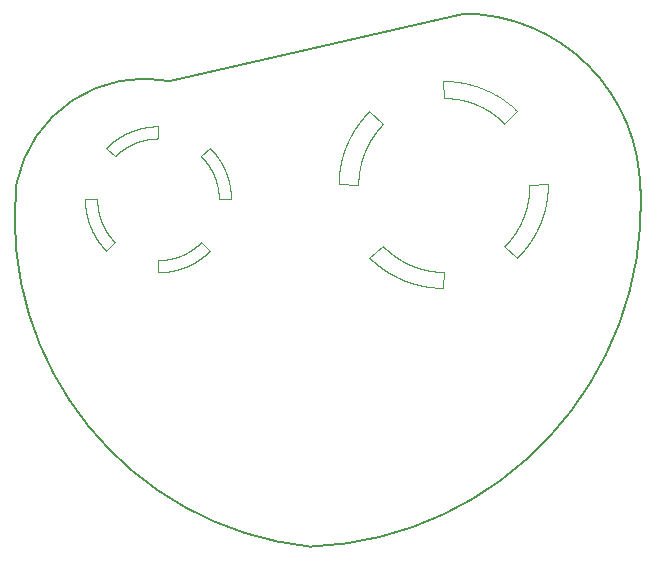
<source format=gko>
G04 #@! TF.FileFunction,Profile,NP*
%FSLAX46Y46*%
G04 Gerber Fmt 4.6, Leading zero omitted, Abs format (unit mm)*
G04 Created by KiCad (PCBNEW 4.0.4+e1-6308~48~ubuntu16.04.1-stable) date Tue May  2 22:28:17 2017*
%MOMM*%
%LPD*%
G01*
G04 APERTURE LIST*
%ADD10C,0.100000*%
%ADD11C,0.150000*%
G04 APERTURE END LIST*
D10*
X143687815Y-95487051D02*
X143687815Y-95487051D01*
X142496349Y-96426295D02*
X143687815Y-95487051D01*
X142505747Y-96435580D02*
X142496349Y-96426295D01*
X142515173Y-96444837D02*
X142505747Y-96435580D01*
X142524600Y-96454094D02*
X142515173Y-96444837D01*
X142534054Y-96463323D02*
X142524600Y-96454094D01*
X142543508Y-96472552D02*
X142534054Y-96463323D01*
X142552963Y-96481752D02*
X142543508Y-96472552D01*
X142562446Y-96490952D02*
X142552963Y-96481752D01*
X142571956Y-96500125D02*
X142562446Y-96490952D01*
X142581467Y-96509297D02*
X142571956Y-96500125D01*
X142590978Y-96518441D02*
X142581467Y-96509297D01*
X142600517Y-96527585D02*
X142590978Y-96518441D01*
X142610056Y-96536701D02*
X142600517Y-96527585D01*
X142619624Y-96545816D02*
X142610056Y-96536701D01*
X142629191Y-96554904D02*
X142619624Y-96545816D01*
X142638787Y-96563992D02*
X142629191Y-96554904D01*
X142648382Y-96573051D02*
X142638787Y-96563992D01*
X142658006Y-96582110D02*
X142648382Y-96573051D01*
X142667630Y-96591141D02*
X142658006Y-96582110D01*
X142677282Y-96600172D02*
X142667630Y-96591141D01*
X142686934Y-96609175D02*
X142677282Y-96600172D01*
X142696614Y-96618178D02*
X142686934Y-96609175D01*
X142706294Y-96627153D02*
X142696614Y-96618178D01*
X142716003Y-96636128D02*
X142706294Y-96627153D01*
X142725711Y-96645074D02*
X142716003Y-96636128D01*
X142735448Y-96654020D02*
X142725711Y-96645074D01*
X142745184Y-96662939D02*
X142735448Y-96654020D01*
X142754949Y-96671857D02*
X142745184Y-96662939D01*
X142764714Y-96680747D02*
X142754949Y-96671857D01*
X142774507Y-96689637D02*
X142764714Y-96680747D01*
X142784300Y-96698499D02*
X142774507Y-96689637D01*
X142794122Y-96707360D02*
X142784300Y-96698499D01*
X142803943Y-96716194D02*
X142794122Y-96707360D01*
X142813793Y-96725028D02*
X142803943Y-96716194D01*
X142823642Y-96733833D02*
X142813793Y-96725028D01*
X142833520Y-96742638D02*
X142823642Y-96733833D01*
X142843398Y-96751415D02*
X142833520Y-96742638D01*
X142853304Y-96760192D02*
X142843398Y-96751415D01*
X142863210Y-96768941D02*
X142853304Y-96760192D01*
X142873116Y-96777690D02*
X142863210Y-96768941D01*
X142883050Y-96786411D02*
X142873116Y-96777690D01*
X142892984Y-96795132D02*
X142883050Y-96786411D01*
X142902947Y-96803824D02*
X142892984Y-96795132D01*
X142912909Y-96812516D02*
X142902947Y-96803824D01*
X142922900Y-96821181D02*
X142912909Y-96812516D01*
X142932890Y-96829845D02*
X142922900Y-96821181D01*
X142942909Y-96838481D02*
X142932890Y-96829845D01*
X142952928Y-96847117D02*
X142942909Y-96838481D01*
X142962975Y-96855725D02*
X142952928Y-96847117D01*
X142973022Y-96864332D02*
X142962975Y-96855725D01*
X142983098Y-96872912D02*
X142973022Y-96864332D01*
X142993173Y-96881492D02*
X142983098Y-96872912D01*
X143003248Y-96890043D02*
X142993173Y-96881492D01*
X143013352Y-96898566D02*
X143003248Y-96890043D01*
X143023456Y-96907089D02*
X143013352Y-96898566D01*
X143033587Y-96915584D02*
X143023456Y-96907089D01*
X143043719Y-96924079D02*
X143033587Y-96915584D01*
X143053879Y-96932546D02*
X143043719Y-96924079D01*
X143064039Y-96941012D02*
X143053879Y-96932546D01*
X143074227Y-96949451D02*
X143064039Y-96941012D01*
X143084416Y-96957889D02*
X143074227Y-96949451D01*
X143094632Y-96966299D02*
X143084416Y-96957889D01*
X143104848Y-96974710D02*
X143094632Y-96966299D01*
X143115093Y-96983092D02*
X143104848Y-96974710D01*
X143125338Y-96991474D02*
X143115093Y-96983092D01*
X143135582Y-96999827D02*
X143125338Y-96991474D01*
X143145855Y-97008181D02*
X143135582Y-96999827D01*
X143156128Y-97016507D02*
X143145855Y-97008181D01*
X143166429Y-97024832D02*
X143156128Y-97016507D01*
X143176730Y-97033130D02*
X143166429Y-97024832D01*
X143187060Y-97041427D02*
X143176730Y-97033130D01*
X143197389Y-97049696D02*
X143187060Y-97041427D01*
X143207747Y-97057937D02*
X143197389Y-97049696D01*
X143218104Y-97066178D02*
X143207747Y-97057937D01*
X143228490Y-97074390D02*
X143218104Y-97066178D01*
X143238876Y-97082603D02*
X143228490Y-97074390D01*
X143249290Y-97090788D02*
X143238876Y-97082603D01*
X143259704Y-97098972D02*
X143249290Y-97090788D01*
X143270118Y-97107128D02*
X143259704Y-97098972D01*
X143280560Y-97115284D02*
X143270118Y-97107128D01*
X143291002Y-97123412D02*
X143280560Y-97115284D01*
X143301473Y-97131540D02*
X143291002Y-97123412D01*
X143311943Y-97139640D02*
X143301473Y-97131540D01*
X143322442Y-97147712D02*
X143311943Y-97139640D01*
X143332940Y-97155783D02*
X143322442Y-97147712D01*
X143343439Y-97163827D02*
X143332940Y-97155783D01*
X143353966Y-97171870D02*
X143343439Y-97163827D01*
X143364521Y-97179885D02*
X143353966Y-97171870D01*
X143375076Y-97187900D02*
X143364521Y-97179885D01*
X143385631Y-97195887D02*
X143375076Y-97187900D01*
X143396215Y-97203874D02*
X143385631Y-97195887D01*
X143406798Y-97211833D02*
X143396215Y-97203874D01*
X143417410Y-97219791D02*
X143406798Y-97211833D01*
X143428021Y-97227722D02*
X143417410Y-97219791D01*
X143438633Y-97235652D02*
X143428021Y-97227722D01*
X143449272Y-97243554D02*
X143438633Y-97235652D01*
X143459912Y-97251457D02*
X143449272Y-97243554D01*
X143470580Y-97259331D02*
X143459912Y-97251457D01*
X143481248Y-97267176D02*
X143470580Y-97259331D01*
X143491944Y-97275022D02*
X143481248Y-97267176D01*
X143502641Y-97282840D02*
X143491944Y-97275022D01*
X143513365Y-97290657D02*
X143502641Y-97282840D01*
X143524090Y-97298447D02*
X143513365Y-97290657D01*
X143534814Y-97306236D02*
X143524090Y-97298447D01*
X143545567Y-97313997D02*
X143534814Y-97306236D01*
X143556319Y-97321758D02*
X143545567Y-97313997D01*
X143567100Y-97329491D02*
X143556319Y-97321758D01*
X143577881Y-97337196D02*
X143567100Y-97329491D01*
X143588690Y-97344900D02*
X143577881Y-97337196D01*
X143599499Y-97352577D02*
X143588690Y-97344900D01*
X143610308Y-97360253D02*
X143599499Y-97352577D01*
X143621146Y-97367902D02*
X143610308Y-97360253D01*
X143631983Y-97375550D02*
X143621146Y-97367902D01*
X143642849Y-97383170D02*
X143631983Y-97375550D01*
X143653714Y-97390790D02*
X143642849Y-97383170D01*
X143664608Y-97398382D02*
X143653714Y-97390790D01*
X143675502Y-97405945D02*
X143664608Y-97398382D01*
X143686424Y-97413509D02*
X143675502Y-97405945D01*
X143697346Y-97421044D02*
X143686424Y-97413509D01*
X143708268Y-97428579D02*
X143697346Y-97421044D01*
X143719218Y-97436086D02*
X143708268Y-97428579D01*
X143730168Y-97443594D02*
X143719218Y-97436086D01*
X143741147Y-97451072D02*
X143730168Y-97443594D01*
X143752125Y-97458523D02*
X143741147Y-97451072D01*
X143763104Y-97465974D02*
X143752125Y-97458523D01*
X143774110Y-97473396D02*
X143763104Y-97465974D01*
X143785117Y-97480819D02*
X143774110Y-97473396D01*
X143796152Y-97488213D02*
X143785117Y-97480819D01*
X143807187Y-97495607D02*
X143796152Y-97488213D01*
X143818250Y-97502973D02*
X143807187Y-97495607D01*
X143829313Y-97510311D02*
X143818250Y-97502973D01*
X143840376Y-97517649D02*
X143829313Y-97510311D01*
X143851467Y-97524958D02*
X143840376Y-97517649D01*
X143862559Y-97532268D02*
X143851467Y-97524958D01*
X143873678Y-97539549D02*
X143862559Y-97532268D01*
X143884798Y-97546830D02*
X143873678Y-97539549D01*
X143895917Y-97554084D02*
X143884798Y-97546830D01*
X143907065Y-97561337D02*
X143895917Y-97554084D01*
X143918213Y-97568562D02*
X143907065Y-97561337D01*
X143929389Y-97575758D02*
X143918213Y-97568562D01*
X143940565Y-97582955D02*
X143929389Y-97575758D01*
X143951741Y-97590123D02*
X143940565Y-97582955D01*
X143962945Y-97597292D02*
X143951741Y-97590123D01*
X143974149Y-97604432D02*
X143962945Y-97597292D01*
X143985382Y-97611544D02*
X143974149Y-97604432D01*
X143996614Y-97618656D02*
X143985382Y-97611544D01*
X144007875Y-97625740D02*
X143996614Y-97618656D01*
X144019136Y-97632824D02*
X144007875Y-97625740D01*
X144030396Y-97639879D02*
X144019136Y-97632824D01*
X144041685Y-97646935D02*
X144030396Y-97639879D01*
X144052974Y-97653962D02*
X144041685Y-97646935D01*
X144064291Y-97660989D02*
X144052974Y-97653962D01*
X144075608Y-97667988D02*
X144064291Y-97660989D01*
X144086925Y-97674959D02*
X144075608Y-97667988D01*
X144098271Y-97681930D02*
X144086925Y-97674959D01*
X144109616Y-97688873D02*
X144098271Y-97681930D01*
X144120990Y-97695816D02*
X144109616Y-97688873D01*
X144132363Y-97702730D02*
X144120990Y-97695816D01*
X144143737Y-97709616D02*
X144132363Y-97702730D01*
X144155138Y-97716502D02*
X144143737Y-97709616D01*
X144166540Y-97723360D02*
X144155138Y-97716502D01*
X144177970Y-97730218D02*
X144166540Y-97723360D01*
X144189400Y-97737048D02*
X144177970Y-97730218D01*
X144200830Y-97743850D02*
X144189400Y-97737048D01*
X144212288Y-97750651D02*
X144200830Y-97743850D01*
X144223747Y-97757425D02*
X144212288Y-97750651D01*
X144235233Y-97764198D02*
X144223747Y-97757425D01*
X144246720Y-97770943D02*
X144235233Y-97764198D01*
X144258206Y-97777660D02*
X144246720Y-97770943D01*
X144269721Y-97784377D02*
X144258206Y-97777660D01*
X144281235Y-97791066D02*
X144269721Y-97784377D01*
X144292750Y-97797754D02*
X144281235Y-97791066D01*
X144304293Y-97804415D02*
X144292750Y-97797754D01*
X144315836Y-97811075D02*
X144304293Y-97804415D01*
X144327407Y-97817707D02*
X144315836Y-97811075D01*
X144338978Y-97824311D02*
X144327407Y-97817707D01*
X144350577Y-97830915D02*
X144338978Y-97824311D01*
X144362177Y-97837491D02*
X144350577Y-97830915D01*
X144373776Y-97844067D02*
X144362177Y-97837491D01*
X144385404Y-97850614D02*
X144373776Y-97844067D01*
X144397031Y-97857134D02*
X144385404Y-97850614D01*
X144408687Y-97863653D02*
X144397031Y-97857134D01*
X144420343Y-97870144D02*
X144408687Y-97863653D01*
X144431998Y-97876635D02*
X144420343Y-97870144D01*
X144443682Y-97883098D02*
X144431998Y-97876635D01*
X144455366Y-97889533D02*
X144443682Y-97883098D01*
X144467050Y-97895968D02*
X144455366Y-97889533D01*
X144478763Y-97902374D02*
X144467050Y-97895968D01*
X144490475Y-97908780D02*
X144478763Y-97902374D01*
X144502187Y-97915159D02*
X144490475Y-97908780D01*
X144513928Y-97921509D02*
X144502187Y-97915159D01*
X144525668Y-97927859D02*
X144513928Y-97921509D01*
X144537437Y-97934180D02*
X144525668Y-97927859D01*
X144549205Y-97940502D02*
X144537437Y-97934180D01*
X144561002Y-97946796D02*
X144549205Y-97940502D01*
X144572799Y-97953061D02*
X144561002Y-97946796D01*
X144584596Y-97959326D02*
X144572799Y-97953061D01*
X144596421Y-97965564D02*
X144584596Y-97959326D01*
X144608246Y-97971801D02*
X144596421Y-97965564D01*
X144620071Y-97978010D02*
X144608246Y-97971801D01*
X144631925Y-97984190D02*
X144620071Y-97978010D01*
X144643778Y-97990371D02*
X144631925Y-97984190D01*
X144655660Y-97996523D02*
X144643778Y-97990371D01*
X144667541Y-98002676D02*
X144655660Y-97996523D01*
X144679423Y-98008800D02*
X144667541Y-98002676D01*
X144691332Y-98014896D02*
X144679423Y-98008800D01*
X144703242Y-98020992D02*
X144691332Y-98014896D01*
X144715152Y-98027060D02*
X144703242Y-98020992D01*
X144727090Y-98033128D02*
X144715152Y-98027060D01*
X144739028Y-98039167D02*
X144727090Y-98033128D01*
X144750966Y-98045178D02*
X144739028Y-98039167D01*
X144762932Y-98051190D02*
X144750966Y-98045178D01*
X144774898Y-98057173D02*
X144762932Y-98051190D01*
X144786893Y-98063156D02*
X144774898Y-98057173D01*
X144798887Y-98069111D02*
X144786893Y-98063156D01*
X144810882Y-98075038D02*
X144798887Y-98069111D01*
X144822904Y-98080964D02*
X144810882Y-98075038D01*
X144834927Y-98086863D02*
X144822904Y-98080964D01*
X144846950Y-98092733D02*
X144834927Y-98086863D01*
X144859001Y-98098603D02*
X144846950Y-98092733D01*
X144871052Y-98104445D02*
X144859001Y-98098603D01*
X144883131Y-98110259D02*
X144871052Y-98104445D01*
X144895210Y-98116073D02*
X144883131Y-98110259D01*
X144907289Y-98121858D02*
X144895210Y-98116073D01*
X144919396Y-98127644D02*
X144907289Y-98121858D01*
X144931504Y-98133401D02*
X144919396Y-98127644D01*
X144943611Y-98139130D02*
X144931504Y-98133401D01*
X144955746Y-98144859D02*
X144943611Y-98139130D01*
X144967882Y-98150560D02*
X144955746Y-98144859D01*
X144980018Y-98156233D02*
X144967882Y-98150560D01*
X144992181Y-98161906D02*
X144980018Y-98156233D01*
X145004345Y-98167550D02*
X144992181Y-98161906D01*
X145016537Y-98173194D02*
X145004345Y-98167550D01*
X145028729Y-98178811D02*
X145016537Y-98173194D01*
X145040921Y-98184399D02*
X145028729Y-98178811D01*
X145053141Y-98189987D02*
X145040921Y-98184399D01*
X145065362Y-98195546D02*
X145053141Y-98189987D01*
X145077582Y-98201106D02*
X145065362Y-98195546D01*
X145089830Y-98206638D02*
X145077582Y-98201106D01*
X145102079Y-98212141D02*
X145089830Y-98206638D01*
X145114327Y-98217644D02*
X145102079Y-98212141D01*
X145126604Y-98223120D02*
X145114327Y-98217644D01*
X145138880Y-98228566D02*
X145126604Y-98223120D01*
X145151157Y-98234013D02*
X145138880Y-98228566D01*
X145163462Y-98239432D02*
X145151157Y-98234013D01*
X145175767Y-98244822D02*
X145163462Y-98239432D01*
X145188072Y-98250213D02*
X145175767Y-98244822D01*
X145200405Y-98255575D02*
X145188072Y-98250213D01*
X145212738Y-98260937D02*
X145200405Y-98255575D01*
X145225071Y-98266271D02*
X145212738Y-98260937D01*
X145237432Y-98271577D02*
X145225071Y-98266271D01*
X145249794Y-98276855D02*
X145237432Y-98271577D01*
X145262183Y-98282132D02*
X145249794Y-98276855D01*
X145274573Y-98287382D02*
X145262183Y-98282132D01*
X145286962Y-98292631D02*
X145274573Y-98287382D01*
X145299352Y-98297852D02*
X145286962Y-98292631D01*
X145311770Y-98303045D02*
X145299352Y-98297852D01*
X145324188Y-98308238D02*
X145311770Y-98303045D01*
X145336634Y-98313402D02*
X145324188Y-98308238D01*
X145349080Y-98318539D02*
X145336634Y-98313402D01*
X145361526Y-98323675D02*
X145349080Y-98318539D01*
X145374000Y-98328784D02*
X145361526Y-98323675D01*
X145386474Y-98333892D02*
X145374000Y-98328784D01*
X145398948Y-98338972D02*
X145386474Y-98333892D01*
X145411451Y-98344024D02*
X145398948Y-98338972D01*
X145423953Y-98349075D02*
X145411451Y-98344024D01*
X145436456Y-98354099D02*
X145423953Y-98349075D01*
X145448986Y-98359094D02*
X145436456Y-98354099D01*
X145461517Y-98364090D02*
X145448986Y-98359094D01*
X145474048Y-98369057D02*
X145461517Y-98364090D01*
X145486578Y-98373996D02*
X145474048Y-98369057D01*
X145499137Y-98378934D02*
X145486578Y-98373996D01*
X145511696Y-98383845D02*
X145499137Y-98378934D01*
X145524283Y-98388728D02*
X145511696Y-98383845D01*
X145536870Y-98393610D02*
X145524283Y-98388728D01*
X145549457Y-98398464D02*
X145536870Y-98393610D01*
X145562073Y-98403290D02*
X145549457Y-98398464D01*
X145574688Y-98408116D02*
X145562073Y-98403290D01*
X145587303Y-98412914D02*
X145574688Y-98408116D01*
X145599947Y-98417684D02*
X145587303Y-98412914D01*
X145612590Y-98422453D02*
X145599947Y-98417684D01*
X145625234Y-98427194D02*
X145612590Y-98422453D01*
X145637906Y-98431908D02*
X145625234Y-98427194D01*
X145650578Y-98436621D02*
X145637906Y-98431908D01*
X145663249Y-98441306D02*
X145650578Y-98436621D01*
X145675921Y-98445990D02*
X145663249Y-98441306D01*
X145688621Y-98450647D02*
X145675921Y-98445990D01*
X145701321Y-98455276D02*
X145688621Y-98450647D01*
X145714049Y-98459876D02*
X145701321Y-98455276D01*
X145726778Y-98464476D02*
X145714049Y-98459876D01*
X145739506Y-98469048D02*
X145726778Y-98464476D01*
X145752234Y-98473620D02*
X145739506Y-98469048D01*
X145764990Y-98478164D02*
X145752234Y-98473620D01*
X145777747Y-98482679D02*
X145764990Y-98478164D01*
X145790503Y-98487195D02*
X145777747Y-98482679D01*
X145803288Y-98491682D02*
X145790503Y-98487195D01*
X145816073Y-98496141D02*
X145803288Y-98491682D01*
X145828857Y-98500572D02*
X145816073Y-98496141D01*
X145841670Y-98505003D02*
X145828857Y-98500572D01*
X145854483Y-98509406D02*
X145841670Y-98505003D01*
X145867296Y-98513780D02*
X145854483Y-98509406D01*
X145880137Y-98518155D02*
X145867296Y-98513780D01*
X145892978Y-98522501D02*
X145880137Y-98518155D01*
X145905819Y-98526847D02*
X145892978Y-98522501D01*
X145918660Y-98531165D02*
X145905819Y-98526847D01*
X145931530Y-98535455D02*
X145918660Y-98531165D01*
X145944399Y-98539745D02*
X145931530Y-98535455D01*
X145957297Y-98544006D02*
X145944399Y-98539745D01*
X145970194Y-98548240D02*
X145957297Y-98544006D01*
X145983092Y-98552445D02*
X145970194Y-98548240D01*
X145995989Y-98556650D02*
X145983092Y-98552445D01*
X146008915Y-98560827D02*
X145995989Y-98556650D01*
X146021841Y-98565004D02*
X146008915Y-98560827D01*
X146034767Y-98569152D02*
X146021841Y-98565004D01*
X146047721Y-98573273D02*
X146034767Y-98569152D01*
X146060675Y-98577365D02*
X146047721Y-98573273D01*
X146073629Y-98581457D02*
X146060675Y-98577365D01*
X146086611Y-98585521D02*
X146073629Y-98581457D01*
X146099593Y-98589557D02*
X146086611Y-98585521D01*
X146112575Y-98593593D02*
X146099593Y-98589557D01*
X146125558Y-98597600D02*
X146112575Y-98593593D01*
X146138568Y-98601580D02*
X146125558Y-98597600D01*
X146151578Y-98605559D02*
X146138568Y-98601580D01*
X146164589Y-98609510D02*
X146151578Y-98605559D01*
X146177628Y-98613433D02*
X146164589Y-98609510D01*
X146190666Y-98617356D02*
X146177628Y-98613433D01*
X146203705Y-98621250D02*
X146190666Y-98617356D01*
X146216772Y-98625117D02*
X146203705Y-98621250D01*
X146229839Y-98628983D02*
X146216772Y-98625117D01*
X146242906Y-98632822D02*
X146229839Y-98628983D01*
X146256001Y-98636632D02*
X146242906Y-98632822D01*
X146269096Y-98640442D02*
X146256001Y-98636632D01*
X146282191Y-98644223D02*
X146269096Y-98640442D01*
X146295286Y-98647977D02*
X146282191Y-98644223D01*
X146308409Y-98651702D02*
X146295286Y-98647977D01*
X146321533Y-98655428D02*
X146308409Y-98651702D01*
X146334656Y-98659125D02*
X146321533Y-98655428D01*
X146347779Y-98662794D02*
X146334656Y-98659125D01*
X146360931Y-98666462D02*
X146347779Y-98662794D01*
X146374082Y-98670103D02*
X146360931Y-98666462D01*
X146387234Y-98673716D02*
X146374082Y-98670103D01*
X146400414Y-98677328D02*
X146387234Y-98673716D01*
X146413594Y-98680912D02*
X146400414Y-98677328D01*
X146426773Y-98684468D02*
X146413594Y-98680912D01*
X146439981Y-98687996D02*
X146426773Y-98684468D01*
X146453189Y-98691524D02*
X146439981Y-98687996D01*
X146466397Y-98695023D02*
X146453189Y-98691524D01*
X146479634Y-98698495D02*
X146466397Y-98695023D01*
X146492870Y-98701966D02*
X146479634Y-98698495D01*
X146506106Y-98705409D02*
X146492870Y-98701966D01*
X146519342Y-98708824D02*
X146506106Y-98705409D01*
X146532607Y-98712239D02*
X146519342Y-98708824D01*
X146545871Y-98715626D02*
X146532607Y-98712239D01*
X146559136Y-98718984D02*
X146545871Y-98715626D01*
X146572400Y-98722342D02*
X146559136Y-98718984D01*
X146585693Y-98725673D02*
X146572400Y-98722342D01*
X146598985Y-98728975D02*
X146585693Y-98725673D01*
X146612278Y-98732277D02*
X146598985Y-98728975D01*
X146625599Y-98735550D02*
X146612278Y-98732277D01*
X146638920Y-98738796D02*
X146625599Y-98735550D01*
X146652241Y-98742013D02*
X146638920Y-98738796D01*
X146665562Y-98745231D02*
X146652241Y-98742013D01*
X146678911Y-98748420D02*
X146665562Y-98745231D01*
X146692260Y-98751581D02*
X146678911Y-98748420D01*
X146705609Y-98754713D02*
X146692260Y-98751581D01*
X146718986Y-98757846D02*
X146705609Y-98754713D01*
X146732364Y-98760950D02*
X146718986Y-98757846D01*
X146745741Y-98764027D02*
X146732364Y-98760950D01*
X146759118Y-98767103D02*
X146745741Y-98764027D01*
X146772524Y-98770151D02*
X146759118Y-98767103D01*
X146785929Y-98773171D02*
X146772524Y-98770151D01*
X146799335Y-98776162D02*
X146785929Y-98773171D01*
X146812740Y-98779154D02*
X146799335Y-98776162D01*
X146826174Y-98782117D02*
X146812740Y-98779154D01*
X146839608Y-98785052D02*
X146826174Y-98782117D01*
X146853042Y-98787987D02*
X146839608Y-98785052D01*
X146866504Y-98790894D02*
X146853042Y-98787987D01*
X146879966Y-98793773D02*
X146866504Y-98790894D01*
X146893428Y-98796652D02*
X146879966Y-98793773D01*
X146906890Y-98799502D02*
X146893428Y-98796652D01*
X146920380Y-98802324D02*
X146906890Y-98799502D01*
X146933870Y-98805146D02*
X146920380Y-98802324D01*
X146947360Y-98807969D02*
X146933870Y-98805146D01*
X146960851Y-98810791D02*
X146947360Y-98807969D01*
X146974369Y-98813613D02*
X146960851Y-98810791D01*
X146987888Y-98816435D02*
X146974369Y-98813613D01*
X147001406Y-98819258D02*
X146987888Y-98816435D01*
X147014924Y-98822080D02*
X147001406Y-98819258D01*
X147028471Y-98824620D02*
X147014924Y-98822080D01*
X147042018Y-98827160D02*
X147028471Y-98824620D01*
X147055564Y-98829700D02*
X147042018Y-98827160D01*
X147069139Y-98832240D02*
X147055564Y-98829700D01*
X147082714Y-98834780D02*
X147069139Y-98832240D01*
X147096289Y-98837320D02*
X147082714Y-98834780D01*
X147109864Y-98839860D02*
X147096289Y-98837320D01*
X147123467Y-98842400D02*
X147109864Y-98839860D01*
X147137070Y-98844940D02*
X147123467Y-98842400D01*
X147150673Y-98847480D02*
X147137070Y-98844940D01*
X147164276Y-98850020D02*
X147150673Y-98847480D01*
X147177908Y-98852560D02*
X147164276Y-98850020D01*
X147191539Y-98855100D02*
X147177908Y-98852560D01*
X147205170Y-98857640D02*
X147191539Y-98855100D01*
X147218802Y-98859898D02*
X147205170Y-98857640D01*
X147232461Y-98862155D02*
X147218802Y-98859898D01*
X147246121Y-98864413D02*
X147232461Y-98862155D01*
X147259780Y-98866671D02*
X147246121Y-98864413D01*
X147273440Y-98868929D02*
X147259780Y-98866671D01*
X147287128Y-98871186D02*
X147273440Y-98868929D01*
X147300816Y-98873444D02*
X147287128Y-98871186D01*
X147314503Y-98875702D02*
X147300816Y-98873444D01*
X147328191Y-98877960D02*
X147314503Y-98875702D01*
X147341907Y-98880218D02*
X147328191Y-98877960D01*
X147355623Y-98882475D02*
X147341907Y-98880218D01*
X147369339Y-98884733D02*
X147355623Y-98882475D01*
X147383055Y-98886991D02*
X147369339Y-98884733D01*
X147396799Y-98888966D02*
X147383055Y-98886991D01*
X147410544Y-98890942D02*
X147396799Y-98888966D01*
X147424288Y-98892918D02*
X147410544Y-98890942D01*
X147438032Y-98894893D02*
X147424288Y-98892918D01*
X147451804Y-98896869D02*
X147438032Y-98894893D01*
X147465577Y-98898844D02*
X147451804Y-98896869D01*
X147479349Y-98900820D02*
X147465577Y-98898844D01*
X147493122Y-98902795D02*
X147479349Y-98900820D01*
X147506922Y-98904771D02*
X147493122Y-98902795D01*
X147520723Y-98906746D02*
X147506922Y-98904771D01*
X147534524Y-98908722D02*
X147520723Y-98906746D01*
X147548324Y-98910698D02*
X147534524Y-98908722D01*
X147562153Y-98912673D02*
X147548324Y-98910698D01*
X147575982Y-98914649D02*
X147562153Y-98912673D01*
X147589811Y-98916342D02*
X147575982Y-98914649D01*
X147603640Y-98918035D02*
X147589811Y-98916342D01*
X147617469Y-98919729D02*
X147603640Y-98918035D01*
X147631326Y-98921422D02*
X147617469Y-98919729D01*
X147645183Y-98923115D02*
X147631326Y-98921422D01*
X147659040Y-98924809D02*
X147645183Y-98923115D01*
X147672897Y-98926502D02*
X147659040Y-98924809D01*
X147686783Y-98928195D02*
X147672897Y-98926502D01*
X147700668Y-98929889D02*
X147686783Y-98928195D01*
X147714553Y-98931582D02*
X147700668Y-98929889D01*
X147728439Y-98933275D02*
X147714553Y-98931582D01*
X147742352Y-98934969D02*
X147728439Y-98933275D01*
X147756266Y-98936662D02*
X147742352Y-98934969D01*
X147770179Y-98938073D02*
X147756266Y-98936662D01*
X147784093Y-98939484D02*
X147770179Y-98938073D01*
X147798035Y-98940895D02*
X147784093Y-98939484D01*
X147811976Y-98942306D02*
X147798035Y-98940895D01*
X147825918Y-98943718D02*
X147811976Y-98942306D01*
X147839860Y-98945129D02*
X147825918Y-98943718D01*
X147853802Y-98946540D02*
X147839860Y-98945129D01*
X147867772Y-98947951D02*
X147853802Y-98946540D01*
X147881742Y-98949362D02*
X147867772Y-98947951D01*
X147895712Y-98950773D02*
X147881742Y-98949362D01*
X147909682Y-98952184D02*
X147895712Y-98950773D01*
X147923680Y-98953595D02*
X147909682Y-98952184D01*
X147937678Y-98955006D02*
X147923680Y-98953595D01*
X147951676Y-98956135D02*
X147937678Y-98955006D01*
X147965675Y-98957264D02*
X147951676Y-98956135D01*
X147979673Y-98958393D02*
X147965675Y-98957264D01*
X147993699Y-98959522D02*
X147979673Y-98958393D01*
X148007726Y-98960651D02*
X147993699Y-98959522D01*
X148021752Y-98961780D02*
X148007726Y-98960651D01*
X148035779Y-98962909D02*
X148021752Y-98961780D01*
X148049833Y-98964038D02*
X148035779Y-98962909D01*
X148063888Y-98965166D02*
X148049833Y-98964038D01*
X148077943Y-98966295D02*
X148063888Y-98965166D01*
X148091997Y-98967424D02*
X148077943Y-98966295D01*
X148106052Y-98968553D02*
X148091997Y-98967424D01*
X148120135Y-98969682D02*
X148106052Y-98968553D01*
X148134218Y-98970529D02*
X148120135Y-98969682D01*
X148148301Y-98971375D02*
X148134218Y-98970529D01*
X148162384Y-98972222D02*
X148148301Y-98971375D01*
X148176495Y-98973069D02*
X148162384Y-98972222D01*
X148190606Y-98973915D02*
X148176495Y-98973069D01*
X148204717Y-98974762D02*
X148190606Y-98973915D01*
X148218828Y-98975609D02*
X148204717Y-98974762D01*
X148232939Y-98976455D02*
X148218828Y-98975609D01*
X148247078Y-98977302D02*
X148232939Y-98976455D01*
X148261218Y-98978149D02*
X148247078Y-98977302D01*
X148275357Y-98978995D02*
X148261218Y-98978149D01*
X148289496Y-98979842D02*
X148275357Y-98978995D01*
X148303636Y-98980689D02*
X148289496Y-98979842D01*
X148317803Y-98981253D02*
X148303636Y-98980689D01*
X148331971Y-98981818D02*
X148317803Y-98981253D01*
X148346138Y-98982382D02*
X148331971Y-98981818D01*
X148360306Y-98982946D02*
X148346138Y-98982382D01*
X148374474Y-98983511D02*
X148360306Y-98982946D01*
X148388669Y-98984075D02*
X148374474Y-98983511D01*
X148402865Y-98984640D02*
X148388669Y-98984075D01*
X148417061Y-98985204D02*
X148402865Y-98984640D01*
X148431257Y-98985769D02*
X148417061Y-98985204D01*
X148445452Y-98986333D02*
X148431257Y-98985769D01*
X148459676Y-98986898D02*
X148445452Y-98986333D01*
X148473900Y-98987462D02*
X148459676Y-98986898D01*
X148488124Y-98988026D02*
X148473900Y-98987462D01*
X148502348Y-98988309D02*
X148488124Y-98988026D01*
X148516572Y-98988591D02*
X148502348Y-98988309D01*
X148530825Y-98988873D02*
X148516572Y-98988591D01*
X148545077Y-98989155D02*
X148530825Y-98988873D01*
X148559329Y-98989438D02*
X148545077Y-98989155D01*
X148573581Y-98989720D02*
X148559329Y-98989438D01*
X148587834Y-98989999D02*
X148573581Y-98989720D01*
X148602114Y-98990256D02*
X148587834Y-98989999D01*
X148616394Y-98990490D02*
X148602114Y-98990256D01*
X148630675Y-98990705D02*
X148616394Y-98990490D01*
X148644955Y-98990894D02*
X148630675Y-98990705D01*
X148659236Y-98991063D02*
X148644955Y-98990894D01*
X148673544Y-98991207D02*
X148659236Y-98991063D01*
X148687853Y-98991331D02*
X148673544Y-98991207D01*
X148702162Y-98991430D02*
X148687853Y-98991331D01*
X148716470Y-98991509D02*
X148702162Y-98991430D01*
X148730779Y-98991565D02*
X148716470Y-98991509D01*
X148745116Y-98991599D02*
X148730779Y-98991565D01*
X148759453Y-98991611D02*
X148745116Y-98991599D01*
X148809641Y-97642605D02*
X148759453Y-98991611D01*
X148797928Y-97642597D02*
X148809641Y-97642605D01*
X148786216Y-97642569D02*
X148797928Y-97642597D01*
X148774504Y-97642521D02*
X148786216Y-97642569D01*
X148762792Y-97642456D02*
X148774504Y-97642521D01*
X148751079Y-97642371D02*
X148762792Y-97642456D01*
X148739395Y-97642267D02*
X148751079Y-97642371D01*
X148727711Y-97642145D02*
X148739395Y-97642267D01*
X148716027Y-97642004D02*
X148727711Y-97642145D01*
X148704343Y-97641843D02*
X148716027Y-97642004D01*
X148692659Y-97641666D02*
X148704343Y-97641843D01*
X148680975Y-97641468D02*
X148692659Y-97641666D01*
X148669320Y-97641251D02*
X148680975Y-97641468D01*
X148657664Y-97641016D02*
X148669320Y-97641251D01*
X148646008Y-97640765D02*
X148657664Y-97641016D01*
X148634352Y-97640491D02*
X148646008Y-97640765D01*
X148622697Y-97640209D02*
X148634352Y-97640491D01*
X148611041Y-97639927D02*
X148622697Y-97640209D01*
X148599413Y-97639645D02*
X148611041Y-97639927D01*
X148587786Y-97639363D02*
X148599413Y-97639645D01*
X148576158Y-97639080D02*
X148587786Y-97639363D01*
X148564531Y-97638798D02*
X148576158Y-97639080D01*
X148552903Y-97638516D02*
X148564531Y-97638798D01*
X148541275Y-97638234D02*
X148552903Y-97638516D01*
X148529648Y-97637669D02*
X148541275Y-97638234D01*
X148518049Y-97637105D02*
X148529648Y-97637669D01*
X148506449Y-97636540D02*
X148518049Y-97637105D01*
X148494850Y-97635976D02*
X148506449Y-97636540D01*
X148483251Y-97635411D02*
X148494850Y-97635976D01*
X148471651Y-97634847D02*
X148483251Y-97635411D01*
X148460080Y-97634283D02*
X148471651Y-97634847D01*
X148448509Y-97633718D02*
X148460080Y-97634283D01*
X148436938Y-97633154D02*
X148448509Y-97633718D01*
X148425367Y-97632589D02*
X148436938Y-97633154D01*
X148413796Y-97632025D02*
X148425367Y-97632589D01*
X148402225Y-97631460D02*
X148413796Y-97632025D01*
X148390653Y-97630896D02*
X148402225Y-97631460D01*
X148379111Y-97630331D02*
X148390653Y-97630896D01*
X148367568Y-97629767D02*
X148379111Y-97630331D01*
X148356025Y-97628920D02*
X148367568Y-97629767D01*
X148344482Y-97628074D02*
X148356025Y-97628920D01*
X148332939Y-97627227D02*
X148344482Y-97628074D01*
X148321424Y-97626380D02*
X148332939Y-97627227D01*
X148309910Y-97625534D02*
X148321424Y-97626380D01*
X148298395Y-97624687D02*
X148309910Y-97625534D01*
X148286880Y-97623840D02*
X148298395Y-97624687D01*
X148275366Y-97622994D02*
X148286880Y-97623840D01*
X148263851Y-97622147D02*
X148275366Y-97622994D01*
X148252365Y-97621300D02*
X148263851Y-97622147D01*
X148240878Y-97620454D02*
X148252365Y-97621300D01*
X148229392Y-97619607D02*
X148240878Y-97620454D01*
X148217905Y-97618760D02*
X148229392Y-97619607D01*
X148206419Y-97617914D02*
X148217905Y-97618760D01*
X148194932Y-97617067D02*
X148206419Y-97617914D01*
X148183474Y-97615938D02*
X148194932Y-97617067D01*
X148172016Y-97614809D02*
X148183474Y-97615938D01*
X148160558Y-97613680D02*
X148172016Y-97614809D01*
X148149099Y-97612551D02*
X148160558Y-97613680D01*
X148137641Y-97611423D02*
X148149099Y-97612551D01*
X148126211Y-97610294D02*
X148137641Y-97611423D01*
X148114781Y-97609165D02*
X148126211Y-97610294D01*
X148103351Y-97608036D02*
X148114781Y-97609165D01*
X148091921Y-97606907D02*
X148103351Y-97608036D01*
X148080491Y-97605778D02*
X148091921Y-97606907D01*
X148069061Y-97604649D02*
X148080491Y-97605778D01*
X148057659Y-97603520D02*
X148069061Y-97604649D01*
X148046258Y-97602391D02*
X148057659Y-97603520D01*
X148034856Y-97601263D02*
X148046258Y-97602391D01*
X148023454Y-97600134D02*
X148034856Y-97601263D01*
X148012052Y-97599005D02*
X148023454Y-97600134D01*
X148000679Y-97597594D02*
X148012052Y-97599005D01*
X147989305Y-97596183D02*
X148000679Y-97597594D01*
X147977932Y-97594771D02*
X147989305Y-97596183D01*
X147966558Y-97593360D02*
X147977932Y-97594771D01*
X147955185Y-97591949D02*
X147966558Y-97593360D01*
X147943839Y-97590538D02*
X147955185Y-97591949D01*
X147932494Y-97589127D02*
X147943839Y-97590538D01*
X147921149Y-97587716D02*
X147932494Y-97589127D01*
X147909803Y-97586305D02*
X147921149Y-97587716D01*
X147898458Y-97584894D02*
X147909803Y-97586305D01*
X147887141Y-97583483D02*
X147898458Y-97584894D01*
X147875824Y-97582071D02*
X147887141Y-97583483D01*
X147864507Y-97580660D02*
X147875824Y-97582071D01*
X147853189Y-97579249D02*
X147864507Y-97580660D01*
X147841872Y-97577838D02*
X147853189Y-97579249D01*
X147830555Y-97576427D02*
X147841872Y-97577838D01*
X147819266Y-97574734D02*
X147830555Y-97576427D01*
X147807977Y-97573040D02*
X147819266Y-97574734D01*
X147796689Y-97571347D02*
X147807977Y-97573040D01*
X147785400Y-97569654D02*
X147796689Y-97571347D01*
X147774111Y-97567960D02*
X147785400Y-97569654D01*
X147762850Y-97566267D02*
X147774111Y-97567960D01*
X147751589Y-97564574D02*
X147762850Y-97566267D01*
X147740329Y-97562880D02*
X147751589Y-97564574D01*
X147729068Y-97561187D02*
X147740329Y-97562880D01*
X147717836Y-97559494D02*
X147729068Y-97561187D01*
X147706603Y-97557800D02*
X147717836Y-97559494D01*
X147695371Y-97556107D02*
X147706603Y-97557800D01*
X147684138Y-97554414D02*
X147695371Y-97556107D01*
X147672906Y-97552720D02*
X147684138Y-97554414D01*
X147661673Y-97551027D02*
X147672906Y-97552720D01*
X147650469Y-97549334D02*
X147661673Y-97551027D01*
X147639265Y-97547358D02*
X147650469Y-97549334D01*
X147628061Y-97545383D02*
X147639265Y-97547358D01*
X147616857Y-97543407D02*
X147628061Y-97545383D01*
X147605652Y-97541431D02*
X147616857Y-97543407D01*
X147594476Y-97539456D02*
X147605652Y-97541431D01*
X147583300Y-97537480D02*
X147594476Y-97539456D01*
X147572124Y-97535505D02*
X147583300Y-97537480D01*
X147560948Y-97533529D02*
X147572124Y-97535505D01*
X147549772Y-97531554D02*
X147560948Y-97533529D01*
X147538625Y-97529578D02*
X147549772Y-97531554D01*
X147527477Y-97527603D02*
X147538625Y-97529578D01*
X147516329Y-97525627D02*
X147527477Y-97527603D01*
X147505181Y-97523651D02*
X147516329Y-97525627D01*
X147494062Y-97521676D02*
X147505181Y-97523651D01*
X147482942Y-97519700D02*
X147494062Y-97521676D01*
X147471823Y-97517725D02*
X147482942Y-97519700D01*
X147460703Y-97515467D02*
X147471823Y-97517725D01*
X147449583Y-97513209D02*
X147460703Y-97515467D01*
X147438492Y-97510951D02*
X147449583Y-97513209D01*
X147427401Y-97508694D02*
X147438492Y-97510951D01*
X147416309Y-97506436D02*
X147427401Y-97508694D01*
X147405218Y-97504178D02*
X147416309Y-97506436D01*
X147394127Y-97501920D02*
X147405218Y-97504178D01*
X147383064Y-97499663D02*
X147394127Y-97501920D01*
X147372001Y-97497405D02*
X147383064Y-97499663D01*
X147360937Y-97495147D02*
X147372001Y-97497405D01*
X147349874Y-97492889D02*
X147360937Y-97495147D01*
X147338811Y-97490631D02*
X147349874Y-97492889D01*
X147327776Y-97488374D02*
X147338811Y-97490631D01*
X147316741Y-97486116D02*
X147327776Y-97488374D01*
X147305707Y-97483858D02*
X147316741Y-97486116D01*
X147294672Y-97481600D02*
X147305707Y-97483858D01*
X147283665Y-97479343D02*
X147294672Y-97481600D01*
X147272658Y-97476803D02*
X147283665Y-97479343D01*
X147261652Y-97474263D02*
X147272658Y-97476803D01*
X147250645Y-97471723D02*
X147261652Y-97474263D01*
X147239667Y-97469183D02*
X147250645Y-97471723D01*
X147228688Y-97466643D02*
X147239667Y-97469183D01*
X147217710Y-97464103D02*
X147228688Y-97466643D01*
X147206731Y-97461563D02*
X147217710Y-97464103D01*
X147195753Y-97459023D02*
X147206731Y-97461563D01*
X147184803Y-97456483D02*
X147195753Y-97459023D01*
X147173852Y-97453943D02*
X147184803Y-97456483D01*
X147162902Y-97451403D02*
X147173852Y-97453943D01*
X147151952Y-97448863D02*
X147162902Y-97451403D01*
X147141030Y-97446323D02*
X147151952Y-97448863D01*
X147130108Y-97443783D02*
X147141030Y-97446323D01*
X147119186Y-97441243D02*
X147130108Y-97443783D01*
X147108264Y-97438703D02*
X147119186Y-97441243D01*
X147097342Y-97436163D02*
X147108264Y-97438703D01*
X147086448Y-97433340D02*
X147097342Y-97436163D01*
X147075554Y-97430518D02*
X147086448Y-97433340D01*
X147064661Y-97427696D02*
X147075554Y-97430518D01*
X147053767Y-97424874D02*
X147064661Y-97427696D01*
X147042901Y-97422051D02*
X147053767Y-97424874D01*
X147032036Y-97419229D02*
X147042901Y-97422051D01*
X147021170Y-97416407D02*
X147032036Y-97419229D01*
X147010305Y-97413585D02*
X147021170Y-97416407D01*
X146999439Y-97410763D02*
X147010305Y-97413585D01*
X146988602Y-97407912D02*
X146999439Y-97410763D01*
X146977764Y-97405062D02*
X146988602Y-97407912D01*
X146966927Y-97402183D02*
X146977764Y-97405062D01*
X146956090Y-97399276D02*
X146966927Y-97402183D01*
X146945281Y-97396369D02*
X146956090Y-97399276D01*
X146934471Y-97393434D02*
X146945281Y-97396369D01*
X146923662Y-97390499D02*
X146934471Y-97393434D01*
X146912853Y-97387536D02*
X146923662Y-97390499D01*
X146902072Y-97384572D02*
X146912853Y-97387536D01*
X146891291Y-97381581D02*
X146902072Y-97384572D01*
X146880511Y-97378561D02*
X146891291Y-97381581D01*
X146869730Y-97375541D02*
X146880511Y-97378561D01*
X146858977Y-97372493D02*
X146869730Y-97375541D01*
X146848224Y-97369445D02*
X146858977Y-97372493D01*
X146837472Y-97366369D02*
X146848224Y-97369445D01*
X146826719Y-97363265D02*
X146837472Y-97366369D01*
X146815995Y-97360160D02*
X146826719Y-97363265D01*
X146805270Y-97357027D02*
X146815995Y-97360160D01*
X146794546Y-97353895D02*
X146805270Y-97357027D01*
X146783821Y-97350734D02*
X146794546Y-97353895D01*
X146773125Y-97347573D02*
X146783821Y-97350734D01*
X146762429Y-97344384D02*
X146773125Y-97347573D01*
X146751733Y-97341167D02*
X146762429Y-97344384D01*
X146741036Y-97337949D02*
X146751733Y-97341167D01*
X146730340Y-97334704D02*
X146741036Y-97337949D01*
X146719672Y-97331458D02*
X146730340Y-97334704D01*
X146709004Y-97328184D02*
X146719672Y-97331458D01*
X146698336Y-97324882D02*
X146709004Y-97328184D01*
X146687668Y-97321580D02*
X146698336Y-97324882D01*
X146677028Y-97318250D02*
X146687668Y-97321580D01*
X146666389Y-97314920D02*
X146677028Y-97318250D01*
X146655749Y-97311561D02*
X146666389Y-97314920D01*
X146645109Y-97308203D02*
X146655749Y-97311561D01*
X146634497Y-97304816D02*
X146645109Y-97308203D01*
X146623886Y-97301430D02*
X146634497Y-97304816D01*
X146613274Y-97298015D02*
X146623886Y-97301430D01*
X146602663Y-97294572D02*
X146613274Y-97298015D01*
X146592079Y-97291129D02*
X146602663Y-97294572D01*
X146581496Y-97287657D02*
X146592079Y-97291129D01*
X146570913Y-97284186D02*
X146581496Y-97287657D01*
X146560329Y-97280686D02*
X146570913Y-97284186D01*
X146549774Y-97277187D02*
X146560329Y-97280686D01*
X146539219Y-97273659D02*
X146549774Y-97277187D01*
X146528664Y-97270103D02*
X146539219Y-97273659D01*
X146518109Y-97266547D02*
X146528664Y-97270103D01*
X146507582Y-97262963D02*
X146518109Y-97266547D01*
X146497055Y-97259379D02*
X146507582Y-97262963D01*
X146486528Y-97255766D02*
X146497055Y-97259379D01*
X146476001Y-97252154D02*
X146486528Y-97255766D01*
X146465503Y-97248513D02*
X146476001Y-97252154D01*
X146455004Y-97244872D02*
X146465503Y-97248513D01*
X146444505Y-97241203D02*
X146455004Y-97244872D01*
X146434007Y-97237506D02*
X146444505Y-97241203D01*
X146423536Y-97233809D02*
X146434007Y-97237506D01*
X146413066Y-97230084D02*
X146423536Y-97233809D01*
X146402595Y-97226359D02*
X146413066Y-97230084D01*
X146392125Y-97222605D02*
X146402595Y-97226359D01*
X146381683Y-97218851D02*
X146392125Y-97222605D01*
X146371241Y-97215070D02*
X146381683Y-97218851D01*
X146360798Y-97211260D02*
X146371241Y-97215070D01*
X146350384Y-97207450D02*
X146360798Y-97211260D01*
X146339970Y-97203611D02*
X146350384Y-97207450D01*
X146329556Y-97199773D02*
X146339970Y-97203611D01*
X146319142Y-97195907D02*
X146329556Y-97199773D01*
X146308757Y-97192040D02*
X146319142Y-97195907D01*
X146298371Y-97188146D02*
X146308757Y-97192040D01*
X146287985Y-97184251D02*
X146298371Y-97188146D01*
X146277599Y-97180328D02*
X146287985Y-97184251D01*
X146267242Y-97176377D02*
X146277599Y-97180328D01*
X146256884Y-97172426D02*
X146267242Y-97176377D01*
X146246527Y-97168447D02*
X146256884Y-97172426D01*
X146236169Y-97164467D02*
X146246527Y-97168447D01*
X146225840Y-97160460D02*
X146236169Y-97164467D01*
X146215510Y-97156452D02*
X146225840Y-97160460D01*
X146205181Y-97152416D02*
X146215510Y-97156452D01*
X146194880Y-97148381D02*
X146205181Y-97152416D01*
X146184579Y-97144317D02*
X146194880Y-97148381D01*
X146174278Y-97140224D02*
X146184579Y-97144317D01*
X146163977Y-97136132D02*
X146174278Y-97140224D01*
X146153704Y-97132012D02*
X146163977Y-97136132D01*
X146143431Y-97127891D02*
X146153704Y-97132012D01*
X146133158Y-97123743D02*
X146143431Y-97127891D01*
X146122885Y-97119594D02*
X146133158Y-97123743D01*
X146112640Y-97115417D02*
X146122885Y-97119594D01*
X146102396Y-97111240D02*
X146112640Y-97115417D01*
X146092151Y-97107035D02*
X146102396Y-97111240D01*
X146081935Y-97102830D02*
X146092151Y-97107035D01*
X146071718Y-97098597D02*
X146081935Y-97102830D01*
X146061502Y-97094335D02*
X146071718Y-97098597D01*
X146051285Y-97090073D02*
X146061502Y-97094335D01*
X146041097Y-97085784D02*
X146051285Y-97090073D01*
X146030909Y-97081494D02*
X146041097Y-97085784D01*
X146020721Y-97077176D02*
X146030909Y-97081494D01*
X146010532Y-97072858D02*
X146020721Y-97077176D01*
X146000372Y-97068512D02*
X146010532Y-97072858D01*
X145990212Y-97064165D02*
X146000372Y-97068512D01*
X145980052Y-97059791D02*
X145990212Y-97064165D01*
X145969921Y-97055417D02*
X145980052Y-97059791D01*
X145959789Y-97051014D02*
X145969921Y-97055417D01*
X145949657Y-97046583D02*
X145959789Y-97051014D01*
X145939525Y-97042152D02*
X145949657Y-97046583D01*
X145929422Y-97037693D02*
X145939525Y-97042152D01*
X145919318Y-97033234D02*
X145929422Y-97037693D01*
X145909215Y-97028747D02*
X145919318Y-97033234D01*
X145899139Y-97024259D02*
X145909215Y-97028747D01*
X145889064Y-97019744D02*
X145899139Y-97024259D01*
X145878989Y-97015228D02*
X145889064Y-97019744D01*
X145868913Y-97010684D02*
X145878989Y-97015228D01*
X145858866Y-97006141D02*
X145868913Y-97010684D01*
X145848819Y-97001569D02*
X145858866Y-97006141D01*
X145838772Y-96996997D02*
X145848819Y-97001569D01*
X145828753Y-96992396D02*
X145838772Y-96996997D01*
X145818734Y-96987796D02*
X145828753Y-96992396D01*
X145808715Y-96983168D02*
X145818734Y-96987796D01*
X145798696Y-96978511D02*
X145808715Y-96983168D01*
X145788706Y-96973854D02*
X145798696Y-96978511D01*
X145778715Y-96969169D02*
X145788706Y-96973854D01*
X145768724Y-96964485D02*
X145778715Y-96969169D01*
X145758762Y-96959771D02*
X145768724Y-96964485D01*
X145748799Y-96955058D02*
X145758762Y-96959771D01*
X145738837Y-96950317D02*
X145748799Y-96955058D01*
X145728875Y-96945576D02*
X145738837Y-96950317D01*
X145718940Y-96940806D02*
X145728875Y-96945576D01*
X145709006Y-96936037D02*
X145718940Y-96940806D01*
X145699072Y-96931239D02*
X145709006Y-96936037D01*
X145689166Y-96926441D02*
X145699072Y-96931239D01*
X145679260Y-96921615D02*
X145689166Y-96926441D01*
X145669354Y-96916789D02*
X145679260Y-96921615D01*
X145659476Y-96911935D02*
X145669354Y-96916789D01*
X145649598Y-96907081D02*
X145659476Y-96911935D01*
X145639721Y-96902198D02*
X145649598Y-96907081D01*
X145629843Y-96897287D02*
X145639721Y-96902198D01*
X145619993Y-96892377D02*
X145629843Y-96897287D01*
X145610144Y-96887438D02*
X145619993Y-96892377D01*
X145600294Y-96882499D02*
X145610144Y-96887438D01*
X145590473Y-96877532D02*
X145600294Y-96882499D01*
X145580651Y-96872565D02*
X145590473Y-96877532D01*
X145570830Y-96867569D02*
X145580651Y-96872565D01*
X145561037Y-96862574D02*
X145570830Y-96867569D01*
X145551244Y-96857551D02*
X145561037Y-96862574D01*
X145541451Y-96852527D02*
X145551244Y-96857551D01*
X145531658Y-96847475D02*
X145541451Y-96852527D01*
X145521893Y-96842423D02*
X145531658Y-96847475D01*
X145512128Y-96837343D02*
X145521893Y-96842423D01*
X145502363Y-96832263D02*
X145512128Y-96837343D01*
X145492626Y-96827155D02*
X145502363Y-96832263D01*
X145482890Y-96822047D02*
X145492626Y-96827155D01*
X145473153Y-96816911D02*
X145482890Y-96822047D01*
X145463445Y-96811774D02*
X145473153Y-96816911D01*
X145453736Y-96806609D02*
X145463445Y-96811774D01*
X145444028Y-96801445D02*
X145453736Y-96806609D01*
X145434319Y-96796252D02*
X145444028Y-96801445D01*
X145424639Y-96791059D02*
X145434319Y-96796252D01*
X145414959Y-96785838D02*
X145424639Y-96791059D01*
X145405279Y-96780617D02*
X145414959Y-96785838D01*
X145395627Y-96775367D02*
X145405279Y-96780617D01*
X145385975Y-96770118D02*
X145395627Y-96775367D01*
X145376323Y-96764841D02*
X145385975Y-96770118D01*
X145366699Y-96759563D02*
X145376323Y-96764841D01*
X145357075Y-96754257D02*
X145366699Y-96759563D01*
X145347451Y-96748951D02*
X145357075Y-96754257D01*
X145337827Y-96743617D02*
X145347451Y-96748951D01*
X145328232Y-96738283D02*
X145337827Y-96743617D01*
X145318636Y-96732921D02*
X145328232Y-96738283D01*
X145309041Y-96727559D02*
X145318636Y-96732921D01*
X145299473Y-96722169D02*
X145309041Y-96727559D01*
X145289906Y-96716750D02*
X145299473Y-96722169D01*
X145280339Y-96711331D02*
X145289906Y-96716750D01*
X145270800Y-96705913D02*
X145280339Y-96711331D01*
X145261261Y-96700466D02*
X145270800Y-96705913D01*
X145251721Y-96695019D02*
X145261261Y-96700466D01*
X145242211Y-96689544D02*
X145251721Y-96695019D01*
X145232700Y-96684040D02*
X145242211Y-96689544D01*
X145223189Y-96678537D02*
X145232700Y-96684040D01*
X145213706Y-96673034D02*
X145223189Y-96678537D01*
X145204223Y-96667502D02*
X145213706Y-96673034D01*
X145194741Y-96661942D02*
X145204223Y-96667502D01*
X145185286Y-96656383D02*
X145194741Y-96661942D01*
X145175832Y-96650795D02*
X145185286Y-96656383D01*
X145166377Y-96645207D02*
X145175832Y-96650795D01*
X145156951Y-96639590D02*
X145166377Y-96645207D01*
X145147525Y-96633974D02*
X145156951Y-96639590D01*
X145138099Y-96628358D02*
X145147525Y-96633974D01*
X145128701Y-96622713D02*
X145138099Y-96628358D01*
X145119303Y-96617069D02*
X145128701Y-96622713D01*
X145109905Y-96611396D02*
X145119303Y-96617069D01*
X145100507Y-96605724D02*
X145109905Y-96611396D01*
X145091137Y-96600023D02*
X145100507Y-96605724D01*
X145081767Y-96594294D02*
X145091137Y-96600023D01*
X145072397Y-96588565D02*
X145081767Y-96594294D01*
X145063056Y-96582835D02*
X145072397Y-96588565D01*
X145053714Y-96577078D02*
X145063056Y-96582835D01*
X145044373Y-96571321D02*
X145053714Y-96577078D01*
X145035059Y-96565535D02*
X145044373Y-96571321D01*
X145025746Y-96559750D02*
X145035059Y-96565535D01*
X145016433Y-96553936D02*
X145025746Y-96559750D01*
X145007148Y-96548122D02*
X145016433Y-96553936D01*
X144997863Y-96542280D02*
X145007148Y-96548122D01*
X144988577Y-96536438D02*
X144997863Y-96542280D01*
X144979321Y-96530568D02*
X144988577Y-96536438D01*
X144970064Y-96524698D02*
X144979321Y-96530568D01*
X144960807Y-96518799D02*
X144970064Y-96524698D01*
X144951578Y-96512901D02*
X144960807Y-96518799D01*
X144942349Y-96506974D02*
X144951578Y-96512901D01*
X144933121Y-96501047D02*
X144942349Y-96506974D01*
X144923920Y-96495093D02*
X144933121Y-96501047D01*
X144914720Y-96489138D02*
X144923920Y-96495093D01*
X144905519Y-96483155D02*
X144914720Y-96489138D01*
X144896347Y-96477171D02*
X144905519Y-96483155D01*
X144887175Y-96471160D02*
X144896347Y-96477171D01*
X144878003Y-96465149D02*
X144887175Y-96471160D01*
X144868859Y-96459109D02*
X144878003Y-96465149D01*
X144859715Y-96453070D02*
X144868859Y-96459109D01*
X144850571Y-96447002D02*
X144859715Y-96453070D01*
X144841455Y-96440934D02*
X144850571Y-96447002D01*
X144832339Y-96434838D02*
X144841455Y-96440934D01*
X144823223Y-96428742D02*
X144832339Y-96434838D01*
X144814136Y-96422618D02*
X144823223Y-96428742D01*
X144805048Y-96416494D02*
X144814136Y-96422618D01*
X144795961Y-96410369D02*
X144805048Y-96416494D01*
X144786901Y-96404217D02*
X144795961Y-96410369D01*
X144777842Y-96398065D02*
X144786901Y-96404217D01*
X144768783Y-96391884D02*
X144777842Y-96398065D01*
X144759752Y-96385703D02*
X144768783Y-96391884D01*
X144750721Y-96379494D02*
X144759752Y-96385703D01*
X144741689Y-96373285D02*
X144750721Y-96379494D01*
X144732687Y-96367048D02*
X144741689Y-96373285D01*
X144723684Y-96360811D02*
X144732687Y-96367048D01*
X144714709Y-96354546D02*
X144723684Y-96360811D01*
X144705734Y-96348281D02*
X144714709Y-96354546D01*
X144696760Y-96341987D02*
X144705734Y-96348281D01*
X144687813Y-96335693D02*
X144696760Y-96341987D01*
X144678867Y-96329372D02*
X144687813Y-96335693D01*
X144669920Y-96323050D02*
X144678867Y-96329372D01*
X144661002Y-96316700D02*
X144669920Y-96323050D01*
X144652084Y-96310350D02*
X144661002Y-96316700D01*
X144643166Y-96303972D02*
X144652084Y-96310350D01*
X144634276Y-96297593D02*
X144643166Y-96303972D01*
X144625386Y-96291215D02*
X144634276Y-96297593D01*
X144616496Y-96284809D02*
X144625386Y-96291215D01*
X144607634Y-96278402D02*
X144616496Y-96284809D01*
X144598772Y-96271968D02*
X144607634Y-96278402D01*
X144589910Y-96265533D02*
X144598772Y-96271968D01*
X144581077Y-96259070D02*
X144589910Y-96265533D01*
X144572243Y-96252607D02*
X144581077Y-96259070D01*
X144563410Y-96246116D02*
X144572243Y-96252607D01*
X144554604Y-96239625D02*
X144563410Y-96246116D01*
X144545799Y-96233106D02*
X144554604Y-96239625D01*
X144537022Y-96226586D02*
X144545799Y-96233106D01*
X144528245Y-96220039D02*
X144537022Y-96226586D01*
X144519468Y-96213491D02*
X144528245Y-96220039D01*
X144510719Y-96206915D02*
X144519468Y-96213491D01*
X144501970Y-96200340D02*
X144510719Y-96206915D01*
X144493221Y-96193736D02*
X144501970Y-96200340D01*
X144484500Y-96187132D02*
X144493221Y-96193736D01*
X144475780Y-96180528D02*
X144484500Y-96187132D01*
X144467059Y-96173895D02*
X144475780Y-96180528D01*
X144458367Y-96167263D02*
X144467059Y-96173895D01*
X144449674Y-96160603D02*
X144458367Y-96167263D01*
X144440982Y-96153942D02*
X144449674Y-96160603D01*
X144432317Y-96147254D02*
X144440982Y-96153942D01*
X144423653Y-96140565D02*
X144432317Y-96147254D01*
X144415017Y-96133848D02*
X144423653Y-96140565D01*
X144406381Y-96127131D02*
X144415017Y-96133848D01*
X144397745Y-96120386D02*
X144406381Y-96127131D01*
X144389137Y-96113641D02*
X144397745Y-96120386D01*
X144380530Y-96106896D02*
X144389137Y-96113641D01*
X144371922Y-96100123D02*
X144380530Y-96106896D01*
X144363342Y-96093349D02*
X144371922Y-96100123D01*
X144354763Y-96086548D02*
X144363342Y-96093349D01*
X144346211Y-96079746D02*
X144354763Y-96086548D01*
X144337660Y-96072916D02*
X144346211Y-96079746D01*
X144329109Y-96066087D02*
X144337660Y-96072916D01*
X144320586Y-96059229D02*
X144329109Y-96066087D01*
X144312063Y-96052371D02*
X144320586Y-96059229D01*
X144303539Y-96045484D02*
X144312063Y-96052371D01*
X144295045Y-96038598D02*
X144303539Y-96045484D01*
X144286550Y-96031712D02*
X144295045Y-96038598D01*
X144278055Y-96024797D02*
X144286550Y-96031712D01*
X144269588Y-96017883D02*
X144278055Y-96024797D01*
X144261121Y-96010940D02*
X144269588Y-96017883D01*
X144252683Y-96003998D02*
X144261121Y-96010940D01*
X144244245Y-95997027D02*
X144252683Y-96003998D01*
X144235806Y-95990056D02*
X144244245Y-95997027D01*
X144227396Y-95983057D02*
X144235806Y-95990056D01*
X144218986Y-95976058D02*
X144227396Y-95983057D01*
X144210575Y-95969059D02*
X144218986Y-95976058D01*
X144202193Y-95962031D02*
X144210575Y-95969059D01*
X144193811Y-95955004D02*
X144202193Y-95962031D01*
X144185429Y-95947948D02*
X144193811Y-95955004D01*
X144177076Y-95940893D02*
X144185429Y-95947948D01*
X144168722Y-95933809D02*
X144177076Y-95940893D01*
X144160396Y-95926725D02*
X144168722Y-95933809D01*
X144152071Y-95919613D02*
X144160396Y-95926725D01*
X144143745Y-95912501D02*
X144152071Y-95919613D01*
X144135448Y-95905389D02*
X144143745Y-95912501D01*
X144127151Y-95898249D02*
X144135448Y-95905389D01*
X144118853Y-95891109D02*
X144127151Y-95898249D01*
X144110584Y-95883940D02*
X144118853Y-95891109D01*
X144102315Y-95876772D02*
X144110584Y-95883940D01*
X144094074Y-95869575D02*
X144102315Y-95876772D01*
X144085833Y-95862379D02*
X144094074Y-95869575D01*
X144077592Y-95855182D02*
X144085833Y-95862379D01*
X144069380Y-95847957D02*
X144077592Y-95855182D01*
X144061167Y-95840732D02*
X144069380Y-95847957D01*
X144052983Y-95833479D02*
X144061167Y-95840732D01*
X144044798Y-95826226D02*
X144052983Y-95833479D01*
X144036614Y-95818945D02*
X144044798Y-95826226D01*
X144028457Y-95811663D02*
X144036614Y-95818945D01*
X144020301Y-95804354D02*
X144028457Y-95811663D01*
X144012145Y-95797044D02*
X144020301Y-95804354D01*
X144004017Y-95789735D02*
X144012145Y-95797044D01*
X143995889Y-95782397D02*
X144004017Y-95789735D01*
X143987789Y-95775059D02*
X143995889Y-95782397D01*
X143979689Y-95767693D02*
X143987789Y-95775059D01*
X143971590Y-95760327D02*
X143979689Y-95767693D01*
X143963518Y-95752933D02*
X143971590Y-95760327D01*
X143955447Y-95745539D02*
X143963518Y-95752933D01*
X143947403Y-95738144D02*
X143955447Y-95745539D01*
X143939360Y-95730722D02*
X143947403Y-95738144D01*
X143931317Y-95723299D02*
X143939360Y-95730722D01*
X143923301Y-95715849D02*
X143931317Y-95723299D01*
X143915286Y-95708398D02*
X143923301Y-95715849D01*
X143907299Y-95700947D02*
X143915286Y-95708398D01*
X143899313Y-95693469D02*
X143907299Y-95700947D01*
X143891326Y-95685990D02*
X143899313Y-95693469D01*
X143883367Y-95678483D02*
X143891326Y-95685990D01*
X143875408Y-95670975D02*
X143883367Y-95678483D01*
X143867478Y-95663440D02*
X143875408Y-95670975D01*
X143859547Y-95655905D02*
X143867478Y-95663440D01*
X143851617Y-95648369D02*
X143859547Y-95655905D01*
X143843715Y-95640806D02*
X143851617Y-95648369D01*
X143835813Y-95633242D02*
X143843715Y-95640806D01*
X143827910Y-95625651D02*
X143835813Y-95633242D01*
X143820036Y-95618059D02*
X143827910Y-95625651D01*
X143812162Y-95610439D02*
X143820036Y-95618059D01*
X143804317Y-95602819D02*
X143812162Y-95610439D01*
X143796471Y-95595171D02*
X143804317Y-95602819D01*
X143788625Y-95587522D02*
X143796471Y-95595171D01*
X143780807Y-95579874D02*
X143788625Y-95587522D01*
X143772990Y-95572198D02*
X143780807Y-95579874D01*
X143765201Y-95564521D02*
X143772990Y-95572198D01*
X143757411Y-95556817D02*
X143765201Y-95564521D01*
X143749622Y-95549112D02*
X143757411Y-95556817D01*
X143741861Y-95541407D02*
X143749622Y-95549112D01*
X143734100Y-95533674D02*
X143741861Y-95541407D01*
X143726367Y-95525941D02*
X143734100Y-95533674D01*
X143718634Y-95518180D02*
X143726367Y-95525941D01*
X143710901Y-95510419D02*
X143718634Y-95518180D01*
X143703196Y-95502630D02*
X143710901Y-95510419D01*
X143695492Y-95494841D02*
X143703196Y-95502630D01*
X143687815Y-95487051D02*
X143695492Y-95494841D01*
X142496169Y-84040809D02*
X142496169Y-84040809D01*
X143688086Y-85079983D02*
X142496169Y-84040809D01*
X143672761Y-85095618D02*
X143688086Y-85079983D01*
X143657465Y-85111281D02*
X143672761Y-85095618D01*
X143642225Y-85127001D02*
X143657465Y-85111281D01*
X143627013Y-85142777D02*
X143642225Y-85127001D01*
X143611858Y-85158582D02*
X143627013Y-85142777D01*
X143596759Y-85174442D02*
X143611858Y-85158582D01*
X143581688Y-85190360D02*
X143596759Y-85174442D01*
X143566674Y-85206305D02*
X143581688Y-85190360D01*
X143551716Y-85222307D02*
X143566674Y-85206305D01*
X143536787Y-85238338D02*
X143551716Y-85222307D01*
X143521914Y-85254424D02*
X143536787Y-85238338D01*
X143507097Y-85270567D02*
X143521914Y-85254424D01*
X143492309Y-85286739D02*
X143507097Y-85270567D01*
X143477577Y-85302966D02*
X143492309Y-85286739D01*
X143462901Y-85319222D02*
X143477577Y-85302966D01*
X143448254Y-85335535D02*
X143462901Y-85319222D01*
X143433663Y-85351904D02*
X143448254Y-85335535D01*
X143419128Y-85368301D02*
X143433663Y-85351904D01*
X143404650Y-85384754D02*
X143419128Y-85368301D01*
X143390201Y-85401236D02*
X143404650Y-85384754D01*
X143375807Y-85417774D02*
X143390201Y-85401236D01*
X143361442Y-85434341D02*
X143375807Y-85417774D01*
X143347133Y-85450964D02*
X143361442Y-85434341D01*
X143332881Y-85467643D02*
X143347133Y-85450964D01*
X143318685Y-85484351D02*
X143332881Y-85467643D01*
X143304518Y-85501115D02*
X143318685Y-85484351D01*
X143290407Y-85517907D02*
X143304518Y-85501115D01*
X143276352Y-85534756D02*
X143290407Y-85517907D01*
X143262326Y-85551632D02*
X143276352Y-85534756D01*
X143248356Y-85568566D02*
X143262326Y-85551632D01*
X143234442Y-85585527D02*
X143248356Y-85568566D01*
X143220585Y-85602545D02*
X143234442Y-85585527D01*
X143206784Y-85619592D02*
X143220585Y-85602545D01*
X143193012Y-85636694D02*
X143206784Y-85619592D01*
X143179296Y-85653825D02*
X143193012Y-85636694D01*
X143165636Y-85671012D02*
X143179296Y-85653825D01*
X143152033Y-85688228D02*
X143165636Y-85671012D01*
X143138458Y-85705500D02*
X143152033Y-85688228D01*
X143124940Y-85722828D02*
X143138458Y-85705500D01*
X143111478Y-85740185D02*
X143124940Y-85722828D01*
X143098072Y-85757570D02*
X143111478Y-85740185D01*
X143084695Y-85775011D02*
X143098072Y-85757570D01*
X143071374Y-85792481D02*
X143084695Y-85775011D01*
X143058110Y-85810007D02*
X143071374Y-85792481D01*
X143044902Y-85827561D02*
X143058110Y-85810007D01*
X143031750Y-85845172D02*
X143044902Y-85827561D01*
X143018627Y-85862811D02*
X143031750Y-85845172D01*
X143005560Y-85880506D02*
X143018627Y-85862811D01*
X142992549Y-85898230D02*
X143005560Y-85880506D01*
X142979595Y-85916010D02*
X142992549Y-85898230D01*
X142966698Y-85933818D02*
X142979595Y-85916010D01*
X142953857Y-85951654D02*
X142966698Y-85933818D01*
X142941044Y-85969547D02*
X142953857Y-85951654D01*
X142928287Y-85987468D02*
X142941044Y-85969547D01*
X142915587Y-86005446D02*
X142928287Y-85987468D01*
X142902944Y-86023452D02*
X142915587Y-86005446D01*
X142890357Y-86041514D02*
X142902944Y-86023452D01*
X142877826Y-86059604D02*
X142890357Y-86041514D01*
X142865324Y-86077751D02*
X142877826Y-86059604D01*
X142852878Y-86095926D02*
X142865324Y-86077751D01*
X142840488Y-86114130D02*
X142852878Y-86095926D01*
X142828155Y-86132389D02*
X142840488Y-86114130D01*
X142815878Y-86150677D02*
X142828155Y-86132389D01*
X142803658Y-86169022D02*
X142815878Y-86150677D01*
X142791494Y-86187394D02*
X142803658Y-86169022D01*
X142779359Y-86205795D02*
X142791494Y-86187394D01*
X142767280Y-86224253D02*
X142779359Y-86205795D01*
X142755257Y-86242738D02*
X142767280Y-86224253D01*
X142743291Y-86261280D02*
X142755257Y-86242738D01*
X142731381Y-86279850D02*
X142743291Y-86261280D01*
X142719528Y-86298449D02*
X142731381Y-86279850D01*
X142707731Y-86317104D02*
X142719528Y-86298449D01*
X142695990Y-86335787D02*
X142707731Y-86317104D01*
X142684306Y-86354498D02*
X142695990Y-86335787D01*
X142672679Y-86373266D02*
X142684306Y-86354498D01*
X142661108Y-86392062D02*
X142672679Y-86373266D01*
X142649565Y-86410886D02*
X142661108Y-86392062D01*
X142638078Y-86429767D02*
X142649565Y-86410886D01*
X142626648Y-86448676D02*
X142638078Y-86429767D01*
X142615275Y-86467613D02*
X142626648Y-86448676D01*
X142603958Y-86486606D02*
X142615275Y-86467613D01*
X142592697Y-86505628D02*
X142603958Y-86486606D01*
X142581493Y-86524678D02*
X142592697Y-86505628D01*
X142570345Y-86543785D02*
X142581493Y-86524678D01*
X142559254Y-86562919D02*
X142570345Y-86543785D01*
X142548219Y-86582082D02*
X142559254Y-86562919D01*
X142537240Y-86601302D02*
X142548219Y-86582082D01*
X142526318Y-86620549D02*
X142537240Y-86601302D01*
X142515453Y-86639825D02*
X142526318Y-86620549D01*
X142504644Y-86659129D02*
X142515453Y-86639825D01*
X142493891Y-86678489D02*
X142504644Y-86659129D01*
X142483195Y-86697878D02*
X142493891Y-86678489D01*
X142472555Y-86717295D02*
X142483195Y-86697878D01*
X142461972Y-86736768D02*
X142472555Y-86717295D01*
X142451445Y-86756270D02*
X142461972Y-86736768D01*
X142440974Y-86775800D02*
X142451445Y-86756270D01*
X142430560Y-86795358D02*
X142440974Y-86775800D01*
X142420203Y-86814972D02*
X142430560Y-86795358D01*
X142409902Y-86834615D02*
X142420203Y-86814972D01*
X142399657Y-86854286D02*
X142409902Y-86834615D01*
X142389469Y-86873985D02*
X142399657Y-86854286D01*
X142379337Y-86893740D02*
X142389469Y-86873985D01*
X142369262Y-86913524D02*
X142379337Y-86893740D01*
X142359243Y-86933336D02*
X142369262Y-86913524D01*
X142349280Y-86953176D02*
X142359243Y-86933336D01*
X142339374Y-86973073D02*
X142349280Y-86953176D01*
X142329525Y-86992998D02*
X142339374Y-86973073D01*
X142319732Y-87012951D02*
X142329525Y-86992998D01*
X142309995Y-87032932D02*
X142319732Y-87012951D01*
X142300315Y-87052942D02*
X142309995Y-87032932D01*
X142290691Y-87073008D02*
X142300315Y-87052942D01*
X142281124Y-87093102D02*
X142290691Y-87073008D01*
X142271613Y-87113224D02*
X142281124Y-87093102D01*
X142262158Y-87133375D02*
X142271613Y-87113224D01*
X142252760Y-87153582D02*
X142262158Y-87133375D01*
X142243419Y-87173818D02*
X142252760Y-87153582D01*
X142234162Y-87194081D02*
X142243419Y-87173818D01*
X142224961Y-87214373D02*
X142234162Y-87194081D01*
X142215817Y-87234693D02*
X142224961Y-87214373D01*
X142206730Y-87255041D02*
X142215817Y-87234693D01*
X142197699Y-87275418D02*
X142206730Y-87255041D01*
X142188724Y-87295850D02*
X142197699Y-87275418D01*
X142179806Y-87316312D02*
X142188724Y-87295850D01*
X142170944Y-87336801D02*
X142179806Y-87316312D01*
X142162139Y-87357318D02*
X142170944Y-87336801D01*
X142153390Y-87377864D02*
X142162139Y-87357318D01*
X142144697Y-87398438D02*
X142153390Y-87377864D01*
X142136090Y-87419069D02*
X142144697Y-87398438D01*
X142127538Y-87439727D02*
X142136090Y-87419069D01*
X142119043Y-87460414D02*
X142127538Y-87439727D01*
X142110605Y-87481129D02*
X142119043Y-87460414D01*
X142102223Y-87501873D02*
X142110605Y-87481129D01*
X142093897Y-87522644D02*
X142102223Y-87501873D01*
X142085628Y-87543444D02*
X142093897Y-87522644D01*
X142077444Y-87564272D02*
X142085628Y-87543444D01*
X142069316Y-87585156D02*
X142077444Y-87564272D01*
X142061244Y-87606069D02*
X142069316Y-87585156D01*
X142053229Y-87627010D02*
X142061244Y-87606069D01*
X142045271Y-87647979D02*
X142053229Y-87627010D01*
X142037368Y-87668976D02*
X142045271Y-87647979D01*
X142029523Y-87690002D02*
X142037368Y-87668976D01*
X142021761Y-87711056D02*
X142029523Y-87690002D01*
X142014057Y-87732138D02*
X142021761Y-87711056D01*
X142006409Y-87753248D02*
X142014057Y-87732138D01*
X141998817Y-87774386D02*
X142006409Y-87753248D01*
X141991281Y-87795553D02*
X141998817Y-87774386D01*
X141983831Y-87816776D02*
X141991281Y-87795553D01*
X141976437Y-87837999D02*
X141983831Y-87816776D01*
X141969099Y-87859279D02*
X141976437Y-87837999D01*
X141961817Y-87880587D02*
X141969099Y-87859279D01*
X141954593Y-87901923D02*
X141961817Y-87880587D01*
X141947452Y-87923287D02*
X141954593Y-87901923D01*
X141940369Y-87944679D02*
X141947452Y-87923287D01*
X141933341Y-87966100D02*
X141940369Y-87944679D01*
X141926370Y-87987549D02*
X141933341Y-87966100D01*
X141919484Y-88009026D02*
X141926370Y-87987549D01*
X141912654Y-88030531D02*
X141919484Y-88009026D01*
X141905881Y-88052065D02*
X141912654Y-88030531D01*
X141899164Y-88073627D02*
X141905881Y-88052065D01*
X141892504Y-88095217D02*
X141899164Y-88073627D01*
X141885928Y-88116835D02*
X141892504Y-88095217D01*
X141879409Y-88138481D02*
X141885928Y-88116835D01*
X141872946Y-88160156D02*
X141879409Y-88138481D01*
X141866567Y-88181859D02*
X141872946Y-88160156D01*
X141860246Y-88203590D02*
X141866567Y-88181859D01*
X141853980Y-88225349D02*
X141860246Y-88203590D01*
X141847771Y-88247137D02*
X141853980Y-88225349D01*
X141841647Y-88268953D02*
X141847771Y-88247137D01*
X141835579Y-88290797D02*
X141841647Y-88268953D01*
X141829568Y-88312669D02*
X141835579Y-88290797D01*
X141823641Y-88334569D02*
X141829568Y-88312669D01*
X141817771Y-88356498D02*
X141823641Y-88334569D01*
X141811957Y-88378455D02*
X141817771Y-88356498D01*
X141806200Y-88400440D02*
X141811957Y-88378455D01*
X141800527Y-88422453D02*
X141806200Y-88400440D01*
X141794911Y-88444495D02*
X141800527Y-88422453D01*
X141789351Y-88466536D02*
X141794911Y-88444495D01*
X141783876Y-88488606D02*
X141789351Y-88466536D01*
X141778458Y-88510732D02*
X141783876Y-88488606D01*
X141773095Y-88532859D02*
X141778458Y-88510732D01*
X141767818Y-88555013D02*
X141773095Y-88532859D01*
X141762597Y-88577196D02*
X141767818Y-88555013D01*
X141757432Y-88599407D02*
X141762597Y-88577196D01*
X141752352Y-88621646D02*
X141757432Y-88599407D01*
X141747329Y-88643913D02*
X141752352Y-88621646D01*
X141742361Y-88666209D02*
X141747329Y-88643913D01*
X141737479Y-88688532D02*
X141742361Y-88666209D01*
X141732653Y-88710884D02*
X141737479Y-88688532D01*
X141727883Y-88733265D02*
X141732653Y-88710884D01*
X141723199Y-88755645D02*
X141727883Y-88733265D01*
X141718570Y-88778053D02*
X141723199Y-88755645D01*
X141714026Y-88800490D02*
X141718570Y-88778053D01*
X141709539Y-88822955D02*
X141714026Y-88800490D01*
X141705108Y-88845448D02*
X141709539Y-88822955D01*
X141700762Y-88867969D02*
X141705108Y-88845448D01*
X141696472Y-88890519D02*
X141700762Y-88867969D01*
X141692267Y-88913097D02*
X141696472Y-88890519D01*
X141688118Y-88935703D02*
X141692267Y-88913097D01*
X141684026Y-88958309D02*
X141688118Y-88935703D01*
X141680019Y-88980943D02*
X141684026Y-88958309D01*
X141676067Y-89003605D02*
X141680019Y-88980943D01*
X141672201Y-89026296D02*
X141676067Y-89003605D01*
X141668391Y-89049015D02*
X141672201Y-89026296D01*
X141664637Y-89071734D02*
X141668391Y-89049015D01*
X141660969Y-89094481D02*
X141664637Y-89071734D01*
X141657356Y-89117256D02*
X141660969Y-89094481D01*
X141653828Y-89140060D02*
X141657356Y-89117256D01*
X141650357Y-89162892D02*
X141653828Y-89140060D01*
X141646970Y-89185752D02*
X141650357Y-89162892D01*
X141643640Y-89208640D02*
X141646970Y-89185752D01*
X141640366Y-89231528D02*
X141643640Y-89208640D01*
X141637177Y-89254444D02*
X141640366Y-89231528D01*
X141634045Y-89277389D02*
X141637177Y-89254444D01*
X141630997Y-89300362D02*
X141634045Y-89277389D01*
X141628005Y-89323335D02*
X141630997Y-89300362D01*
X141625098Y-89346336D02*
X141628005Y-89323335D01*
X141622248Y-89369365D02*
X141625098Y-89346336D01*
X141619425Y-89392423D02*
X141622248Y-89369365D01*
X141616603Y-89415509D02*
X141619425Y-89392423D01*
X141614063Y-89438594D02*
X141616603Y-89415509D01*
X141611523Y-89461708D02*
X141614063Y-89438594D01*
X141608983Y-89484851D02*
X141611523Y-89461708D01*
X141606443Y-89508021D02*
X141608983Y-89484851D01*
X141604185Y-89531192D02*
X141606443Y-89508021D01*
X141601928Y-89554390D02*
X141604185Y-89531192D01*
X141599670Y-89577617D02*
X141601928Y-89554390D01*
X141597412Y-89600872D02*
X141599670Y-89577617D01*
X141595437Y-89624127D02*
X141597412Y-89600872D01*
X141593461Y-89647411D02*
X141595437Y-89624127D01*
X141591485Y-89670722D02*
X141593461Y-89647411D01*
X141589510Y-89694062D02*
X141591485Y-89670722D01*
X141587817Y-89717402D02*
X141589510Y-89694062D01*
X141586123Y-89740770D02*
X141587817Y-89717402D01*
X141584430Y-89764166D02*
X141586123Y-89740770D01*
X141582737Y-89787562D02*
X141584430Y-89764166D01*
X141581325Y-89810987D02*
X141582737Y-89787562D01*
X141579914Y-89834439D02*
X141581325Y-89810987D01*
X141578503Y-89857920D02*
X141579914Y-89834439D01*
X141577092Y-89881401D02*
X141578503Y-89857920D01*
X141575963Y-89904910D02*
X141577092Y-89881401D01*
X141574834Y-89928448D02*
X141575963Y-89904910D01*
X141573705Y-89951985D02*
X141574834Y-89928448D01*
X141572577Y-89975550D02*
X141573705Y-89951985D01*
X141571730Y-89999144D02*
X141572577Y-89975550D01*
X141570883Y-90022738D02*
X141571730Y-89999144D01*
X141570037Y-90046360D02*
X141570883Y-90022738D01*
X141569472Y-90070010D02*
X141570037Y-90046360D01*
X141568908Y-90093660D02*
X141569472Y-90070010D01*
X141568343Y-90117339D02*
X141568908Y-90093660D01*
X141567779Y-90141046D02*
X141568343Y-90117339D01*
X141567497Y-90164752D02*
X141567779Y-90141046D01*
X141567214Y-90188487D02*
X141567497Y-90164752D01*
X141566955Y-90212250D02*
X141567214Y-90188487D01*
X141566771Y-90236013D02*
X141566955Y-90212250D01*
X141566658Y-90259805D02*
X141566771Y-90236013D01*
X141566622Y-90283596D02*
X141566658Y-90259805D01*
X139902165Y-90233744D02*
X141566622Y-90283596D01*
X139902210Y-90205415D02*
X139902165Y-90233744D01*
X139902346Y-90177105D02*
X139902210Y-90205415D01*
X139902575Y-90148815D02*
X139902346Y-90177105D01*
X139902857Y-90120551D02*
X139902575Y-90148815D01*
X139903139Y-90092306D02*
X139902857Y-90120551D01*
X139903703Y-90064081D02*
X139903139Y-90092306D01*
X139904268Y-90035887D02*
X139903703Y-90064081D01*
X139904832Y-90007721D02*
X139904268Y-90035887D01*
X139905679Y-89979555D02*
X139904832Y-90007721D01*
X139906526Y-89951418D02*
X139905679Y-89979555D01*
X139907372Y-89923308D02*
X139906526Y-89951418D01*
X139908501Y-89895227D02*
X139907372Y-89923308D01*
X139909630Y-89867146D02*
X139908501Y-89895227D01*
X139910759Y-89839093D02*
X139909630Y-89867146D01*
X139912170Y-89811068D02*
X139910759Y-89839093D01*
X139913581Y-89783072D02*
X139912170Y-89811068D01*
X139914992Y-89755104D02*
X139913581Y-89783072D01*
X139916686Y-89727136D02*
X139914992Y-89755104D01*
X139918379Y-89699196D02*
X139916686Y-89727136D01*
X139920072Y-89671284D02*
X139918379Y-89699196D01*
X139921766Y-89643400D02*
X139920072Y-89671284D01*
X139923741Y-89615545D02*
X139921766Y-89643400D01*
X139925717Y-89587718D02*
X139923741Y-89615545D01*
X139927692Y-89559891D02*
X139925717Y-89587718D01*
X139929950Y-89532092D02*
X139927692Y-89559891D01*
X139932208Y-89504321D02*
X139929950Y-89532092D01*
X139934466Y-89476579D02*
X139932208Y-89504321D01*
X139937006Y-89448864D02*
X139934466Y-89476579D01*
X139939546Y-89421178D02*
X139937006Y-89448864D01*
X139942086Y-89393521D02*
X139939546Y-89421178D01*
X139944908Y-89365891D02*
X139942086Y-89393521D01*
X139947730Y-89338290D02*
X139944908Y-89365891D01*
X139950609Y-89310688D02*
X139947730Y-89338290D01*
X139953572Y-89283115D02*
X139950609Y-89310688D01*
X139956620Y-89255570D02*
X139953572Y-89283115D01*
X139959753Y-89228054D02*
X139956620Y-89255570D01*
X139962970Y-89200565D02*
X139959753Y-89228054D01*
X139966272Y-89173105D02*
X139962970Y-89200565D01*
X139969659Y-89145673D02*
X139966272Y-89173105D01*
X139973130Y-89118269D02*
X139969659Y-89145673D01*
X139976686Y-89090894D02*
X139973130Y-89118269D01*
X139980327Y-89063546D02*
X139976686Y-89090894D01*
X139984052Y-89036227D02*
X139980327Y-89063546D01*
X139987862Y-89008936D02*
X139984052Y-89036227D01*
X139991757Y-88981646D02*
X139987862Y-89008936D01*
X139995736Y-88954411D02*
X139991757Y-88981646D01*
X139999800Y-88927177D02*
X139995736Y-88954411D01*
X140003949Y-88899970D02*
X139999800Y-88927177D01*
X140008182Y-88872821D02*
X140003949Y-88899970D01*
X140012500Y-88845671D02*
X140008182Y-88872821D01*
X140016903Y-88818549D02*
X140012500Y-88845671D01*
X140021390Y-88791456D02*
X140016903Y-88818549D01*
X140025962Y-88764391D02*
X140021390Y-88791456D01*
X140030619Y-88737354D02*
X140025962Y-88764391D01*
X140035360Y-88710345D02*
X140030619Y-88737354D01*
X140040186Y-88683365D02*
X140035360Y-88710345D01*
X140045097Y-88656413D02*
X140040186Y-88683365D01*
X140050092Y-88629489D02*
X140045097Y-88656413D01*
X140055172Y-88602593D02*
X140050092Y-88629489D01*
X140060337Y-88575725D02*
X140055172Y-88602593D01*
X140065586Y-88548886D02*
X140060337Y-88575725D01*
X140070920Y-88522103D02*
X140065586Y-88548886D01*
X140076339Y-88495320D02*
X140070920Y-88522103D01*
X140081842Y-88468594D02*
X140076339Y-88495320D01*
X140087402Y-88441896D02*
X140081842Y-88468594D01*
X140093046Y-88415226D02*
X140087402Y-88441896D01*
X140098775Y-88388584D02*
X140093046Y-88415226D01*
X140104589Y-88361970D02*
X140098775Y-88388584D01*
X140110488Y-88335385D02*
X140104589Y-88361970D01*
X140116471Y-88308828D02*
X140110488Y-88335385D01*
X140122539Y-88282299D02*
X140116471Y-88308828D01*
X140128691Y-88255798D02*
X140122539Y-88282299D01*
X140134928Y-88229326D02*
X140128691Y-88255798D01*
X140141222Y-88202882D02*
X140134928Y-88229326D01*
X140147600Y-88176466D02*
X140141222Y-88202882D01*
X140154063Y-88150078D02*
X140147600Y-88176466D01*
X140160610Y-88123746D02*
X140154063Y-88150078D01*
X140167243Y-88097443D02*
X140160610Y-88123746D01*
X140173959Y-88071168D02*
X140167243Y-88097443D01*
X140180733Y-88044922D02*
X140173959Y-88071168D01*
X140187591Y-88018703D02*
X140180733Y-88044922D01*
X140194533Y-87992513D02*
X140187591Y-88018703D01*
X140201561Y-87966351D02*
X140194533Y-87992513D01*
X140208673Y-87940217D02*
X140201561Y-87966351D01*
X140215869Y-87914140D02*
X140208673Y-87940217D01*
X140223123Y-87888091D02*
X140215869Y-87914140D01*
X140230460Y-87862070D02*
X140223123Y-87888091D01*
X140237883Y-87836077D02*
X140230460Y-87862070D01*
X140245390Y-87810113D02*
X140237883Y-87836077D01*
X140252953Y-87784177D02*
X140245390Y-87810113D01*
X140260602Y-87758269D02*
X140252953Y-87784177D01*
X140268335Y-87732417D02*
X140260602Y-87758269D01*
X140276152Y-87706594D02*
X140268335Y-87732417D01*
X140284054Y-87680799D02*
X140276152Y-87706594D01*
X140292013Y-87655032D02*
X140284054Y-87680799D01*
X140300056Y-87629321D02*
X140292013Y-87655032D01*
X140308184Y-87603639D02*
X140300056Y-87629321D01*
X140316397Y-87577985D02*
X140308184Y-87603639D01*
X140324666Y-87552359D02*
X140316397Y-87577985D01*
X140333020Y-87526762D02*
X140324666Y-87552359D01*
X140341458Y-87501192D02*
X140333020Y-87526762D01*
X140349981Y-87475680D02*
X140341458Y-87501192D01*
X140358561Y-87450195D02*
X140349981Y-87475680D01*
X140367225Y-87424738D02*
X140358561Y-87450195D01*
X140375974Y-87399310D02*
X140367225Y-87424738D01*
X140384779Y-87373938D02*
X140375974Y-87399310D01*
X140393669Y-87348595D02*
X140384779Y-87373938D01*
X140402644Y-87323280D02*
X140393669Y-87348595D01*
X140411703Y-87297992D02*
X140402644Y-87323280D01*
X140420819Y-87272762D02*
X140411703Y-87297992D01*
X140430020Y-87247559D02*
X140420819Y-87272762D01*
X140439305Y-87222385D02*
X140430020Y-87247559D01*
X140448646Y-87197239D02*
X140439305Y-87222385D01*
X140458073Y-87172150D02*
X140448646Y-87197239D01*
X140467583Y-87147088D02*
X140458073Y-87172150D01*
X140477151Y-87122055D02*
X140467583Y-87147088D01*
X140486803Y-87097078D02*
X140477151Y-87122055D01*
X140496539Y-87072130D02*
X140486803Y-87097078D01*
X140506333Y-87047210D02*
X140496539Y-87072130D01*
X140516210Y-87022346D02*
X140506333Y-87047210D01*
X140526173Y-86997510D02*
X140516210Y-87022346D01*
X140536192Y-86972703D02*
X140526173Y-86997510D01*
X140546295Y-86947952D02*
X140536192Y-86972703D01*
X140556455Y-86923230D02*
X140546295Y-86947952D01*
X140566700Y-86898535D02*
X140556455Y-86923230D01*
X140577029Y-86873897D02*
X140566700Y-86898535D01*
X140587415Y-86849287D02*
X140577029Y-86873897D01*
X140597885Y-86824706D02*
X140587415Y-86849287D01*
X140608441Y-86800152D02*
X140597885Y-86824706D01*
X140619052Y-86775656D02*
X140608441Y-86800152D01*
X140629748Y-86751187D02*
X140619052Y-86775656D01*
X140640501Y-86726775D02*
X140629748Y-86751187D01*
X140651338Y-86702391D02*
X140640501Y-86726775D01*
X140662260Y-86678035D02*
X140651338Y-86702391D01*
X140673239Y-86653736D02*
X140662260Y-86678035D01*
X140684302Y-86629464D02*
X140673239Y-86653736D01*
X140695421Y-86605250D02*
X140684302Y-86629464D01*
X140706626Y-86581063D02*
X140695421Y-86605250D01*
X140717886Y-86556905D02*
X140706626Y-86581063D01*
X140729232Y-86532803D02*
X140717886Y-86556905D01*
X140740633Y-86508730D02*
X140729232Y-86532803D01*
X140752120Y-86484713D02*
X140740633Y-86508730D01*
X140763663Y-86460724D02*
X140752120Y-86484713D01*
X140775290Y-86436763D02*
X140763663Y-86460724D01*
X140786974Y-86412859D02*
X140775290Y-86436763D01*
X140798743Y-86388983D02*
X140786974Y-86412859D01*
X140810568Y-86365163D02*
X140798743Y-86388983D01*
X140822478Y-86341372D02*
X140810568Y-86365163D01*
X140834472Y-86317637D02*
X140822478Y-86341372D01*
X140846523Y-86293930D02*
X140834472Y-86317637D01*
X140858659Y-86270252D02*
X140846523Y-86293930D01*
X140870851Y-86246630D02*
X140858659Y-86270252D01*
X140883127Y-86223036D02*
X140870851Y-86246630D01*
X140895461Y-86199499D02*
X140883127Y-86223036D01*
X140907850Y-86175990D02*
X140895461Y-86199499D01*
X140920324Y-86152537D02*
X140907850Y-86175990D01*
X140932855Y-86129113D02*
X140920324Y-86152537D01*
X140945470Y-86105745D02*
X140932855Y-86129113D01*
X140958142Y-86082405D02*
X140945470Y-86105745D01*
X140970899Y-86059122D02*
X140958142Y-86082405D01*
X140983711Y-86035866D02*
X140970899Y-86059122D01*
X140996609Y-86012668D02*
X140983711Y-86035866D01*
X141009563Y-85989497D02*
X140996609Y-86012668D01*
X141022573Y-85966383D02*
X141009563Y-85989497D01*
X141035669Y-85943298D02*
X141022573Y-85966383D01*
X141048820Y-85920268D02*
X141035669Y-85943298D01*
X141062056Y-85897267D02*
X141048820Y-85920268D01*
X141075349Y-85874322D02*
X141062056Y-85897267D01*
X141088726Y-85851406D02*
X141075349Y-85874322D01*
X141102160Y-85828546D02*
X141088726Y-85851406D01*
X141115650Y-85805742D02*
X141102160Y-85828546D01*
X141129225Y-85782967D02*
X141115650Y-85805742D01*
X141142857Y-85760248D02*
X141129225Y-85782967D01*
X141156544Y-85737558D02*
X141142857Y-85760248D01*
X141170317Y-85714923D02*
X141156544Y-85737558D01*
X141184146Y-85692317D02*
X141170317Y-85714923D01*
X141198059Y-85669768D02*
X141184146Y-85692317D01*
X141212029Y-85647275D02*
X141198059Y-85669768D01*
X141226056Y-85624810D02*
X141212029Y-85647275D01*
X141240167Y-85602401D02*
X141226056Y-85624810D01*
X141254334Y-85580021D02*
X141240167Y-85602401D01*
X141268558Y-85557697D02*
X141254334Y-85580021D01*
X141282867Y-85535430D02*
X141268558Y-85557697D01*
X141297232Y-85513191D02*
X141282867Y-85535430D01*
X141311654Y-85491008D02*
X141297232Y-85513191D01*
X141326160Y-85468882D02*
X141311654Y-85491008D01*
X141340723Y-85446784D02*
X141326160Y-85468882D01*
X141355342Y-85424742D02*
X141340723Y-85446784D01*
X141370045Y-85402729D02*
X141355342Y-85424742D01*
X141384806Y-85380772D02*
X141370045Y-85402729D01*
X141399622Y-85358872D02*
X141384806Y-85380772D01*
X141414524Y-85337000D02*
X141399622Y-85358872D01*
X141429481Y-85315184D02*
X141414524Y-85337000D01*
X141444496Y-85293424D02*
X141429481Y-85315184D01*
X141459566Y-85271693D02*
X141444496Y-85293424D01*
X141474722Y-85250019D02*
X141459566Y-85271693D01*
X141489933Y-85228400D02*
X141474722Y-85250019D01*
X141505202Y-85206810D02*
X141489933Y-85228400D01*
X141520555Y-85185277D02*
X141505202Y-85206810D01*
X141535964Y-85163800D02*
X141520555Y-85185277D01*
X141551430Y-85142351D02*
X141535964Y-85163800D01*
X141566952Y-85120958D02*
X141551430Y-85142351D01*
X141582559Y-85099622D02*
X141566952Y-85120958D01*
X141598222Y-85078343D02*
X141582559Y-85099622D01*
X141613942Y-85057092D02*
X141598222Y-85078343D01*
X141629718Y-85035897D02*
X141613942Y-85057092D01*
X141645579Y-85014758D02*
X141629718Y-85035897D01*
X141661496Y-84993648D02*
X141645579Y-85014758D01*
X141677470Y-84972594D02*
X141661496Y-84993648D01*
X141693500Y-84951597D02*
X141677470Y-84972594D01*
X141709587Y-84930656D02*
X141693500Y-84951597D01*
X141725758Y-84909743D02*
X141709587Y-84930656D01*
X141741986Y-84888887D02*
X141725758Y-84909743D01*
X141758270Y-84868087D02*
X141741986Y-84888887D01*
X141774611Y-84847344D02*
X141758270Y-84868087D01*
X141791008Y-84826629D02*
X141774611Y-84847344D01*
X141807462Y-84805970D02*
X141791008Y-84826629D01*
X141824000Y-84785368D02*
X141807462Y-84805970D01*
X141840595Y-84764822D02*
X141824000Y-84785368D01*
X141857246Y-84744305D02*
X141840595Y-84764822D01*
X141873953Y-84723844D02*
X141857246Y-84744305D01*
X141890717Y-84703439D02*
X141873953Y-84723844D01*
X141907538Y-84683091D02*
X141890717Y-84703439D01*
X141924415Y-84662799D02*
X141907538Y-84683091D01*
X141941376Y-84642535D02*
X141924415Y-84662799D01*
X141958394Y-84622328D02*
X141941376Y-84642535D01*
X141975469Y-84602178D02*
X141958394Y-84622328D01*
X141992599Y-84582083D02*
X141975469Y-84602178D01*
X142009787Y-84562046D02*
X141992599Y-84582083D01*
X142027031Y-84542064D02*
X142009787Y-84562046D01*
X142044331Y-84522111D02*
X142027031Y-84542064D01*
X142061687Y-84502214D02*
X142044331Y-84522111D01*
X142079129Y-84482374D02*
X142061687Y-84502214D01*
X142096627Y-84462590D02*
X142079129Y-84482374D01*
X142114181Y-84442863D02*
X142096627Y-84462590D01*
X142131791Y-84423192D02*
X142114181Y-84442863D01*
X142149459Y-84403578D02*
X142131791Y-84423192D01*
X142167182Y-84383992D02*
X142149459Y-84403578D01*
X142184962Y-84364462D02*
X142167182Y-84383992D01*
X142202799Y-84344988D02*
X142184962Y-84364462D01*
X142220691Y-84325572D02*
X142202799Y-84344988D01*
X142238641Y-84306211D02*
X142220691Y-84325572D01*
X142256647Y-84286907D02*
X142238641Y-84306211D01*
X142274709Y-84267660D02*
X142256647Y-84286907D01*
X142292856Y-84248468D02*
X142274709Y-84267660D01*
X142311031Y-84229334D02*
X142292856Y-84248468D01*
X142329291Y-84210227D02*
X142311031Y-84229334D01*
X142347607Y-84191177D02*
X142329291Y-84210227D01*
X142365979Y-84172184D02*
X142347607Y-84191177D01*
X142384409Y-84153247D02*
X142365979Y-84172184D01*
X142402894Y-84134366D02*
X142384409Y-84153247D01*
X142421436Y-84115542D02*
X142402894Y-84134366D01*
X142440035Y-84096774D02*
X142421436Y-84115542D01*
X142458689Y-84078063D02*
X142440035Y-84096774D01*
X142477401Y-84059408D02*
X142458689Y-84078063D01*
X142496169Y-84040809D02*
X142477401Y-84059408D01*
X155022444Y-84040809D02*
X155022444Y-84040809D01*
X153931234Y-85079071D02*
X155022444Y-84040809D01*
X153915853Y-85063492D02*
X153931234Y-85079071D01*
X153900416Y-85047970D02*
X153915853Y-85063492D01*
X153884950Y-85032476D02*
X153900416Y-85047970D01*
X153869428Y-85017039D02*
X153884950Y-85032476D01*
X153853877Y-85001629D02*
X153869428Y-85017039D01*
X153838270Y-84986276D02*
X153853877Y-85001629D01*
X153822607Y-84970980D02*
X153838270Y-84986276D01*
X153806916Y-84955740D02*
X153822607Y-84970980D01*
X153791168Y-84940528D02*
X153806916Y-84955740D01*
X153775391Y-84925373D02*
X153791168Y-84940528D01*
X153759559Y-84910274D02*
X153775391Y-84925373D01*
X153743670Y-84895203D02*
X153759559Y-84910274D01*
X153727752Y-84880189D02*
X153743670Y-84895203D01*
X153711778Y-84865231D02*
X153727752Y-84880189D01*
X153695776Y-84850302D02*
X153711778Y-84865231D01*
X153679718Y-84835429D02*
X153695776Y-84850302D01*
X153663603Y-84820612D02*
X153679718Y-84835429D01*
X153647460Y-84805824D02*
X153663603Y-84820612D01*
X153631260Y-84791092D02*
X153647460Y-84805824D01*
X153615033Y-84776416D02*
X153631260Y-84791092D01*
X153598748Y-84761797D02*
X153615033Y-84776416D01*
X153582436Y-84747206D02*
X153598748Y-84761797D01*
X153566067Y-84732672D02*
X153582436Y-84747206D01*
X153549670Y-84718194D02*
X153566067Y-84732672D01*
X153533216Y-84703772D02*
X153549670Y-84718194D01*
X153516735Y-84689379D02*
X153533216Y-84703772D01*
X153500196Y-84675042D02*
X153516735Y-84689379D01*
X153483630Y-84660761D02*
X153500196Y-84675042D01*
X153467007Y-84646537D02*
X153483630Y-84660761D01*
X153450356Y-84632342D02*
X153467007Y-84646537D01*
X153433648Y-84618202D02*
X153450356Y-84632342D01*
X153416913Y-84604119D02*
X153433648Y-84618202D01*
X153400120Y-84590093D02*
X153416913Y-84604119D01*
X153383300Y-84576095D02*
X153400120Y-84590093D01*
X153366423Y-84562153D02*
X153383300Y-84576095D01*
X153349518Y-84548268D02*
X153366423Y-84562153D01*
X153332556Y-84534439D02*
X153349518Y-84548268D01*
X153315567Y-84520666D02*
X153332556Y-84534439D01*
X153298520Y-84506922D02*
X153315567Y-84520666D01*
X153281446Y-84493234D02*
X153298520Y-84506922D01*
X153264315Y-84479603D02*
X153281446Y-84493234D01*
X153247156Y-84466028D02*
X153264315Y-84479603D01*
X153229940Y-84452510D02*
X153247156Y-84466028D01*
X153212697Y-84439019D02*
X153229940Y-84452510D01*
X153195425Y-84425586D02*
X153212697Y-84439019D01*
X153178096Y-84412208D02*
X153195425Y-84425586D01*
X153160711Y-84398887D02*
X153178096Y-84412208D01*
X153143298Y-84385623D02*
X153160711Y-84398887D01*
X153125857Y-84372415D02*
X153143298Y-84385623D01*
X153108359Y-84359263D02*
X153125857Y-84372415D01*
X153090833Y-84346140D02*
X153108359Y-84359263D01*
X153073251Y-84333073D02*
X153090833Y-84346140D01*
X153055640Y-84320063D02*
X153073251Y-84333073D01*
X153037973Y-84307109D02*
X153055640Y-84320063D01*
X153020278Y-84294211D02*
X153037973Y-84307109D01*
X153002554Y-84281370D02*
X153020278Y-84294211D01*
X152984774Y-84268585D02*
X153002554Y-84281370D01*
X152966966Y-84255829D02*
X152984774Y-84268585D01*
X152949129Y-84243129D02*
X152966966Y-84255829D01*
X152931236Y-84230485D02*
X152949129Y-84243129D01*
X152913315Y-84217898D02*
X152931236Y-84230485D01*
X152895338Y-84205368D02*
X152913315Y-84217898D01*
X152877332Y-84192893D02*
X152895338Y-84205368D01*
X152859298Y-84180476D02*
X152877332Y-84192893D01*
X152841208Y-84168114D02*
X152859298Y-84180476D01*
X152823089Y-84155809D02*
X152841208Y-84168114D01*
X152804942Y-84143533D02*
X152823089Y-84155809D01*
X152786739Y-84131312D02*
X152804942Y-84143533D01*
X152768507Y-84119149D02*
X152786739Y-84131312D01*
X152750219Y-84107041D02*
X152768507Y-84119149D01*
X152731903Y-84094990D02*
X152750219Y-84107041D01*
X152713558Y-84082996D02*
X152731903Y-84094990D01*
X152695158Y-84071058D02*
X152713558Y-84082996D01*
X152676728Y-84059176D02*
X152695158Y-84071058D01*
X152658271Y-84047351D02*
X152676728Y-84059176D01*
X152639757Y-84035583D02*
X152658271Y-84047351D01*
X152621215Y-84023870D02*
X152639757Y-84035583D01*
X152602645Y-84012215D02*
X152621215Y-84023870D01*
X152584018Y-84000615D02*
X152602645Y-84012215D01*
X152565364Y-83989072D02*
X152584018Y-84000615D01*
X152546680Y-83977586D02*
X152565364Y-83989072D01*
X152527969Y-83966156D02*
X152546680Y-83977586D01*
X152509201Y-83954782D02*
X152527969Y-83966156D01*
X152490405Y-83943465D02*
X152509201Y-83954782D01*
X152471581Y-83932205D02*
X152490405Y-83943465D01*
X152452729Y-83921000D02*
X152471581Y-83932205D01*
X152433820Y-83909853D02*
X152452729Y-83921000D01*
X152414883Y-83898761D02*
X152433820Y-83909853D01*
X152395917Y-83887726D02*
X152414883Y-83898761D01*
X152376896Y-83876748D02*
X152395917Y-83887726D01*
X152357846Y-83865826D02*
X152376896Y-83876748D01*
X152338767Y-83854932D02*
X152357846Y-83865826D01*
X152319661Y-83844123D02*
X152338767Y-83854932D01*
X152300498Y-83833370D02*
X152319661Y-83844123D01*
X152281307Y-83822674D02*
X152300498Y-83833370D01*
X152262088Y-83812034D02*
X152281307Y-83822674D01*
X152242840Y-83801451D02*
X152262088Y-83812034D01*
X152223536Y-83790924D02*
X152242840Y-83801451D01*
X152204204Y-83780454D02*
X152223536Y-83790924D01*
X152184843Y-83770040D02*
X152204204Y-83780454D01*
X152165455Y-83759682D02*
X152184843Y-83770040D01*
X152146010Y-83749381D02*
X152165455Y-83759682D01*
X152126536Y-83739136D02*
X152146010Y-83749381D01*
X152107035Y-83728948D02*
X152126536Y-83739136D01*
X152087505Y-83718816D02*
X152107035Y-83728948D01*
X152067947Y-83708741D02*
X152087505Y-83718816D01*
X152048332Y-83698722D02*
X152067947Y-83708741D01*
X152028690Y-83688760D02*
X152048332Y-83698722D01*
X152009019Y-83678854D02*
X152028690Y-83688760D01*
X151989320Y-83669004D02*
X152009019Y-83678854D01*
X151969564Y-83659239D02*
X151989320Y-83669004D01*
X151949780Y-83649531D02*
X151969564Y-83659239D01*
X151929968Y-83639879D02*
X151949780Y-83649531D01*
X151910128Y-83630283D02*
X151929968Y-83639879D01*
X151890260Y-83620744D02*
X151910128Y-83630283D01*
X151870363Y-83611262D02*
X151890260Y-83620744D01*
X151850410Y-83601835D02*
X151870363Y-83611262D01*
X151830429Y-83592466D02*
X151850410Y-83601835D01*
X151810419Y-83583152D02*
X151830429Y-83592466D01*
X151790381Y-83573924D02*
X151810419Y-83583152D01*
X151770315Y-83564751D02*
X151790381Y-83573924D01*
X151750221Y-83555636D02*
X151770315Y-83564751D01*
X151730099Y-83546576D02*
X151750221Y-83555636D01*
X151709920Y-83537573D02*
X151730099Y-83546576D01*
X151689713Y-83528627D02*
X151709920Y-83537573D01*
X151669477Y-83519737D02*
X151689713Y-83528627D01*
X151649214Y-83510932D02*
X151669477Y-83519737D01*
X151628922Y-83502183D02*
X151649214Y-83510932D01*
X151608602Y-83493490D02*
X151628922Y-83502183D01*
X151588254Y-83484854D02*
X151608602Y-83493490D01*
X151567877Y-83476275D02*
X151588254Y-83484854D01*
X151547473Y-83467752D02*
X151567877Y-83476275D01*
X151527012Y-83459313D02*
X151547473Y-83467752D01*
X151506522Y-83450931D02*
X151527012Y-83459313D01*
X151486005Y-83442606D02*
X151506522Y-83450931D01*
X151465459Y-83434336D02*
X151486005Y-83442606D01*
X151444885Y-83426124D02*
X151465459Y-83434336D01*
X151424283Y-83417968D02*
X151444885Y-83426124D01*
X151403652Y-83409896D02*
X151424283Y-83417968D01*
X151382994Y-83401881D02*
X151403652Y-83409896D01*
X151362307Y-83393922D02*
X151382994Y-83401881D01*
X151341592Y-83386020D02*
X151362307Y-83393922D01*
X151320820Y-83378174D02*
X151341592Y-83386020D01*
X151300048Y-83370413D02*
X151320820Y-83378174D01*
X151279220Y-83362708D02*
X151300048Y-83370413D01*
X151258364Y-83355060D02*
X151279220Y-83362708D01*
X151237480Y-83347468D02*
X151258364Y-83355060D01*
X151216567Y-83339961D02*
X151237480Y-83347468D01*
X151195626Y-83332511D02*
X151216567Y-83339961D01*
X151174657Y-83325116D02*
X151195626Y-83332511D01*
X151153660Y-83317779D02*
X151174657Y-83325116D01*
X151132634Y-83310526D02*
X151153660Y-83317779D01*
X151111580Y-83303329D02*
X151132634Y-83310526D01*
X151090498Y-83296189D02*
X151111580Y-83303329D01*
X151069388Y-83289105D02*
X151090498Y-83296189D01*
X151048250Y-83282106D02*
X151069388Y-83289105D01*
X151027083Y-83275163D02*
X151048250Y-83282106D01*
X151005888Y-83268277D02*
X151027083Y-83275163D01*
X150984665Y-83261447D02*
X151005888Y-83268277D01*
X150963414Y-83254702D02*
X150984665Y-83261447D01*
X150942134Y-83248013D02*
X150963414Y-83254702D01*
X150920826Y-83241381D02*
X150942134Y-83248013D01*
X150899490Y-83234834D02*
X150920826Y-83241381D01*
X150878126Y-83228342D02*
X150899490Y-83234834D01*
X150856734Y-83221908D02*
X150878126Y-83228342D01*
X150835313Y-83215558D02*
X150856734Y-83221908D01*
X150813864Y-83209264D02*
X150835313Y-83215558D01*
X150792387Y-83203027D02*
X150813864Y-83209264D01*
X150770882Y-83196875D02*
X150792387Y-83203027D01*
X150749348Y-83190779D02*
X150770882Y-83196875D01*
X150727786Y-83184739D02*
X150749348Y-83190779D01*
X150706196Y-83178756D02*
X150727786Y-83184739D01*
X150684606Y-83172858D02*
X150706196Y-83178756D01*
X150662988Y-83167016D02*
X150684606Y-83172858D01*
X150641342Y-83161230D02*
X150662988Y-83167016D01*
X150619667Y-83155529D02*
X150641342Y-83161230D01*
X150597964Y-83149885D02*
X150619667Y-83155529D01*
X150576233Y-83144325D02*
X150597964Y-83149885D01*
X150554474Y-83138822D02*
X150576233Y-83144325D01*
X150532686Y-83133375D02*
X150554474Y-83138822D01*
X150510870Y-83128012D02*
X150532686Y-83133375D01*
X150489026Y-83122707D02*
X150510870Y-83128012D01*
X150467154Y-83117457D02*
X150489026Y-83122707D01*
X150445254Y-83112293D02*
X150467154Y-83117457D01*
X150423325Y-83107184D02*
X150445254Y-83112293D01*
X150401396Y-83102133D02*
X150423325Y-83107184D01*
X150379440Y-83097166D02*
X150401396Y-83102133D01*
X150357454Y-83092255D02*
X150379440Y-83097166D01*
X150335441Y-83087429D02*
X150357454Y-83092255D01*
X150313400Y-83082659D02*
X150335441Y-83087429D01*
X150291330Y-83077974D02*
X150313400Y-83082659D01*
X150269232Y-83073346D02*
X150291330Y-83077974D01*
X150247106Y-83068774D02*
X150269232Y-83073346D01*
X150224979Y-83064287D02*
X150247106Y-83068774D01*
X150202825Y-83059856D02*
X150224979Y-83064287D01*
X150180642Y-83055510D02*
X150202825Y-83059856D01*
X150158431Y-83051220D02*
X150180642Y-83055510D01*
X150136192Y-83047015D02*
X150158431Y-83051220D01*
X150113925Y-83042866D02*
X150136192Y-83047015D01*
X150091629Y-83038774D02*
X150113925Y-83042866D01*
X150069334Y-83034766D02*
X150091629Y-83038774D01*
X150047010Y-83030815D02*
X150069334Y-83034766D01*
X150024658Y-83026949D02*
X150047010Y-83030815D01*
X150002278Y-83023139D02*
X150024658Y-83026949D01*
X149979869Y-83019413D02*
X150002278Y-83023139D01*
X149957433Y-83015744D02*
X149979869Y-83019413D01*
X149934996Y-83012160D02*
X149957433Y-83015744D01*
X149912531Y-83008632D02*
X149934996Y-83012160D01*
X149890038Y-83005189D02*
X149912531Y-83008632D01*
X149867517Y-83001803D02*
X149890038Y-83005189D01*
X149844967Y-82998501D02*
X149867517Y-83001803D01*
X149822418Y-82995255D02*
X149844967Y-82998501D01*
X149799840Y-82992094D02*
X149822418Y-82995255D01*
X149777234Y-82988990D02*
X149799840Y-82992094D01*
X149754600Y-82985970D02*
X149777234Y-82988990D01*
X149731965Y-82983007D02*
X149754600Y-82985970D01*
X149709303Y-82980100D02*
X149731965Y-82983007D01*
X149686612Y-82977278D02*
X149709303Y-82980100D01*
X149663893Y-82974455D02*
X149686612Y-82977278D01*
X149641146Y-82971915D02*
X149663893Y-82974455D01*
X149618399Y-82969375D02*
X149641146Y-82971915D01*
X149595624Y-82966835D02*
X149618399Y-82969375D01*
X149572820Y-82964295D02*
X149595624Y-82966835D01*
X149550017Y-82962038D02*
X149572820Y-82964295D01*
X149527185Y-82959780D02*
X149550017Y-82962038D01*
X149504325Y-82957522D02*
X149527185Y-82959780D01*
X149481437Y-82955264D02*
X149504325Y-82957522D01*
X149458548Y-82953289D02*
X149481437Y-82955264D01*
X149435632Y-82951313D02*
X149458548Y-82953289D01*
X149412687Y-82949338D02*
X149435632Y-82951313D01*
X149389714Y-82947362D02*
X149412687Y-82949338D01*
X149366742Y-82945669D02*
X149389714Y-82947362D01*
X149343740Y-82943975D02*
X149366742Y-82945669D01*
X149320711Y-82942282D02*
X149343740Y-82943975D01*
X149297682Y-82940589D02*
X149320711Y-82942282D01*
X149274624Y-82939178D02*
X149297682Y-82940589D01*
X149251538Y-82937766D02*
X149274624Y-82939178D01*
X149228453Y-82936355D02*
X149251538Y-82937766D01*
X149205339Y-82934944D02*
X149228453Y-82936355D01*
X149182196Y-82933815D02*
X149205339Y-82934944D01*
X149159054Y-82932686D02*
X149182196Y-82933815D01*
X149135884Y-82931558D02*
X149159054Y-82932686D01*
X149112685Y-82930429D02*
X149135884Y-82931558D01*
X149089486Y-82929582D02*
X149112685Y-82930429D01*
X149066260Y-82928735D02*
X149089486Y-82929582D01*
X149043004Y-82927889D02*
X149066260Y-82928735D01*
X149019749Y-82927042D02*
X149043004Y-82927889D01*
X148996466Y-82926478D02*
X149019749Y-82927042D01*
X148973154Y-82925913D02*
X148996466Y-82926478D01*
X148949815Y-82925349D02*
X148973154Y-82925913D01*
X148926475Y-82925066D02*
X148949815Y-82925349D01*
X148903107Y-82924784D02*
X148926475Y-82925066D01*
X148879739Y-82924522D02*
X148903107Y-82924784D01*
X148856343Y-82924333D02*
X148879739Y-82924522D01*
X148832918Y-82924220D02*
X148856343Y-82924333D01*
X148809494Y-82924183D02*
X148832918Y-82924220D01*
X148759306Y-81475474D02*
X148809494Y-82924183D01*
X148873787Y-81476321D02*
X148759306Y-81475474D01*
X148987920Y-81478579D02*
X148873787Y-81476321D01*
X149101695Y-81482135D02*
X148987920Y-81478579D01*
X149215106Y-81487102D02*
X149101695Y-81482135D01*
X149328145Y-81493480D02*
X149215106Y-81487102D01*
X149440799Y-81501241D02*
X149328145Y-81493480D01*
X149553062Y-81510385D02*
X149440799Y-81501241D01*
X149664926Y-81520912D02*
X149553062Y-81510385D01*
X149776379Y-81532794D02*
X149664926Y-81520912D01*
X149887416Y-81546058D02*
X149776379Y-81532794D01*
X149998027Y-81560649D02*
X149887416Y-81546058D01*
X150108204Y-81576595D02*
X149998027Y-81560649D01*
X150217935Y-81593867D02*
X150108204Y-81576595D01*
X150327214Y-81612465D02*
X150217935Y-81593867D01*
X150436034Y-81632390D02*
X150327214Y-81612465D01*
X150544384Y-81653613D02*
X150436034Y-81632390D01*
X150652255Y-81676134D02*
X150544384Y-81653613D01*
X150759641Y-81699954D02*
X150652255Y-81676134D01*
X150866527Y-81725043D02*
X150759641Y-81699954D01*
X150972913Y-81751403D02*
X150866527Y-81725043D01*
X151078783Y-81779033D02*
X150972913Y-81751403D01*
X151184131Y-81807918D02*
X151078783Y-81779033D01*
X151288951Y-81838048D02*
X151184131Y-81807918D01*
X151393230Y-81869417D02*
X151288951Y-81838048D01*
X151496963Y-81902016D02*
X151393230Y-81869417D01*
X151600138Y-81935838D02*
X151496963Y-81902016D01*
X151702746Y-81970870D02*
X151600138Y-81935838D01*
X151804783Y-82007108D02*
X151702746Y-81970870D01*
X151906236Y-82044539D02*
X151804783Y-82007108D01*
X152007097Y-82083158D02*
X151906236Y-82044539D01*
X152107359Y-82122954D02*
X152007097Y-82083158D01*
X152207012Y-82163919D02*
X152107359Y-82122954D01*
X152306046Y-82206046D02*
X152207012Y-82163919D01*
X152404457Y-82249325D02*
X152306046Y-82206046D01*
X152502230Y-82293747D02*
X152404457Y-82249325D01*
X152599363Y-82339306D02*
X152502230Y-82293747D01*
X152695841Y-82385988D02*
X152599363Y-82339306D01*
X152791658Y-82433791D02*
X152695841Y-82385988D01*
X152886806Y-82482700D02*
X152791658Y-82433791D01*
X152981277Y-82532713D02*
X152886806Y-82482700D01*
X153075060Y-82583815D02*
X152981277Y-82532713D01*
X153168145Y-82636003D02*
X153075060Y-82583815D01*
X153260528Y-82689264D02*
X153168145Y-82636003D01*
X153352199Y-82743592D02*
X153260528Y-82689264D01*
X153443145Y-82798975D02*
X153352199Y-82743592D01*
X153533363Y-82855411D02*
X153443145Y-82798975D01*
X153622842Y-82912886D02*
X153533363Y-82855411D01*
X153711572Y-82971393D02*
X153622842Y-82912886D01*
X153799544Y-83030922D02*
X153711572Y-82971393D01*
X153886753Y-83091467D02*
X153799544Y-83030922D01*
X153973187Y-83153017D02*
X153886753Y-83091467D01*
X154058838Y-83215566D02*
X153973187Y-83153017D01*
X154143700Y-83279103D02*
X154058838Y-83215566D01*
X154227760Y-83343619D02*
X154143700Y-83279103D01*
X154311010Y-83409109D02*
X154227760Y-83343619D01*
X154393444Y-83475558D02*
X154311010Y-83409109D01*
X154475051Y-83542964D02*
X154393444Y-83475558D01*
X154555826Y-83611318D02*
X154475051Y-83542964D01*
X154635754Y-83680606D02*
X154555826Y-83611318D01*
X154714833Y-83750823D02*
X154635754Y-83680606D01*
X154793048Y-83821963D02*
X154714833Y-83750823D01*
X154870394Y-83894011D02*
X154793048Y-83821963D01*
X154946862Y-83966963D02*
X154870394Y-83894011D01*
X155022444Y-84040809D02*
X154946862Y-83966963D01*
X155022444Y-96426340D02*
X155022444Y-96426340D01*
X153931254Y-95486947D02*
X155022444Y-96426340D01*
X153938931Y-95479129D02*
X153931254Y-95486947D01*
X153946607Y-95471312D02*
X153938931Y-95479129D01*
X153954255Y-95463494D02*
X153946607Y-95471312D01*
X153961904Y-95455648D02*
X153954255Y-95463494D01*
X153969524Y-95447803D02*
X153961904Y-95455648D01*
X153977144Y-95439929D02*
X153969524Y-95447803D01*
X153984735Y-95432055D02*
X153977144Y-95439929D01*
X153992327Y-95424152D02*
X153984735Y-95432055D01*
X153999919Y-95416250D02*
X153992327Y-95424152D01*
X154007482Y-95408348D02*
X153999919Y-95416250D01*
X154015046Y-95400418D02*
X154007482Y-95408348D01*
X154022581Y-95392487D02*
X154015046Y-95400418D01*
X154030117Y-95384528D02*
X154022581Y-95392487D01*
X154037652Y-95376570D02*
X154030117Y-95384528D01*
X154045159Y-95368611D02*
X154037652Y-95376570D01*
X154052666Y-95360624D02*
X154045159Y-95368611D01*
X154060145Y-95352637D02*
X154052666Y-95360624D01*
X154067624Y-95344622D02*
X154060145Y-95352637D01*
X154075103Y-95336607D02*
X154067624Y-95344622D01*
X154082554Y-95328564D02*
X154075103Y-95336607D01*
X154090004Y-95320520D02*
X154082554Y-95328564D01*
X154097427Y-95312477D02*
X154090004Y-95320520D01*
X154104849Y-95304406D02*
X154097427Y-95312477D01*
X154112243Y-95296334D02*
X154104849Y-95304406D01*
X154119638Y-95288262D02*
X154112243Y-95296334D01*
X154127032Y-95280163D02*
X154119638Y-95288262D01*
X154134398Y-95272063D02*
X154127032Y-95280163D01*
X154141764Y-95263935D02*
X154134398Y-95272063D01*
X154149102Y-95255807D02*
X154141764Y-95263935D01*
X154156439Y-95247679D02*
X154149102Y-95255807D01*
X154163777Y-95239523D02*
X154156439Y-95247679D01*
X154171087Y-95231366D02*
X154163777Y-95239523D01*
X154178396Y-95223182D02*
X154171087Y-95231366D01*
X154185678Y-95214998D02*
X154178396Y-95223182D01*
X154192959Y-95206813D02*
X154185678Y-95214998D01*
X154200240Y-95198600D02*
X154192959Y-95206813D01*
X154207493Y-95190388D02*
X154200240Y-95198600D01*
X154214718Y-95182147D02*
X154207493Y-95190388D01*
X154221943Y-95173906D02*
X154214718Y-95182147D01*
X154229168Y-95165665D02*
X154221943Y-95173906D01*
X154236365Y-95157396D02*
X154229168Y-95165665D01*
X154243561Y-95149127D02*
X154236365Y-95157396D01*
X154250758Y-95140830D02*
X154243561Y-95149127D01*
X154257926Y-95132532D02*
X154250758Y-95140830D01*
X154265095Y-95124235D02*
X154257926Y-95132532D01*
X154272235Y-95115909D02*
X154265095Y-95124235D01*
X154279375Y-95107584D02*
X154272235Y-95115909D01*
X154286487Y-95099258D02*
X154279375Y-95107584D01*
X154293599Y-95090904D02*
X154286487Y-95099258D01*
X154300683Y-95082551D02*
X154293599Y-95090904D01*
X154307767Y-95074169D02*
X154300683Y-95082551D01*
X154314851Y-95065787D02*
X154307767Y-95074169D01*
X154321906Y-95057376D02*
X154314851Y-95065787D01*
X154328962Y-95048966D02*
X154321906Y-95057376D01*
X154335989Y-95040556D02*
X154328962Y-95048966D01*
X154343016Y-95032118D02*
X154335989Y-95040556D01*
X154350044Y-95023679D02*
X154343016Y-95032118D01*
X154357043Y-95015241D02*
X154350044Y-95023679D01*
X154364014Y-95006774D02*
X154357043Y-95015241D01*
X154370985Y-94998307D02*
X154364014Y-95006774D01*
X154377956Y-94989841D02*
X154370985Y-94998307D01*
X154384898Y-94981346D02*
X154377956Y-94989841D01*
X154391841Y-94972851D02*
X154384898Y-94981346D01*
X154398755Y-94964328D02*
X154391841Y-94972851D01*
X154405670Y-94955805D02*
X154398755Y-94964328D01*
X154412584Y-94947282D02*
X154405670Y-94955805D01*
X154419470Y-94938730D02*
X154412584Y-94947282D01*
X154426357Y-94930179D02*
X154419470Y-94938730D01*
X154433215Y-94921628D02*
X154426357Y-94930179D01*
X154440073Y-94913048D02*
X154433215Y-94921628D01*
X154446902Y-94904468D02*
X154440073Y-94913048D01*
X154453732Y-94895861D02*
X154446902Y-94904468D01*
X154460534Y-94887253D02*
X154453732Y-94895861D01*
X154467335Y-94878645D02*
X154460534Y-94887253D01*
X154474137Y-94870009D02*
X154467335Y-94878645D01*
X154480910Y-94861373D02*
X154474137Y-94870009D01*
X154487684Y-94852737D02*
X154480910Y-94861373D01*
X154494429Y-94844073D02*
X154487684Y-94852737D01*
X154501174Y-94835409D02*
X154494429Y-94844073D01*
X154507891Y-94826716D02*
X154501174Y-94835409D01*
X154514608Y-94818024D02*
X154507891Y-94826716D01*
X154521296Y-94809331D02*
X154514608Y-94818024D01*
X154527985Y-94800611D02*
X154521296Y-94809331D01*
X154534674Y-94791890D02*
X154527985Y-94800611D01*
X154541334Y-94783169D02*
X154534674Y-94791890D01*
X154547994Y-94774420D02*
X154541334Y-94783169D01*
X154554627Y-94765672D02*
X154547994Y-94774420D01*
X154561259Y-94756894D02*
X154554627Y-94765672D01*
X154567863Y-94748117D02*
X154561259Y-94756894D01*
X154574467Y-94739340D02*
X154567863Y-94748117D01*
X154581043Y-94730535D02*
X154574467Y-94739340D01*
X154587618Y-94721730D02*
X154581043Y-94730535D01*
X154594166Y-94712924D02*
X154587618Y-94721730D01*
X154600714Y-94704091D02*
X154594166Y-94712924D01*
X154607261Y-94695257D02*
X154600714Y-94704091D01*
X154613780Y-94686424D02*
X154607261Y-94695257D01*
X154620300Y-94677562D02*
X154613780Y-94686424D01*
X154626791Y-94668700D02*
X154620300Y-94677562D01*
X154633282Y-94659810D02*
X154626791Y-94668700D01*
X154639745Y-94650920D02*
X154633282Y-94659810D01*
X154646208Y-94642030D02*
X154639745Y-94650920D01*
X154652642Y-94633112D02*
X154646208Y-94642030D01*
X154659077Y-94624194D02*
X154652642Y-94633112D01*
X154665512Y-94615275D02*
X154659077Y-94624194D01*
X154671918Y-94606329D02*
X154665512Y-94615275D01*
X154678325Y-94597382D02*
X154671918Y-94606329D01*
X154684703Y-94588408D02*
X154678325Y-94597382D01*
X154691081Y-94579433D02*
X154684703Y-94588408D01*
X154697431Y-94570458D02*
X154691081Y-94579433D01*
X154703781Y-94561456D02*
X154697431Y-94570458D01*
X154710103Y-94552453D02*
X154703781Y-94561456D01*
X154716425Y-94543450D02*
X154710103Y-94552453D01*
X154722718Y-94534419D02*
X154716425Y-94543450D01*
X154729012Y-94525388D02*
X154722718Y-94534419D01*
X154735277Y-94516356D02*
X154729012Y-94525388D01*
X154741542Y-94507297D02*
X154735277Y-94516356D01*
X154747808Y-94498238D02*
X154741542Y-94507297D01*
X154754045Y-94489178D02*
X154747808Y-94498238D01*
X154760282Y-94480091D02*
X154754045Y-94489178D01*
X154766491Y-94471003D02*
X154760282Y-94480091D01*
X154772700Y-94461916D02*
X154766491Y-94471003D01*
X154778880Y-94452800D02*
X154772700Y-94461916D01*
X154785061Y-94443684D02*
X154778880Y-94452800D01*
X154791214Y-94434568D02*
X154785061Y-94443684D01*
X154797366Y-94425424D02*
X154791214Y-94434568D01*
X154803490Y-94416280D02*
X154797366Y-94425424D01*
X154809614Y-94407108D02*
X154803490Y-94416280D01*
X154815710Y-94397936D02*
X154809614Y-94407108D01*
X154821806Y-94388764D02*
X154815710Y-94397936D01*
X154827874Y-94379563D02*
X154821806Y-94388764D01*
X154833942Y-94370363D02*
X154827874Y-94379563D01*
X154840010Y-94361162D02*
X154833942Y-94370363D01*
X154846049Y-94351934D02*
X154840010Y-94361162D01*
X154852089Y-94342705D02*
X154846049Y-94351934D01*
X154858100Y-94333476D02*
X154852089Y-94342705D01*
X154864112Y-94324220D02*
X154858100Y-94333476D01*
X154870095Y-94314963D02*
X154864112Y-94324220D01*
X154876078Y-94305706D02*
X154870095Y-94314963D01*
X154882033Y-94296421D02*
X154876078Y-94305706D01*
X154887988Y-94287136D02*
X154882033Y-94296421D01*
X154893914Y-94277850D02*
X154887988Y-94287136D01*
X154899841Y-94268537D02*
X154893914Y-94277850D01*
X154905739Y-94259224D02*
X154899841Y-94268537D01*
X154911638Y-94249910D02*
X154905739Y-94259224D01*
X154917508Y-94240569D02*
X154911638Y-94249910D01*
X154923378Y-94231227D02*
X154917508Y-94240569D01*
X154929220Y-94221886D02*
X154923378Y-94231227D01*
X154935062Y-94212516D02*
X154929220Y-94221886D01*
X154940876Y-94203146D02*
X154935062Y-94212516D01*
X154946690Y-94193776D02*
X154940876Y-94203146D01*
X154952504Y-94184378D02*
X154946690Y-94193776D01*
X154958289Y-94174980D02*
X154952504Y-94184378D01*
X154964075Y-94165554D02*
X154958289Y-94174980D01*
X154969832Y-94156128D02*
X154964075Y-94165554D01*
X154975589Y-94146702D02*
X154969832Y-94156128D01*
X154981318Y-94137247D02*
X154975589Y-94146702D01*
X154987048Y-94127793D02*
X154981318Y-94137247D01*
X154992748Y-94118338D02*
X154987048Y-94127793D01*
X154998449Y-94108884D02*
X154992748Y-94118338D01*
X155004122Y-94099401D02*
X154998449Y-94108884D01*
X155009795Y-94089919D02*
X155004122Y-94099401D01*
X155015439Y-94080436D02*
X155009795Y-94089919D01*
X155021084Y-94070925D02*
X155015439Y-94080436D01*
X155026700Y-94061414D02*
X155021084Y-94070925D01*
X155032316Y-94051903D02*
X155026700Y-94061414D01*
X155037904Y-94042364D02*
X155032316Y-94051903D01*
X155043492Y-94032825D02*
X155037904Y-94042364D01*
X155049052Y-94023286D02*
X155043492Y-94032825D01*
X155054612Y-94013719D02*
X155049052Y-94023286D01*
X155060143Y-94004151D02*
X155054612Y-94013719D01*
X155065675Y-93994556D02*
X155060143Y-94004151D01*
X155071178Y-93984960D02*
X155065675Y-93994556D01*
X155076681Y-93975365D02*
X155071178Y-93984960D01*
X155082156Y-93965769D02*
X155076681Y-93975365D01*
X155087632Y-93956145D02*
X155082156Y-93965769D01*
X155093078Y-93946522D02*
X155087632Y-93956145D01*
X155098525Y-93936870D02*
X155093078Y-93946522D01*
X155103944Y-93927218D02*
X155098525Y-93936870D01*
X155109363Y-93917566D02*
X155103944Y-93927218D01*
X155114753Y-93907914D02*
X155109363Y-93917566D01*
X155120144Y-93898233D02*
X155114753Y-93907914D01*
X155125506Y-93888553D02*
X155120144Y-93898233D01*
X155130868Y-93878873D02*
X155125506Y-93888553D01*
X155136202Y-93869164D02*
X155130868Y-93878873D01*
X155141536Y-93859456D02*
X155136202Y-93869164D01*
X155146842Y-93849748D02*
X155141536Y-93859456D01*
X155152148Y-93840011D02*
X155146842Y-93849748D01*
X155157425Y-93830274D02*
X155152148Y-93840011D01*
X155162703Y-93820538D02*
X155157425Y-93830274D01*
X155167952Y-93810773D02*
X155162703Y-93820538D01*
X155173201Y-93801008D02*
X155167952Y-93810773D01*
X155178422Y-93791243D02*
X155173201Y-93801008D01*
X155183644Y-93781450D02*
X155178422Y-93791243D01*
X155188836Y-93771657D02*
X155183644Y-93781450D01*
X155194029Y-93761864D02*
X155188836Y-93771657D01*
X155199194Y-93752042D02*
X155194029Y-93761864D01*
X155204359Y-93742221D02*
X155199194Y-93752042D01*
X155209523Y-93732400D02*
X155204359Y-93742221D01*
X155214660Y-93722550D02*
X155209523Y-93732400D01*
X155219768Y-93712700D02*
X155214660Y-93722550D01*
X155224876Y-93702851D02*
X155219768Y-93712700D01*
X155229956Y-93693001D02*
X155224876Y-93702851D01*
X155235036Y-93683124D02*
X155229956Y-93693001D01*
X155240088Y-93673246D02*
X155235036Y-93683124D01*
X155245140Y-93663368D02*
X155240088Y-93673246D01*
X155250163Y-93653462D02*
X155245140Y-93663368D01*
X155255187Y-93643556D02*
X155250163Y-93653462D01*
X155260182Y-93633650D02*
X155255187Y-93643556D01*
X155265178Y-93623716D02*
X155260182Y-93633650D01*
X155270145Y-93613782D02*
X155265178Y-93623716D01*
X155275112Y-93603847D02*
X155270145Y-93613782D01*
X155280051Y-93593885D02*
X155275112Y-93603847D01*
X155284990Y-93583922D02*
X155280051Y-93593885D01*
X155289900Y-93573960D02*
X155284990Y-93583922D01*
X155294811Y-93563998D02*
X155289900Y-93573960D01*
X155299693Y-93554007D02*
X155294811Y-93563998D01*
X155304576Y-93544016D02*
X155299693Y-93554007D01*
X155309430Y-93534026D02*
X155304576Y-93544016D01*
X155314284Y-93524035D02*
X155309430Y-93534026D01*
X155319110Y-93514016D02*
X155314284Y-93524035D01*
X155323936Y-93503997D02*
X155319110Y-93514016D01*
X155328734Y-93493978D02*
X155323936Y-93503997D01*
X155333532Y-93483931D02*
X155328734Y-93493978D01*
X155338301Y-93473884D02*
X155333532Y-93483931D01*
X155343071Y-93463837D02*
X155338301Y-93473884D01*
X155347812Y-93453762D02*
X155343071Y-93463837D01*
X155352554Y-93443686D02*
X155347812Y-93453762D01*
X155357267Y-93433611D02*
X155352554Y-93443686D01*
X155361980Y-93423507D02*
X155357267Y-93433611D01*
X155366665Y-93413404D02*
X155361980Y-93423507D01*
X155371350Y-93403300D02*
X155366665Y-93413404D01*
X155376006Y-93393197D02*
X155371350Y-93403300D01*
X155380663Y-93383065D02*
X155376006Y-93393197D01*
X155385291Y-93372933D02*
X155380663Y-93383065D01*
X155389892Y-93362801D02*
X155385291Y-93372933D01*
X155394492Y-93352641D02*
X155389892Y-93362801D01*
X155399092Y-93342481D02*
X155394492Y-93352641D01*
X155403664Y-93332321D02*
X155399092Y-93342481D01*
X155408208Y-93322133D02*
X155403664Y-93332321D01*
X155412752Y-93311945D02*
X155408208Y-93322133D01*
X155417267Y-93301757D02*
X155412752Y-93311945D01*
X155421783Y-93291568D02*
X155417267Y-93301757D01*
X155426270Y-93281352D02*
X155421783Y-93291568D01*
X155430757Y-93271136D02*
X155426270Y-93281352D01*
X155435216Y-93260919D02*
X155430757Y-93271136D01*
X155439676Y-93250703D02*
X155435216Y-93260919D01*
X155444106Y-93240458D02*
X155439676Y-93250703D01*
X155448537Y-93230213D02*
X155444106Y-93240458D01*
X155452940Y-93219969D02*
X155448537Y-93230213D01*
X155457343Y-93209696D02*
X155452940Y-93219969D01*
X155461717Y-93199423D02*
X155457343Y-93209696D01*
X155466092Y-93189150D02*
X155461717Y-93199423D01*
X155470438Y-93178849D02*
X155466092Y-93189150D01*
X155474784Y-93168548D02*
X155470438Y-93178849D01*
X155479102Y-93158247D02*
X155474784Y-93168548D01*
X155483392Y-93147946D02*
X155479102Y-93158247D01*
X155487682Y-93137616D02*
X155483392Y-93147946D01*
X155491943Y-93127287D02*
X155487682Y-93137616D01*
X155496205Y-93116958D02*
X155491943Y-93127287D01*
X155500438Y-93106600D02*
X155496205Y-93116958D01*
X155504671Y-93096242D02*
X155500438Y-93106600D01*
X155508876Y-93085885D02*
X155504671Y-93096242D01*
X155513082Y-93075527D02*
X155508876Y-93085885D01*
X155517258Y-93065142D02*
X155513082Y-93075527D01*
X155521435Y-93054756D02*
X155517258Y-93065142D01*
X155525584Y-93044370D02*
X155521435Y-93054756D01*
X155529733Y-93033984D02*
X155525584Y-93044370D01*
X155533853Y-93023570D02*
X155529733Y-93033984D01*
X155537945Y-93013156D02*
X155533853Y-93023570D01*
X155542038Y-93002742D02*
X155537945Y-93013156D01*
X155546102Y-92992300D02*
X155542038Y-93002742D01*
X155550166Y-92981858D02*
X155546102Y-92992300D01*
X155554201Y-92971416D02*
X155550166Y-92981858D01*
X155558237Y-92960945D02*
X155554201Y-92971416D01*
X155562245Y-92950475D02*
X155558237Y-92960945D01*
X155566252Y-92940004D02*
X155562245Y-92950475D01*
X155570232Y-92929534D02*
X155566252Y-92940004D01*
X155574211Y-92919063D02*
X155570232Y-92929534D01*
X155578162Y-92908565D02*
X155574211Y-92919063D01*
X155582113Y-92898066D02*
X155578162Y-92908565D01*
X155586036Y-92887567D02*
X155582113Y-92898066D01*
X155589931Y-92877040D02*
X155586036Y-92887567D01*
X155593825Y-92866514D02*
X155589931Y-92877040D01*
X155597692Y-92855987D02*
X155593825Y-92866514D01*
X155601558Y-92845460D02*
X155597692Y-92855987D01*
X155605396Y-92834905D02*
X155601558Y-92845460D01*
X155609235Y-92824350D02*
X155605396Y-92834905D01*
X155613045Y-92813794D02*
X155609235Y-92824350D01*
X155616855Y-92803211D02*
X155613045Y-92813794D01*
X155620636Y-92792628D02*
X155616855Y-92803211D01*
X155624418Y-92782044D02*
X155620636Y-92792628D01*
X155628172Y-92771461D02*
X155624418Y-92782044D01*
X155631897Y-92760850D02*
X155628172Y-92771461D01*
X155635622Y-92750238D02*
X155631897Y-92760850D01*
X155639320Y-92739626D02*
X155635622Y-92750238D01*
X155643017Y-92729015D02*
X155639320Y-92739626D01*
X155646686Y-92718375D02*
X155643017Y-92729015D01*
X155650354Y-92707735D02*
X155646686Y-92718375D01*
X155653995Y-92697096D02*
X155650354Y-92707735D01*
X155657636Y-92686456D02*
X155653995Y-92697096D01*
X155661248Y-92675788D02*
X155657636Y-92686456D01*
X155664861Y-92665120D02*
X155661248Y-92675788D01*
X155668445Y-92654452D02*
X155664861Y-92665120D01*
X155672001Y-92643756D02*
X155668445Y-92654452D01*
X155675557Y-92633059D02*
X155672001Y-92643756D01*
X155679085Y-92622363D02*
X155675557Y-92633059D01*
X155682612Y-92611667D02*
X155679085Y-92622363D01*
X155686112Y-92600942D02*
X155682612Y-92611667D01*
X155689612Y-92590218D02*
X155686112Y-92600942D01*
X155693083Y-92579494D02*
X155689612Y-92590218D01*
X155696526Y-92568769D02*
X155693083Y-92579494D01*
X155699969Y-92558016D02*
X155696526Y-92568769D01*
X155703384Y-92547264D02*
X155699969Y-92558016D01*
X155706799Y-92536511D02*
X155703384Y-92547264D01*
X155710186Y-92525758D02*
X155706799Y-92536511D01*
X155713572Y-92514978D02*
X155710186Y-92525758D01*
X155716931Y-92504197D02*
X155713572Y-92514978D01*
X155720289Y-92493416D02*
X155716931Y-92504197D01*
X155723619Y-92482635D02*
X155720289Y-92493416D01*
X155726921Y-92471826D02*
X155723619Y-92482635D01*
X155730223Y-92461017D02*
X155726921Y-92471826D01*
X155733497Y-92450208D02*
X155730223Y-92461017D01*
X155736771Y-92439398D02*
X155733497Y-92450208D01*
X155740016Y-92428561D02*
X155736771Y-92439398D01*
X155743262Y-92417724D02*
X155740016Y-92428561D01*
X155746479Y-92406886D02*
X155743262Y-92417724D01*
X155749668Y-92396049D02*
X155746479Y-92406886D01*
X155752858Y-92385184D02*
X155749668Y-92396049D01*
X155756018Y-92374318D02*
X155752858Y-92385184D01*
X155759179Y-92363452D02*
X155756018Y-92374318D01*
X155762312Y-92352587D02*
X155759179Y-92363452D01*
X155765445Y-92341693D02*
X155762312Y-92352587D01*
X155768549Y-92330799D02*
X155765445Y-92341693D01*
X155771625Y-92319906D02*
X155768549Y-92330799D01*
X155774702Y-92309012D02*
X155771625Y-92319906D01*
X155777750Y-92298090D02*
X155774702Y-92309012D01*
X155780798Y-92287168D02*
X155777750Y-92298090D01*
X155783817Y-92276246D02*
X155780798Y-92287168D01*
X155786837Y-92265324D02*
X155783817Y-92276246D01*
X155789829Y-92254374D02*
X155786837Y-92265324D01*
X155792792Y-92243423D02*
X155789829Y-92254374D01*
X155795755Y-92232473D02*
X155792792Y-92243423D01*
X155798690Y-92221523D02*
X155795755Y-92232473D01*
X155801626Y-92210544D02*
X155798690Y-92221523D01*
X155804532Y-92199566D02*
X155801626Y-92210544D01*
X155807439Y-92188588D02*
X155804532Y-92199566D01*
X155810318Y-92177609D02*
X155807439Y-92188588D01*
X155813197Y-92166631D02*
X155810318Y-92177609D01*
X155816047Y-92155624D02*
X155813197Y-92166631D01*
X155818869Y-92144617D02*
X155816047Y-92155624D01*
X155821692Y-92133611D02*
X155818869Y-92144617D01*
X155824514Y-92122604D02*
X155821692Y-92133611D01*
X155827336Y-92111569D02*
X155824514Y-92122604D01*
X155830158Y-92100534D02*
X155827336Y-92111569D01*
X155832980Y-92089499D02*
X155830158Y-92100534D01*
X155835803Y-92078464D02*
X155832980Y-92089499D01*
X155838625Y-92067401D02*
X155835803Y-92078464D01*
X155841447Y-92056338D02*
X155838625Y-92067401D01*
X155844269Y-92045275D02*
X155841447Y-92056338D01*
X155846809Y-92034212D02*
X155844269Y-92045275D01*
X155849349Y-92023121D02*
X155846809Y-92034212D01*
X155851889Y-92012029D02*
X155849349Y-92023121D01*
X155854429Y-92000938D02*
X155851889Y-92012029D01*
X155856969Y-91989847D02*
X155854429Y-92000938D01*
X155859509Y-91978755D02*
X155856969Y-91989847D01*
X155862049Y-91967636D02*
X155859509Y-91978755D01*
X155864589Y-91956516D02*
X155862049Y-91967636D01*
X155867129Y-91945397D02*
X155864589Y-91956516D01*
X155869669Y-91934277D02*
X155867129Y-91945397D01*
X155872209Y-91923129D02*
X155869669Y-91934277D01*
X155874749Y-91911982D02*
X155872209Y-91923129D01*
X155877289Y-91900834D02*
X155874749Y-91911982D01*
X155879829Y-91889686D02*
X155877289Y-91900834D01*
X155882369Y-91878538D02*
X155879829Y-91889686D01*
X155884909Y-91867362D02*
X155882369Y-91878538D01*
X155887449Y-91856186D02*
X155884909Y-91867362D01*
X155889707Y-91845010D02*
X155887449Y-91856186D01*
X155891965Y-91833834D02*
X155889707Y-91845010D01*
X155894223Y-91822630D02*
X155891965Y-91833834D01*
X155896480Y-91811426D02*
X155894223Y-91822630D01*
X155898738Y-91800222D02*
X155896480Y-91811426D01*
X155900996Y-91789017D02*
X155898738Y-91800222D01*
X155903254Y-91777785D02*
X155900996Y-91789017D01*
X155905512Y-91766552D02*
X155903254Y-91777785D01*
X155907769Y-91755320D02*
X155905512Y-91766552D01*
X155910027Y-91744088D02*
X155907769Y-91755320D01*
X155912285Y-91732855D02*
X155910027Y-91744088D01*
X155914543Y-91721594D02*
X155912285Y-91732855D01*
X155916800Y-91710334D02*
X155914543Y-91721594D01*
X155919058Y-91699073D02*
X155916800Y-91710334D01*
X155921316Y-91687812D02*
X155919058Y-91699073D01*
X155923574Y-91676552D02*
X155921316Y-91687812D01*
X155925832Y-91665263D02*
X155923574Y-91676552D01*
X155927807Y-91653974D02*
X155925832Y-91665263D01*
X155929783Y-91642685D02*
X155927807Y-91653974D01*
X155931758Y-91631396D02*
X155929783Y-91642685D01*
X155933734Y-91620107D02*
X155931758Y-91631396D01*
X155935709Y-91608790D02*
X155933734Y-91620107D01*
X155937685Y-91597473D02*
X155935709Y-91608790D01*
X155939660Y-91586156D02*
X155937685Y-91597473D01*
X155941636Y-91574839D02*
X155939660Y-91586156D01*
X155943612Y-91563494D02*
X155941636Y-91574839D01*
X155945587Y-91552148D02*
X155943612Y-91563494D01*
X155947563Y-91540803D02*
X155945587Y-91552148D01*
X155949538Y-91529458D02*
X155947563Y-91540803D01*
X155951514Y-91518112D02*
X155949538Y-91529458D01*
X155953489Y-91506739D02*
X155951514Y-91518112D01*
X155955465Y-91495365D02*
X155953489Y-91506739D01*
X155957440Y-91483992D02*
X155955465Y-91495365D01*
X155959134Y-91472618D02*
X155957440Y-91483992D01*
X155960827Y-91461244D02*
X155959134Y-91472618D01*
X155962520Y-91449843D02*
X155960827Y-91461244D01*
X155964214Y-91438441D02*
X155962520Y-91449843D01*
X155965907Y-91427039D02*
X155964214Y-91438441D01*
X155967600Y-91415637D02*
X155965907Y-91427039D01*
X155969294Y-91404207D02*
X155967600Y-91415637D01*
X155970987Y-91392777D02*
X155969294Y-91404207D01*
X155972680Y-91381347D02*
X155970987Y-91392777D01*
X155974374Y-91369917D02*
X155972680Y-91381347D01*
X155976067Y-91358487D02*
X155974374Y-91369917D01*
X155977760Y-91347057D02*
X155976067Y-91358487D01*
X155979454Y-91335599D02*
X155977760Y-91347057D01*
X155981147Y-91324141D02*
X155979454Y-91335599D01*
X155982840Y-91312683D02*
X155981147Y-91324141D01*
X155984534Y-91301224D02*
X155982840Y-91312683D01*
X155986227Y-91289738D02*
X155984534Y-91301224D01*
X155987638Y-91278252D02*
X155986227Y-91289738D01*
X155989049Y-91266765D02*
X155987638Y-91278252D01*
X155990460Y-91255279D02*
X155989049Y-91266765D01*
X155991872Y-91243792D02*
X155990460Y-91255279D01*
X155993283Y-91232278D02*
X155991872Y-91243792D01*
X155994694Y-91220763D02*
X155993283Y-91232278D01*
X155996105Y-91209248D02*
X155994694Y-91220763D01*
X155997516Y-91197734D02*
X155996105Y-91209248D01*
X155998927Y-91186219D02*
X155997516Y-91197734D01*
X156000338Y-91174704D02*
X155998927Y-91186219D01*
X156001749Y-91163161D02*
X156000338Y-91174704D01*
X156003160Y-91151618D02*
X156001749Y-91163161D01*
X156004572Y-91140076D02*
X156003160Y-91151618D01*
X156005983Y-91128533D02*
X156004572Y-91140076D01*
X156007394Y-91116962D02*
X156005983Y-91128533D01*
X156008805Y-91105390D02*
X156007394Y-91116962D01*
X156009934Y-91093819D02*
X156008805Y-91105390D01*
X156011063Y-91082248D02*
X156009934Y-91093819D01*
X156012192Y-91070677D02*
X156011063Y-91082248D01*
X156013320Y-91059106D02*
X156012192Y-91070677D01*
X156014449Y-91047507D02*
X156013320Y-91059106D01*
X156015578Y-91035907D02*
X156014449Y-91047507D01*
X156016707Y-91024308D02*
X156015578Y-91035907D01*
X156017836Y-91012709D02*
X156016707Y-91024308D01*
X156018965Y-91001109D02*
X156017836Y-91012709D01*
X156020094Y-90989482D02*
X156018965Y-91001109D01*
X156021223Y-90977854D02*
X156020094Y-90989482D01*
X156022352Y-90966227D02*
X156021223Y-90977854D01*
X156023480Y-90954599D02*
X156022352Y-90966227D01*
X156024609Y-90942972D02*
X156023480Y-90954599D01*
X156025738Y-90931316D02*
X156024609Y-90942972D01*
X156026867Y-90919660D02*
X156025738Y-90931316D01*
X156027714Y-90908004D02*
X156026867Y-90919660D01*
X156028560Y-90896348D02*
X156027714Y-90908004D01*
X156029407Y-90884693D02*
X156028560Y-90896348D01*
X156030254Y-90873037D02*
X156029407Y-90884693D01*
X156031100Y-90861353D02*
X156030254Y-90873037D01*
X156031947Y-90849669D02*
X156031100Y-90861353D01*
X156032794Y-90837985D02*
X156031947Y-90849669D01*
X156033640Y-90826301D02*
X156032794Y-90837985D01*
X156034487Y-90814617D02*
X156033640Y-90826301D01*
X156035334Y-90802933D02*
X156034487Y-90814617D01*
X156036180Y-90791221D02*
X156035334Y-90802933D01*
X156037027Y-90779508D02*
X156036180Y-90791221D01*
X156037874Y-90767796D02*
X156037027Y-90779508D01*
X156038720Y-90756084D02*
X156037874Y-90767796D01*
X156039567Y-90744372D02*
X156038720Y-90756084D01*
X156040132Y-90732631D02*
X156039567Y-90744372D01*
X156040696Y-90720891D02*
X156040132Y-90732631D01*
X156041260Y-90709150D02*
X156040696Y-90720891D01*
X156041825Y-90697410D02*
X156041260Y-90709150D01*
X156042389Y-90685670D02*
X156041825Y-90697410D01*
X156042954Y-90673929D02*
X156042389Y-90685670D01*
X156043518Y-90662160D02*
X156042954Y-90673929D01*
X156044083Y-90650392D02*
X156043518Y-90662160D01*
X156044647Y-90638623D02*
X156044083Y-90650392D01*
X156045212Y-90626854D02*
X156044647Y-90638623D01*
X156045776Y-90615086D02*
X156045212Y-90626854D01*
X156046340Y-90603317D02*
X156045776Y-90615086D01*
X156046905Y-90591520D02*
X156046340Y-90603317D01*
X156047469Y-90579723D02*
X156046905Y-90591520D01*
X156048034Y-90567926D02*
X156047469Y-90579723D01*
X156048598Y-90556130D02*
X156048034Y-90567926D01*
X156048880Y-90544333D02*
X156048598Y-90556130D01*
X156049163Y-90532508D02*
X156048880Y-90544333D01*
X156049445Y-90520682D02*
X156049163Y-90532508D01*
X156049727Y-90508857D02*
X156049445Y-90520682D01*
X156050009Y-90497032D02*
X156049727Y-90508857D01*
X156050292Y-90485207D02*
X156050009Y-90497032D01*
X156050574Y-90473382D02*
X156050292Y-90485207D01*
X156050856Y-90461529D02*
X156050574Y-90473382D01*
X156051124Y-90449675D02*
X156050856Y-90461529D01*
X156051372Y-90437822D02*
X156051124Y-90449675D01*
X156051604Y-90425969D02*
X156051372Y-90437822D01*
X156051816Y-90414115D02*
X156051604Y-90425969D01*
X156052010Y-90402262D02*
X156051816Y-90414115D01*
X156052185Y-90390409D02*
X156052010Y-90402262D01*
X156052343Y-90378527D02*
X156052185Y-90390409D01*
X156052482Y-90366646D02*
X156052343Y-90378527D01*
X156052603Y-90354764D02*
X156052482Y-90366646D01*
X156052705Y-90342882D02*
X156052603Y-90354764D01*
X156052786Y-90331001D02*
X156052705Y-90342882D01*
X156052851Y-90319119D02*
X156052786Y-90331001D01*
X156052899Y-90307210D02*
X156052851Y-90319119D01*
X156052927Y-90295300D02*
X156052899Y-90307210D01*
X156052936Y-90283390D02*
X156052927Y-90295300D01*
X157617017Y-90233538D02*
X156052936Y-90283390D01*
X157617006Y-90247706D02*
X157617017Y-90233538D01*
X157616972Y-90261873D02*
X157617006Y-90247706D01*
X157616916Y-90276041D02*
X157616972Y-90261873D01*
X157616837Y-90290180D02*
X157616916Y-90276041D01*
X157616735Y-90304320D02*
X157616837Y-90290180D01*
X157616608Y-90318459D02*
X157616735Y-90304320D01*
X157616461Y-90332598D02*
X157616608Y-90318459D01*
X157616292Y-90346738D02*
X157616461Y-90332598D01*
X157616100Y-90360849D02*
X157616292Y-90346738D01*
X157615885Y-90374960D02*
X157616100Y-90360849D01*
X157615648Y-90389071D02*
X157615885Y-90374960D01*
X157615389Y-90403182D02*
X157615648Y-90389071D01*
X157615106Y-90417293D02*
X157615389Y-90403182D01*
X157614824Y-90431404D02*
X157615106Y-90417293D01*
X157614542Y-90445487D02*
X157614824Y-90431404D01*
X157614260Y-90459570D02*
X157614542Y-90445487D01*
X157613978Y-90473653D02*
X157614260Y-90459570D01*
X157613695Y-90487736D02*
X157613978Y-90473653D01*
X157613413Y-90501819D02*
X157613695Y-90487736D01*
X157612849Y-90515873D02*
X157613413Y-90501819D01*
X157612284Y-90529928D02*
X157612849Y-90515873D01*
X157611720Y-90543983D02*
X157612284Y-90529928D01*
X157611155Y-90558037D02*
X157611720Y-90543983D01*
X157610591Y-90572092D02*
X157611155Y-90558037D01*
X157610026Y-90586118D02*
X157610591Y-90572092D01*
X157609462Y-90600145D02*
X157610026Y-90586118D01*
X157608898Y-90614171D02*
X157609462Y-90600145D01*
X157608333Y-90628198D02*
X157608898Y-90614171D01*
X157607769Y-90642224D02*
X157608333Y-90628198D01*
X157607204Y-90656222D02*
X157607769Y-90642224D01*
X157606640Y-90670221D02*
X157607204Y-90656222D01*
X157605793Y-90684219D02*
X157606640Y-90670221D01*
X157604946Y-90698217D02*
X157605793Y-90684219D01*
X157604100Y-90712215D02*
X157604946Y-90698217D01*
X157603253Y-90726185D02*
X157604100Y-90712215D01*
X157602406Y-90740155D02*
X157603253Y-90726185D01*
X157601560Y-90754125D02*
X157602406Y-90740155D01*
X157600713Y-90768095D02*
X157601560Y-90754125D01*
X157599866Y-90782037D02*
X157600713Y-90768095D01*
X157599020Y-90795979D02*
X157599866Y-90782037D01*
X157598173Y-90809921D02*
X157599020Y-90795979D01*
X157597326Y-90823862D02*
X157598173Y-90809921D01*
X157596480Y-90837804D02*
X157597326Y-90823862D01*
X157595633Y-90851746D02*
X157596480Y-90837804D01*
X157594504Y-90865660D02*
X157595633Y-90851746D01*
X157593375Y-90879573D02*
X157594504Y-90865660D01*
X157592246Y-90893487D02*
X157593375Y-90879573D01*
X157591118Y-90907400D02*
X157592246Y-90893487D01*
X157589989Y-90921286D02*
X157591118Y-90907400D01*
X157588860Y-90935171D02*
X157589989Y-90921286D01*
X157587731Y-90949056D02*
X157588860Y-90935171D01*
X157586602Y-90962942D02*
X157587731Y-90949056D01*
X157585473Y-90976799D02*
X157586602Y-90962942D01*
X157584344Y-90990656D02*
X157585473Y-90976799D01*
X157583215Y-91004513D02*
X157584344Y-90990656D01*
X157582086Y-91018370D02*
X157583215Y-91004513D01*
X157580958Y-91032227D02*
X157582086Y-91018370D01*
X157579546Y-91046056D02*
X157580958Y-91032227D01*
X157578135Y-91059885D02*
X157579546Y-91046056D01*
X157576724Y-91073714D02*
X157578135Y-91059885D01*
X157575313Y-91087543D02*
X157576724Y-91073714D01*
X157573902Y-91101372D02*
X157575313Y-91087543D01*
X157572491Y-91115172D02*
X157573902Y-91101372D01*
X157571080Y-91128973D02*
X157572491Y-91115172D01*
X157569669Y-91142774D02*
X157571080Y-91128973D01*
X157568258Y-91156574D02*
X157569669Y-91142774D01*
X157566846Y-91170347D02*
X157568258Y-91156574D01*
X157565435Y-91184119D02*
X157566846Y-91170347D01*
X157564024Y-91197892D02*
X157565435Y-91184119D01*
X157562613Y-91211664D02*
X157564024Y-91197892D01*
X157560920Y-91225408D02*
X157562613Y-91211664D01*
X157559226Y-91239152D02*
X157560920Y-91225408D01*
X157557533Y-91252897D02*
X157559226Y-91239152D01*
X157555840Y-91266641D02*
X157557533Y-91252897D01*
X157554146Y-91280385D02*
X157555840Y-91266641D01*
X157552453Y-91294101D02*
X157554146Y-91280385D01*
X157550760Y-91307817D02*
X157552453Y-91294101D01*
X157549066Y-91321533D02*
X157550760Y-91307817D01*
X157547373Y-91335249D02*
X157549066Y-91321533D01*
X157545680Y-91348937D02*
X157547373Y-91335249D01*
X157543986Y-91362625D02*
X157545680Y-91348937D01*
X157542293Y-91376312D02*
X157543986Y-91362625D01*
X157540600Y-91390000D02*
X157542293Y-91376312D01*
X157538624Y-91403688D02*
X157540600Y-91390000D01*
X157536649Y-91417348D02*
X157538624Y-91403688D01*
X157534673Y-91431007D02*
X157536649Y-91417348D01*
X157532698Y-91444667D02*
X157534673Y-91431007D01*
X157530722Y-91458326D02*
X157532698Y-91444667D01*
X157528746Y-91471958D02*
X157530722Y-91458326D01*
X157526771Y-91485589D02*
X157528746Y-91471958D01*
X157524795Y-91499220D02*
X157526771Y-91485589D01*
X157522820Y-91512852D02*
X157524795Y-91499220D01*
X157520844Y-91526455D02*
X157522820Y-91512852D01*
X157518869Y-91540058D02*
X157520844Y-91526455D01*
X157516893Y-91553661D02*
X157518869Y-91540058D01*
X157514918Y-91567264D02*
X157516893Y-91553661D01*
X157512942Y-91580839D02*
X157514918Y-91567264D01*
X157510684Y-91594414D02*
X157512942Y-91580839D01*
X157508426Y-91607989D02*
X157510684Y-91594414D01*
X157506169Y-91621564D02*
X157508426Y-91607989D01*
X157503911Y-91635110D02*
X157506169Y-91621564D01*
X157501653Y-91648657D02*
X157503911Y-91635110D01*
X157499395Y-91662204D02*
X157501653Y-91648657D01*
X157497138Y-91675750D02*
X157499395Y-91662204D01*
X157494880Y-91689297D02*
X157497138Y-91675750D01*
X157492622Y-91702815D02*
X157494880Y-91689297D01*
X157490364Y-91716334D02*
X157492622Y-91702815D01*
X157488106Y-91729852D02*
X157490364Y-91716334D01*
X157485849Y-91743342D02*
X157488106Y-91729852D01*
X157483591Y-91756833D02*
X157485849Y-91743342D01*
X157481051Y-91770323D02*
X157483591Y-91756833D01*
X157478511Y-91783813D02*
X157481051Y-91770323D01*
X157475971Y-91797303D02*
X157478511Y-91783813D01*
X157473431Y-91810765D02*
X157475971Y-91797303D01*
X157470891Y-91824227D02*
X157473431Y-91810765D01*
X157468351Y-91837689D02*
X157470891Y-91824227D01*
X157465811Y-91851151D02*
X157468351Y-91837689D01*
X157463271Y-91864585D02*
X157465811Y-91851151D01*
X157460731Y-91878019D02*
X157463271Y-91864585D01*
X157458191Y-91891453D02*
X157460731Y-91878019D01*
X157455651Y-91904858D02*
X157458191Y-91891453D01*
X157453111Y-91918264D02*
X157455651Y-91904858D01*
X157450571Y-91931669D02*
X157453111Y-91918264D01*
X157448031Y-91945075D02*
X157450571Y-91931669D01*
X157445209Y-91958452D02*
X157448031Y-91945075D01*
X157442386Y-91971830D02*
X157445209Y-91958452D01*
X157439564Y-91985207D02*
X157442386Y-91971830D01*
X157436742Y-91998584D02*
X157439564Y-91985207D01*
X157433920Y-92011933D02*
X157436742Y-91998584D01*
X157431098Y-92025282D02*
X157433920Y-92011933D01*
X157428275Y-92038632D02*
X157431098Y-92025282D01*
X157425425Y-92051981D02*
X157428275Y-92038632D01*
X157422574Y-92065302D02*
X157425425Y-92051981D01*
X157419696Y-92078622D02*
X157422574Y-92065302D01*
X157416789Y-92091943D02*
X157419696Y-92078622D01*
X157413882Y-92105264D02*
X157416789Y-92091943D01*
X157410947Y-92118557D02*
X157413882Y-92105264D01*
X157407984Y-92131850D02*
X157410947Y-92118557D01*
X157404992Y-92145142D02*
X157407984Y-92131850D01*
X157402000Y-92158435D02*
X157404992Y-92145142D01*
X157398981Y-92171699D02*
X157402000Y-92158435D01*
X157395933Y-92184964D02*
X157398981Y-92171699D01*
X157392885Y-92198228D02*
X157395933Y-92184964D01*
X157389808Y-92211464D02*
X157392885Y-92198228D01*
X157386704Y-92224701D02*
X157389808Y-92211464D01*
X157383571Y-92237937D02*
X157386704Y-92224701D01*
X157380439Y-92251173D02*
X157383571Y-92237937D01*
X157377278Y-92264381D02*
X157380439Y-92251173D01*
X157374089Y-92277589D02*
X157377278Y-92264381D01*
X157370900Y-92290797D02*
X157374089Y-92277589D01*
X157367682Y-92303977D02*
X157370900Y-92290797D01*
X157364437Y-92317157D02*
X157367682Y-92303977D01*
X157361163Y-92330336D02*
X157364437Y-92317157D01*
X157357889Y-92343516D02*
X157361163Y-92330336D01*
X157354587Y-92356668D02*
X157357889Y-92343516D01*
X157351257Y-92369819D02*
X157354587Y-92356668D01*
X157347927Y-92382971D02*
X157351257Y-92369819D01*
X157344568Y-92396122D02*
X157347927Y-92382971D01*
X157341182Y-92409246D02*
X157344568Y-92396122D01*
X157337767Y-92422369D02*
X157341182Y-92409246D01*
X157334352Y-92435492D02*
X157337767Y-92422369D01*
X157330909Y-92448588D02*
X157334352Y-92435492D01*
X157327437Y-92461683D02*
X157330909Y-92448588D01*
X157323966Y-92474778D02*
X157327437Y-92461683D01*
X157320466Y-92487873D02*
X157323966Y-92474778D01*
X157316939Y-92500940D02*
X157320466Y-92487873D01*
X157313383Y-92514007D02*
X157316939Y-92500940D01*
X157309827Y-92527074D02*
X157313383Y-92514007D01*
X157306242Y-92540112D02*
X157309827Y-92527074D01*
X157302630Y-92553151D02*
X157306242Y-92540112D01*
X157299018Y-92566190D02*
X157302630Y-92553151D01*
X157295377Y-92579228D02*
X157299018Y-92566190D01*
X157291708Y-92592239D02*
X157295377Y-92579228D01*
X157288039Y-92605249D02*
X157291708Y-92592239D01*
X157284342Y-92618260D02*
X157288039Y-92605249D01*
X157280617Y-92631242D02*
X157284342Y-92618260D01*
X157276891Y-92644224D02*
X157280617Y-92631242D01*
X157273138Y-92657206D02*
X157276891Y-92644224D01*
X157269356Y-92670188D02*
X157273138Y-92657206D01*
X157265546Y-92683142D02*
X157269356Y-92670188D01*
X157261736Y-92696096D02*
X157265546Y-92683142D01*
X157257898Y-92709050D02*
X157261736Y-92696096D01*
X157254031Y-92721976D02*
X157257898Y-92709050D01*
X157250165Y-92734902D02*
X157254031Y-92721976D01*
X157246270Y-92747828D02*
X157250165Y-92734902D01*
X157242347Y-92760725D02*
X157246270Y-92747828D01*
X157238396Y-92773623D02*
X157242347Y-92760725D01*
X157234445Y-92786520D02*
X157238396Y-92773623D01*
X157230466Y-92799418D02*
X157234445Y-92786520D01*
X157226458Y-92812287D02*
X157230466Y-92799418D01*
X157222451Y-92825157D02*
X157226458Y-92812287D01*
X157218415Y-92838026D02*
X157222451Y-92825157D01*
X157214351Y-92850867D02*
X157218415Y-92838026D01*
X157210287Y-92863708D02*
X157214351Y-92850867D01*
X157206195Y-92876549D02*
X157210287Y-92863708D01*
X157202074Y-92889362D02*
X157206195Y-92876549D01*
X157197954Y-92902175D02*
X157202074Y-92889362D01*
X157193805Y-92914988D02*
X157197954Y-92902175D01*
X157189628Y-92927773D02*
X157193805Y-92914988D01*
X157185451Y-92940557D02*
X157189628Y-92927773D01*
X157181246Y-92953342D02*
X157185451Y-92940557D01*
X157177013Y-92966127D02*
X157181246Y-92953342D01*
X157172780Y-92978883D02*
X157177013Y-92966127D01*
X157168518Y-92991640D02*
X157172780Y-92978883D01*
X157164228Y-93004396D02*
X157168518Y-92991640D01*
X157159938Y-93017124D02*
X157164228Y-93004396D01*
X157155620Y-93029852D02*
X157159938Y-93017124D01*
X157151274Y-93042581D02*
X157155620Y-93029852D01*
X157146928Y-93055281D02*
X157151274Y-93042581D01*
X157142554Y-93067981D02*
X157146928Y-93055281D01*
X157138151Y-93080681D02*
X157142554Y-93067981D01*
X157133720Y-93093352D02*
X157138151Y-93080681D01*
X157129289Y-93106024D02*
X157133720Y-93093352D01*
X157124830Y-93118696D02*
X157129289Y-93106024D01*
X157120343Y-93131368D02*
X157124830Y-93118696D01*
X157115855Y-93144011D02*
X157120343Y-93131368D01*
X157111340Y-93156655D02*
X157115855Y-93144011D01*
X157106796Y-93169298D02*
X157111340Y-93156655D01*
X157102252Y-93181914D02*
X157106796Y-93169298D01*
X157097680Y-93194529D02*
X157102252Y-93181914D01*
X157093080Y-93207144D02*
X157097680Y-93194529D01*
X157088480Y-93219732D02*
X157093080Y-93207144D01*
X157083851Y-93232319D02*
X157088480Y-93219732D01*
X157079195Y-93244906D02*
X157083851Y-93232319D01*
X157074538Y-93257465D02*
X157079195Y-93244906D01*
X157069853Y-93270024D02*
X157074538Y-93257465D01*
X157065140Y-93282582D02*
X157069853Y-93270024D01*
X157060427Y-93295113D02*
X157065140Y-93282582D01*
X157055686Y-93307644D02*
X157060427Y-93295113D01*
X157050916Y-93320174D02*
X157055686Y-93307644D01*
X157046146Y-93332677D02*
X157050916Y-93320174D01*
X157041349Y-93345179D02*
X157046146Y-93332677D01*
X157036523Y-93357682D02*
X157041349Y-93345179D01*
X157031697Y-93370156D02*
X157036523Y-93357682D01*
X157026842Y-93382630D02*
X157031697Y-93370156D01*
X157021960Y-93395104D02*
X157026842Y-93382630D01*
X157017078Y-93407550D02*
X157021960Y-93395104D01*
X157012167Y-93419996D02*
X157017078Y-93407550D01*
X157007228Y-93432442D02*
X157012167Y-93419996D01*
X157002289Y-93444888D02*
X157007228Y-93432442D01*
X156997322Y-93457306D02*
X157002289Y-93444888D01*
X156992327Y-93469724D02*
X156997322Y-93457306D01*
X156987331Y-93482114D02*
X156992327Y-93469724D01*
X156982308Y-93494503D02*
X156987331Y-93482114D01*
X156977256Y-93506893D02*
X156982308Y-93494503D01*
X156972204Y-93519282D02*
X156977256Y-93506893D01*
X156967124Y-93531644D02*
X156972204Y-93519282D01*
X156962016Y-93544005D02*
X156967124Y-93531644D01*
X156956908Y-93556366D02*
X156962016Y-93544005D01*
X156951771Y-93568699D02*
X156956908Y-93556366D01*
X156946635Y-93581032D02*
X156951771Y-93568699D01*
X156941470Y-93593366D02*
X156946635Y-93581032D01*
X156936277Y-93605670D02*
X156941470Y-93593366D01*
X156931056Y-93617975D02*
X156936277Y-93605670D01*
X156925835Y-93630280D02*
X156931056Y-93617975D01*
X156920586Y-93642557D02*
X156925835Y-93630280D01*
X156915336Y-93654834D02*
X156920586Y-93642557D01*
X156910059Y-93667110D02*
X156915336Y-93654834D01*
X156904753Y-93679359D02*
X156910059Y-93667110D01*
X156899447Y-93691607D02*
X156904753Y-93679359D01*
X156894113Y-93703856D02*
X156899447Y-93691607D01*
X156888751Y-93716076D02*
X156894113Y-93703856D01*
X156883389Y-93728296D02*
X156888751Y-93716076D01*
X156877998Y-93740516D02*
X156883389Y-93728296D01*
X156872580Y-93752708D02*
X156877998Y-93740516D01*
X156867161Y-93764900D02*
X156872580Y-93752708D01*
X156861714Y-93777064D02*
X156867161Y-93764900D01*
X156856239Y-93789228D02*
X156861714Y-93777064D01*
X156850764Y-93801392D02*
X156856239Y-93789228D01*
X156845261Y-93813527D02*
X156850764Y-93801392D01*
X156839757Y-93825663D02*
X156845261Y-93813527D01*
X156834226Y-93837798D02*
X156839757Y-93825663D01*
X156828666Y-93849906D02*
X156834226Y-93837798D01*
X156823106Y-93862013D02*
X156828666Y-93849906D01*
X156817518Y-93874120D02*
X156823106Y-93862013D01*
X156811902Y-93886199D02*
X156817518Y-93874120D01*
X156806286Y-93898278D02*
X156811902Y-93886199D01*
X156800641Y-93910358D02*
X156806286Y-93898278D01*
X156794969Y-93922408D02*
X156800641Y-93910358D01*
X156789296Y-93934459D02*
X156794969Y-93922408D01*
X156783595Y-93946510D02*
X156789296Y-93934459D01*
X156777894Y-93958533D02*
X156783595Y-93946510D01*
X156772165Y-93970556D02*
X156777894Y-93958533D01*
X156766408Y-93982578D02*
X156772165Y-93970556D01*
X156760650Y-93994573D02*
X156766408Y-93982578D01*
X156754865Y-94006567D02*
X156760650Y-93994573D01*
X156749051Y-94018533D02*
X156754865Y-94006567D01*
X156743237Y-94030500D02*
X156749051Y-94018533D01*
X156737395Y-94042466D02*
X156743237Y-94030500D01*
X156731525Y-94054404D02*
X156737395Y-94042466D01*
X156725655Y-94066342D02*
X156731525Y-94054404D01*
X156719756Y-94078280D02*
X156725655Y-94066342D01*
X156713858Y-94090190D02*
X156719756Y-94078280D01*
X156707931Y-94102099D02*
X156713858Y-94090190D01*
X156701976Y-94114009D02*
X156707931Y-94102099D01*
X156696022Y-94125891D02*
X156701976Y-94114009D01*
X156690038Y-94137772D02*
X156696022Y-94125891D01*
X156684027Y-94149626D02*
X156690038Y-94137772D01*
X156678016Y-94161479D02*
X156684027Y-94149626D01*
X156671976Y-94173332D02*
X156678016Y-94161479D01*
X156665937Y-94185157D02*
X156671976Y-94173332D01*
X156659869Y-94196982D02*
X156665937Y-94185157D01*
X156653773Y-94208808D02*
X156659869Y-94196982D01*
X156647677Y-94220604D02*
X156653773Y-94208808D01*
X156641553Y-94232401D02*
X156647677Y-94220604D01*
X156635400Y-94244198D02*
X156641553Y-94232401D01*
X156629248Y-94255967D02*
X156635400Y-94244198D01*
X156623067Y-94267736D02*
X156629248Y-94255967D01*
X156616886Y-94279504D02*
X156623067Y-94267736D01*
X156610678Y-94291245D02*
X156616886Y-94279504D01*
X156604440Y-94302985D02*
X156610678Y-94291245D01*
X156598203Y-94314697D02*
X156604440Y-94302985D01*
X156591938Y-94326410D02*
X156598203Y-94314697D01*
X156585673Y-94338122D02*
X156591938Y-94326410D01*
X156579379Y-94349806D02*
X156585673Y-94338122D01*
X156573057Y-94361490D02*
X156579379Y-94349806D01*
X156566736Y-94373174D02*
X156573057Y-94361490D01*
X156560386Y-94384830D02*
X156566736Y-94373174D01*
X156554007Y-94396485D02*
X156560386Y-94384830D01*
X156547629Y-94408113D02*
X156554007Y-94396485D01*
X156541223Y-94419740D02*
X156547629Y-94408113D01*
X156534816Y-94431368D02*
X156541223Y-94419740D01*
X156528382Y-94442967D02*
X156534816Y-94431368D01*
X156521919Y-94454567D02*
X156528382Y-94442967D01*
X156515456Y-94466138D02*
X156521919Y-94454567D01*
X156508965Y-94477709D02*
X156515456Y-94466138D01*
X156502474Y-94489280D02*
X156508965Y-94477709D01*
X156495954Y-94500823D02*
X156502474Y-94489280D01*
X156489407Y-94512366D02*
X156495954Y-94500823D01*
X156482859Y-94523909D02*
X156489407Y-94512366D01*
X156476283Y-94535423D02*
X156482859Y-94523909D01*
X156469708Y-94546938D02*
X156476283Y-94535423D01*
X156463104Y-94558453D02*
X156469708Y-94546938D01*
X156456471Y-94569939D02*
X156463104Y-94558453D01*
X156449839Y-94581426D02*
X156456471Y-94569939D01*
X156443179Y-94592884D02*
X156449839Y-94581426D01*
X156436490Y-94604342D02*
X156443179Y-94592884D01*
X156429801Y-94615800D02*
X156436490Y-94604342D01*
X156423084Y-94627230D02*
X156429801Y-94615800D01*
X156416368Y-94638660D02*
X156423084Y-94627230D01*
X156409622Y-94650062D02*
X156416368Y-94638660D01*
X156402849Y-94661464D02*
X156409622Y-94650062D01*
X156396076Y-94672866D02*
X156402849Y-94661464D01*
X156389274Y-94684239D02*
X156396076Y-94672866D01*
X156382473Y-94695613D02*
X156389274Y-94684239D01*
X156375643Y-94706986D02*
X156382473Y-94695613D01*
X156368813Y-94718332D02*
X156375643Y-94706986D01*
X156361955Y-94729677D02*
X156368813Y-94718332D01*
X156355069Y-94740994D02*
X156361955Y-94729677D01*
X156348183Y-94752311D02*
X156355069Y-94740994D01*
X156341268Y-94763600D02*
X156348183Y-94752311D01*
X156334354Y-94774889D02*
X156341268Y-94763600D01*
X156327411Y-94786178D02*
X156334354Y-94774889D01*
X156320440Y-94797438D02*
X156327411Y-94786178D01*
X156313469Y-94808699D02*
X156320440Y-94797438D01*
X156306470Y-94819960D02*
X156313469Y-94808699D01*
X156299471Y-94831192D02*
X156306470Y-94819960D01*
X156292444Y-94842425D02*
X156299471Y-94831192D01*
X156285388Y-94853629D02*
X156292444Y-94842425D01*
X156278333Y-94864833D02*
X156285388Y-94853629D01*
X156271249Y-94876037D02*
X156278333Y-94864833D01*
X156264165Y-94887213D02*
X156271249Y-94876037D01*
X156257053Y-94898389D02*
X156264165Y-94887213D01*
X156249941Y-94909537D02*
X156257053Y-94898389D01*
X156242801Y-94920685D02*
X156249941Y-94909537D01*
X156235632Y-94931804D02*
X156242801Y-94920685D01*
X156228464Y-94942924D02*
X156235632Y-94931804D01*
X156221267Y-94954044D02*
X156228464Y-94942924D01*
X156214071Y-94965135D02*
X156221267Y-94954044D01*
X156206846Y-94976226D02*
X156214071Y-94965135D01*
X156199593Y-94987289D02*
X156206846Y-94976226D01*
X156192340Y-94998352D02*
X156199593Y-94987289D01*
X156185058Y-95009416D02*
X156192340Y-94998352D01*
X156177777Y-95020450D02*
X156185058Y-95009416D01*
X156170467Y-95031485D02*
X156177777Y-95020450D01*
X156163158Y-95042492D02*
X156170467Y-95031485D01*
X156155820Y-95053499D02*
X156163158Y-95042492D01*
X156148454Y-95064505D02*
X156155820Y-95053499D01*
X156141088Y-95075484D02*
X156148454Y-95064505D01*
X156133694Y-95086462D02*
X156141088Y-95075484D01*
X156126300Y-95097412D02*
X156133694Y-95086462D01*
X156118877Y-95108363D02*
X156126300Y-95097412D01*
X156111426Y-95119313D02*
X156118877Y-95108363D01*
X156103976Y-95130235D02*
X156111426Y-95119313D01*
X156096497Y-95141157D02*
X156103976Y-95130235D01*
X156089018Y-95152051D02*
X156096497Y-95141157D01*
X156081511Y-95162944D02*
X156089018Y-95152051D01*
X156074004Y-95173810D02*
X156081511Y-95162944D01*
X156066468Y-95184676D02*
X156074004Y-95173810D01*
X156058933Y-95195541D02*
X156066468Y-95184676D01*
X156051370Y-95206378D02*
X156058933Y-95195541D01*
X156043778Y-95217216D02*
X156051370Y-95206378D01*
X156036186Y-95228025D02*
X156043778Y-95217216D01*
X156028566Y-95238834D02*
X156036186Y-95228025D01*
X156020946Y-95249643D02*
X156028566Y-95238834D01*
X156013298Y-95260424D02*
X156020946Y-95249643D01*
X156005621Y-95271205D02*
X156013298Y-95260424D01*
X155997945Y-95281958D02*
X156005621Y-95271205D01*
X155990240Y-95292710D02*
X155997945Y-95281958D01*
X155982536Y-95303435D02*
X155990240Y-95292710D01*
X155974803Y-95314159D02*
X155982536Y-95303435D01*
X155967070Y-95324884D02*
X155974803Y-95314159D01*
X155959309Y-95335580D02*
X155967070Y-95324884D01*
X155951548Y-95346276D02*
X155959309Y-95335580D01*
X155943758Y-95356944D02*
X155951548Y-95346276D01*
X155935969Y-95367612D02*
X155943758Y-95356944D01*
X155928151Y-95378252D02*
X155935969Y-95367612D01*
X155920306Y-95388892D02*
X155928151Y-95378252D01*
X155912460Y-95399531D02*
X155920306Y-95388892D01*
X155904586Y-95410143D02*
X155912460Y-95399531D01*
X155896712Y-95420754D02*
X155904586Y-95410143D01*
X155888810Y-95431338D02*
X155896712Y-95420754D01*
X155880907Y-95441921D02*
X155888810Y-95431338D01*
X155872977Y-95452476D02*
X155880907Y-95441921D01*
X155865046Y-95463031D02*
X155872977Y-95452476D01*
X155857088Y-95473586D02*
X155865046Y-95463031D01*
X155849101Y-95484113D02*
X155857088Y-95473586D01*
X155841114Y-95494640D02*
X155849101Y-95484113D01*
X155833099Y-95505139D02*
X155841114Y-95494640D01*
X155825084Y-95515638D02*
X155833099Y-95505139D01*
X155817040Y-95526108D02*
X155825084Y-95515638D01*
X155808997Y-95536578D02*
X155817040Y-95526108D01*
X155800926Y-95547021D02*
X155808997Y-95536578D01*
X155792854Y-95557463D02*
X155800926Y-95547021D01*
X155784754Y-95567905D02*
X155792854Y-95557463D01*
X155776626Y-95578319D02*
X155784754Y-95567905D01*
X155768498Y-95588733D02*
X155776626Y-95578319D01*
X155760342Y-95599119D02*
X155768498Y-95588733D01*
X155752186Y-95609505D02*
X155760342Y-95599119D01*
X155744001Y-95619862D02*
X155752186Y-95609505D01*
X155735817Y-95630220D02*
X155744001Y-95619862D01*
X155727604Y-95640577D02*
X155735817Y-95630220D01*
X155719392Y-95650907D02*
X155727604Y-95640577D01*
X155711151Y-95661236D02*
X155719392Y-95650907D01*
X155702882Y-95671537D02*
X155711151Y-95661236D01*
X155694612Y-95681838D02*
X155702882Y-95671537D01*
X155686315Y-95692111D02*
X155694612Y-95681838D01*
X155678018Y-95702384D02*
X155686315Y-95692111D01*
X155669692Y-95712629D02*
X155678018Y-95702384D01*
X155661367Y-95722873D02*
X155669692Y-95712629D01*
X155653013Y-95733090D02*
X155661367Y-95722873D01*
X155644659Y-95743306D02*
X155653013Y-95733090D01*
X155636277Y-95753523D02*
X155644659Y-95743306D01*
X155627895Y-95763711D02*
X155636277Y-95753523D01*
X155619485Y-95773899D02*
X155627895Y-95763711D01*
X155611046Y-95784059D02*
X155619485Y-95773899D01*
X155602608Y-95794219D02*
X155611046Y-95784059D01*
X155594170Y-95804351D02*
X155602608Y-95794219D01*
X155585703Y-95814483D02*
X155594170Y-95804351D01*
X155577208Y-95824586D02*
X155585703Y-95814483D01*
X155568713Y-95834690D02*
X155577208Y-95824586D01*
X155560190Y-95844793D02*
X155568713Y-95834690D01*
X155551667Y-95854869D02*
X155560190Y-95844793D01*
X155543116Y-95864944D02*
X155551667Y-95854869D01*
X155534564Y-95874991D02*
X155543116Y-95864944D01*
X155525985Y-95885038D02*
X155534564Y-95874991D01*
X155517405Y-95895057D02*
X155525985Y-95885038D01*
X155508797Y-95905076D02*
X155517405Y-95895057D01*
X155500190Y-95915067D02*
X155508797Y-95905076D01*
X155491554Y-95925057D02*
X155500190Y-95915067D01*
X155482918Y-95935020D02*
X155491554Y-95925057D01*
X155474253Y-95944982D02*
X155482918Y-95935020D01*
X155465561Y-95954945D02*
X155474253Y-95944982D01*
X155456868Y-95964879D02*
X155465561Y-95954945D01*
X155448148Y-95974813D02*
X155456868Y-95964879D01*
X155439427Y-95984719D02*
X155448148Y-95974813D01*
X155430678Y-95994625D02*
X155439427Y-95984719D01*
X155421929Y-96004503D02*
X155430678Y-95994625D01*
X155413152Y-96014381D02*
X155421929Y-96004503D01*
X155404375Y-96024230D02*
X155413152Y-96014381D01*
X155395570Y-96034080D02*
X155404375Y-96024230D01*
X155386764Y-96043929D02*
X155395570Y-96034080D01*
X155377931Y-96053751D02*
X155386764Y-96043929D01*
X155369097Y-96063544D02*
X155377931Y-96053751D01*
X155360236Y-96073337D02*
X155369097Y-96063544D01*
X155351374Y-96083130D02*
X155360236Y-96073337D01*
X155342484Y-96092895D02*
X155351374Y-96083130D01*
X155333594Y-96102660D02*
X155342484Y-96092895D01*
X155324676Y-96112396D02*
X155333594Y-96102660D01*
X155315757Y-96122133D02*
X155324676Y-96112396D01*
X155306811Y-96131842D02*
X155315757Y-96122133D01*
X155297864Y-96141550D02*
X155306811Y-96131842D01*
X155288890Y-96151230D02*
X155297864Y-96141550D01*
X155279915Y-96160910D02*
X155288890Y-96151230D01*
X155270912Y-96170562D02*
X155279915Y-96160910D01*
X155261909Y-96180214D02*
X155270912Y-96170562D01*
X155252878Y-96189838D02*
X155261909Y-96180214D01*
X155243847Y-96199462D02*
X155252878Y-96189838D01*
X155234788Y-96209058D02*
X155243847Y-96199462D01*
X155225700Y-96218653D02*
X155234788Y-96209058D01*
X155216613Y-96228249D02*
X155225700Y-96218653D01*
X155207525Y-96237816D02*
X155216613Y-96228249D01*
X155198409Y-96247383D02*
X155207525Y-96237816D01*
X155189265Y-96256922D02*
X155198409Y-96247383D01*
X155180121Y-96266462D02*
X155189265Y-96256922D01*
X155170949Y-96275972D02*
X155180121Y-96266462D01*
X155161777Y-96285483D02*
X155170949Y-96275972D01*
X155152576Y-96294966D02*
X155161777Y-96285483D01*
X155143376Y-96304449D02*
X155152576Y-96294966D01*
X155134176Y-96313903D02*
X155143376Y-96304449D01*
X155124947Y-96323358D02*
X155134176Y-96313903D01*
X155115690Y-96332784D02*
X155124947Y-96323358D01*
X155106433Y-96342210D02*
X155115690Y-96332784D01*
X155097148Y-96351608D02*
X155106433Y-96342210D01*
X155087863Y-96361006D02*
X155097148Y-96351608D01*
X155078550Y-96370376D02*
X155087863Y-96361006D01*
X155069236Y-96379746D02*
X155078550Y-96370376D01*
X155059895Y-96389087D02*
X155069236Y-96379746D01*
X155050553Y-96398429D02*
X155059895Y-96389087D01*
X155041212Y-96407742D02*
X155050553Y-96398429D01*
X155031842Y-96417055D02*
X155041212Y-96407742D01*
X155022444Y-96426340D02*
X155031842Y-96417055D01*
X120238019Y-87126099D02*
X120238019Y-87126099D01*
X120985338Y-87854267D02*
X120238019Y-87126099D01*
X120986749Y-87852855D02*
X120985338Y-87854267D01*
X120988160Y-87851444D02*
X120986749Y-87852855D01*
X120989571Y-87850033D02*
X120988160Y-87851444D01*
X120990982Y-87848622D02*
X120989571Y-87850033D01*
X120992393Y-87847211D02*
X120990982Y-87848622D01*
X120993804Y-87845800D02*
X120992393Y-87847211D01*
X120995215Y-87844389D02*
X120993804Y-87845800D01*
X120996626Y-87842978D02*
X120995215Y-87844389D01*
X120998038Y-87841567D02*
X120996626Y-87842978D01*
X120999449Y-87840155D02*
X120998038Y-87841567D01*
X121000860Y-87838744D02*
X120999449Y-87840155D01*
X121002271Y-87837333D02*
X121000860Y-87838744D01*
X121003682Y-87835922D02*
X121002271Y-87837333D01*
X121005093Y-87834511D02*
X121003682Y-87835922D01*
X121006504Y-87833100D02*
X121005093Y-87834511D01*
X121007915Y-87831689D02*
X121006504Y-87833100D01*
X121009326Y-87830278D02*
X121007915Y-87831689D01*
X121010738Y-87828867D02*
X121009326Y-87830278D01*
X121012149Y-87827455D02*
X121010738Y-87828867D01*
X121013560Y-87826044D02*
X121012149Y-87827455D01*
X121014971Y-87824633D02*
X121013560Y-87826044D01*
X121016382Y-87823222D02*
X121014971Y-87824633D01*
X121017793Y-87821811D02*
X121016382Y-87823222D01*
X121019204Y-87820400D02*
X121017793Y-87821811D01*
X121020615Y-87818989D02*
X121019204Y-87820400D01*
X121022026Y-87817578D02*
X121020615Y-87818989D01*
X121023438Y-87816167D02*
X121022026Y-87817578D01*
X121024849Y-87814755D02*
X121023438Y-87816167D01*
X121026260Y-87813344D02*
X121024849Y-87814755D01*
X121027671Y-87811933D02*
X121026260Y-87813344D01*
X121029082Y-87810522D02*
X121027671Y-87811933D01*
X121030493Y-87809111D02*
X121029082Y-87810522D01*
X121031904Y-87807700D02*
X121030493Y-87809111D01*
X121033315Y-87806289D02*
X121031904Y-87807700D01*
X121034726Y-87804878D02*
X121033315Y-87806289D01*
X121036138Y-87803467D02*
X121034726Y-87804878D01*
X121037549Y-87802055D02*
X121036138Y-87803467D01*
X121038960Y-87800644D02*
X121037549Y-87802055D01*
X121040371Y-87799233D02*
X121038960Y-87800644D01*
X121041782Y-87797822D02*
X121040371Y-87799233D01*
X121043193Y-87796411D02*
X121041782Y-87797822D01*
X121044604Y-87795000D02*
X121043193Y-87796411D01*
X121046015Y-87793589D02*
X121044604Y-87795000D01*
X121047426Y-87792178D02*
X121046015Y-87793589D01*
X121048838Y-87790767D02*
X121047426Y-87792178D01*
X121050249Y-87789355D02*
X121048838Y-87790767D01*
X121051660Y-87787944D02*
X121050249Y-87789355D01*
X121053071Y-87786533D02*
X121051660Y-87787944D01*
X121054482Y-87785122D02*
X121053071Y-87786533D01*
X121055893Y-87783711D02*
X121054482Y-87785122D01*
X121057304Y-87782300D02*
X121055893Y-87783711D01*
X121058715Y-87780889D02*
X121057304Y-87782300D01*
X121060126Y-87779478D02*
X121058715Y-87780889D01*
X121061538Y-87778067D02*
X121060126Y-87779478D01*
X121062949Y-87776655D02*
X121061538Y-87778067D01*
X121064360Y-87775244D02*
X121062949Y-87776655D01*
X121065771Y-87773833D02*
X121064360Y-87775244D01*
X121067182Y-87772422D02*
X121065771Y-87773833D01*
X121068593Y-87771011D02*
X121067182Y-87772422D01*
X121070004Y-87769600D02*
X121068593Y-87771011D01*
X121071415Y-87768189D02*
X121070004Y-87769600D01*
X121072826Y-87766778D02*
X121071415Y-87768189D01*
X121074238Y-87765367D02*
X121072826Y-87766778D01*
X121075649Y-87763955D02*
X121074238Y-87765367D01*
X121077060Y-87762544D02*
X121075649Y-87763955D01*
X121078471Y-87761133D02*
X121077060Y-87762544D01*
X121079882Y-87759722D02*
X121078471Y-87761133D01*
X121081293Y-87758311D02*
X121079882Y-87759722D01*
X121082704Y-87756900D02*
X121081293Y-87758311D01*
X121084115Y-87755489D02*
X121082704Y-87756900D01*
X121085526Y-87754078D02*
X121084115Y-87755489D01*
X121086938Y-87752667D02*
X121085526Y-87754078D01*
X121088349Y-87751255D02*
X121086938Y-87752667D01*
X121089760Y-87749844D02*
X121088349Y-87751255D01*
X121091171Y-87748433D02*
X121089760Y-87749844D01*
X121092582Y-87747022D02*
X121091171Y-87748433D01*
X121093993Y-87745611D02*
X121092582Y-87747022D01*
X121095404Y-87744200D02*
X121093993Y-87745611D01*
X121096815Y-87742789D02*
X121095404Y-87744200D01*
X121098226Y-87741378D02*
X121096815Y-87742789D01*
X121099638Y-87739967D02*
X121098226Y-87741378D01*
X121101049Y-87738555D02*
X121099638Y-87739967D01*
X121102460Y-87737144D02*
X121101049Y-87738555D01*
X121103871Y-87735733D02*
X121102460Y-87737144D01*
X121105282Y-87734322D02*
X121103871Y-87735733D01*
X121106693Y-87732911D02*
X121105282Y-87734322D01*
X121108104Y-87731500D02*
X121106693Y-87732911D01*
X121109515Y-87730089D02*
X121108104Y-87731500D01*
X121110926Y-87728678D02*
X121109515Y-87730089D01*
X121112338Y-87727267D02*
X121110926Y-87728678D01*
X121113749Y-87725855D02*
X121112338Y-87727267D01*
X121115160Y-87724444D02*
X121113749Y-87725855D01*
X121116571Y-87723033D02*
X121115160Y-87724444D01*
X121117982Y-87721622D02*
X121116571Y-87723033D01*
X121119393Y-87720211D02*
X121117982Y-87721622D01*
X121120804Y-87718800D02*
X121119393Y-87720211D01*
X121122215Y-87717389D02*
X121120804Y-87718800D01*
X121123626Y-87715978D02*
X121122215Y-87717389D01*
X121125038Y-87714567D02*
X121123626Y-87715978D01*
X121126449Y-87713155D02*
X121125038Y-87714567D01*
X121127860Y-87711744D02*
X121126449Y-87713155D01*
X121129271Y-87710333D02*
X121127860Y-87711744D01*
X121130682Y-87708922D02*
X121129271Y-87710333D01*
X121132093Y-87707511D02*
X121130682Y-87708922D01*
X121133504Y-87706100D02*
X121132093Y-87707511D01*
X121134915Y-87704689D02*
X121133504Y-87706100D01*
X121136326Y-87703278D02*
X121134915Y-87704689D01*
X121137738Y-87701867D02*
X121136326Y-87703278D01*
X121139149Y-87700455D02*
X121137738Y-87701867D01*
X121140560Y-87699044D02*
X121139149Y-87700455D01*
X121141971Y-87697633D02*
X121140560Y-87699044D01*
X121143382Y-87696222D02*
X121141971Y-87697633D01*
X121144793Y-87694811D02*
X121143382Y-87696222D01*
X121146204Y-87693400D02*
X121144793Y-87694811D01*
X121147615Y-87691989D02*
X121146204Y-87693400D01*
X121149026Y-87690578D02*
X121147615Y-87691989D01*
X121150438Y-87689167D02*
X121149026Y-87690578D01*
X121151849Y-87687755D02*
X121150438Y-87689167D01*
X121153260Y-87686344D02*
X121151849Y-87687755D01*
X121154671Y-87684933D02*
X121153260Y-87686344D01*
X121156082Y-87683522D02*
X121154671Y-87684933D01*
X121157493Y-87682111D02*
X121156082Y-87683522D01*
X121158904Y-87680700D02*
X121157493Y-87682111D01*
X121160315Y-87679289D02*
X121158904Y-87680700D01*
X121161726Y-87677878D02*
X121160315Y-87679289D01*
X121163138Y-87676467D02*
X121161726Y-87677878D01*
X121164549Y-87675055D02*
X121163138Y-87676467D01*
X121165960Y-87673644D02*
X121164549Y-87675055D01*
X121167371Y-87672233D02*
X121165960Y-87673644D01*
X121168782Y-87670822D02*
X121167371Y-87672233D01*
X121170193Y-87669411D02*
X121168782Y-87670822D01*
X121171604Y-87668000D02*
X121170193Y-87669411D01*
X121173015Y-87666589D02*
X121171604Y-87668000D01*
X121174426Y-87665178D02*
X121173015Y-87666589D01*
X121175838Y-87663767D02*
X121174426Y-87665178D01*
X121177249Y-87662355D02*
X121175838Y-87663767D01*
X121178660Y-87660944D02*
X121177249Y-87662355D01*
X121180071Y-87659533D02*
X121178660Y-87660944D01*
X121181482Y-87658122D02*
X121180071Y-87659533D01*
X121182893Y-87656711D02*
X121181482Y-87658122D01*
X121184304Y-87655300D02*
X121182893Y-87656711D01*
X121185715Y-87653889D02*
X121184304Y-87655300D01*
X121187126Y-87652478D02*
X121185715Y-87653889D01*
X121188538Y-87651067D02*
X121187126Y-87652478D01*
X121189949Y-87649655D02*
X121188538Y-87651067D01*
X121191360Y-87648244D02*
X121189949Y-87649655D01*
X121192771Y-87646833D02*
X121191360Y-87648244D01*
X121194182Y-87645422D02*
X121192771Y-87646833D01*
X121195593Y-87644011D02*
X121194182Y-87645422D01*
X121197004Y-87642600D02*
X121195593Y-87644011D01*
X121198415Y-87641189D02*
X121197004Y-87642600D01*
X121199826Y-87639778D02*
X121198415Y-87641189D01*
X121201238Y-87638367D02*
X121199826Y-87639778D01*
X121202649Y-87636955D02*
X121201238Y-87638367D01*
X121204060Y-87635544D02*
X121202649Y-87636955D01*
X121205471Y-87634133D02*
X121204060Y-87635544D01*
X121206882Y-87632722D02*
X121205471Y-87634133D01*
X121208293Y-87631311D02*
X121206882Y-87632722D01*
X121209704Y-87629900D02*
X121208293Y-87631311D01*
X121211115Y-87628489D02*
X121209704Y-87629900D01*
X121212526Y-87627078D02*
X121211115Y-87628489D01*
X121213938Y-87625667D02*
X121212526Y-87627078D01*
X121215349Y-87624255D02*
X121213938Y-87625667D01*
X121216760Y-87622844D02*
X121215349Y-87624255D01*
X121218171Y-87621433D02*
X121216760Y-87622844D01*
X121219582Y-87620022D02*
X121218171Y-87621433D01*
X121220993Y-87618611D02*
X121219582Y-87620022D01*
X121222404Y-87617200D02*
X121220993Y-87618611D01*
X121223815Y-87615789D02*
X121222404Y-87617200D01*
X121225226Y-87614378D02*
X121223815Y-87615789D01*
X121226638Y-87612967D02*
X121225226Y-87614378D01*
X121228049Y-87611555D02*
X121226638Y-87612967D01*
X121229460Y-87610144D02*
X121228049Y-87611555D01*
X121230871Y-87608733D02*
X121229460Y-87610144D01*
X121232282Y-87607322D02*
X121230871Y-87608733D01*
X121233693Y-87605911D02*
X121232282Y-87607322D01*
X121235104Y-87604500D02*
X121233693Y-87605911D01*
X121236515Y-87603089D02*
X121235104Y-87604500D01*
X121237926Y-87601678D02*
X121236515Y-87603089D01*
X121239338Y-87600267D02*
X121237926Y-87601678D01*
X121240749Y-87598855D02*
X121239338Y-87600267D01*
X121242160Y-87597444D02*
X121240749Y-87598855D01*
X121243571Y-87596033D02*
X121242160Y-87597444D01*
X121244982Y-87594622D02*
X121243571Y-87596033D01*
X121246393Y-87593493D02*
X121244982Y-87594622D01*
X121247804Y-87592082D02*
X121246393Y-87593493D01*
X121249215Y-87590953D02*
X121247804Y-87592082D01*
X121250626Y-87589542D02*
X121249215Y-87590953D01*
X121252038Y-87588413D02*
X121250626Y-87589542D01*
X121253449Y-87587284D02*
X121252038Y-87588413D01*
X121254860Y-87586155D02*
X121253449Y-87587284D01*
X121256271Y-87585027D02*
X121254860Y-87586155D01*
X121257682Y-87583898D02*
X121256271Y-87585027D01*
X121259093Y-87582769D02*
X121257682Y-87583898D01*
X121260504Y-87581640D02*
X121259093Y-87582769D01*
X121261915Y-87580511D02*
X121260504Y-87581640D01*
X121263326Y-87579382D02*
X121261915Y-87580511D01*
X121264738Y-87578253D02*
X121263326Y-87579382D01*
X121266149Y-87577124D02*
X121264738Y-87578253D01*
X121267560Y-87575995D02*
X121266149Y-87577124D01*
X121268971Y-87574867D02*
X121267560Y-87575995D01*
X121270382Y-87573738D02*
X121268971Y-87574867D01*
X121271793Y-87572609D02*
X121270382Y-87573738D01*
X121273204Y-87571480D02*
X121271793Y-87572609D01*
X121274615Y-87570351D02*
X121273204Y-87571480D01*
X121276026Y-87569222D02*
X121274615Y-87570351D01*
X121277438Y-87568093D02*
X121276026Y-87569222D01*
X121278849Y-87566964D02*
X121277438Y-87568093D01*
X121280260Y-87565835D02*
X121278849Y-87566964D01*
X121281671Y-87564707D02*
X121280260Y-87565835D01*
X121283082Y-87563578D02*
X121281671Y-87564707D01*
X121284493Y-87562449D02*
X121283082Y-87563578D01*
X121285904Y-87561320D02*
X121284493Y-87562449D01*
X121287315Y-87560191D02*
X121285904Y-87561320D01*
X121288726Y-87559062D02*
X121287315Y-87560191D01*
X121290138Y-87557933D02*
X121288726Y-87559062D01*
X121291549Y-87556804D02*
X121290138Y-87557933D01*
X121292960Y-87555675D02*
X121291549Y-87556804D01*
X121294371Y-87554547D02*
X121292960Y-87555675D01*
X121295782Y-87553418D02*
X121294371Y-87554547D01*
X121297193Y-87552289D02*
X121295782Y-87553418D01*
X121298604Y-87551160D02*
X121297193Y-87552289D01*
X121300015Y-87550031D02*
X121298604Y-87551160D01*
X121301426Y-87548902D02*
X121300015Y-87550031D01*
X121302838Y-87547773D02*
X121301426Y-87548902D01*
X121304249Y-87546644D02*
X121302838Y-87547773D01*
X121305660Y-87545515D02*
X121304249Y-87546644D01*
X121307071Y-87544387D02*
X121305660Y-87545515D01*
X121308482Y-87543258D02*
X121307071Y-87544387D01*
X121309893Y-87542129D02*
X121308482Y-87543258D01*
X121311304Y-87541000D02*
X121309893Y-87542129D01*
X121312715Y-87539871D02*
X121311304Y-87541000D01*
X121314126Y-87538742D02*
X121312715Y-87539871D01*
X121315538Y-87537613D02*
X121314126Y-87538742D01*
X121316949Y-87536484D02*
X121315538Y-87537613D01*
X121318360Y-87535355D02*
X121316949Y-87536484D01*
X121319771Y-87534227D02*
X121318360Y-87535355D01*
X121321182Y-87533098D02*
X121319771Y-87534227D01*
X121322593Y-87531969D02*
X121321182Y-87533098D01*
X121324004Y-87530840D02*
X121322593Y-87531969D01*
X121325415Y-87529711D02*
X121324004Y-87530840D01*
X121326826Y-87528582D02*
X121325415Y-87529711D01*
X121328238Y-87527453D02*
X121326826Y-87528582D01*
X121329649Y-87526324D02*
X121328238Y-87527453D01*
X121331060Y-87525195D02*
X121329649Y-87526324D01*
X121332471Y-87524067D02*
X121331060Y-87525195D01*
X121333882Y-87522938D02*
X121332471Y-87524067D01*
X121335293Y-87521809D02*
X121333882Y-87522938D01*
X121336704Y-87520680D02*
X121335293Y-87521809D01*
X121338115Y-87519551D02*
X121336704Y-87520680D01*
X121339526Y-87518422D02*
X121338115Y-87519551D01*
X121340938Y-87517293D02*
X121339526Y-87518422D01*
X121342349Y-87516164D02*
X121340938Y-87517293D01*
X121343760Y-87515035D02*
X121342349Y-87516164D01*
X121345171Y-87513907D02*
X121343760Y-87515035D01*
X121346582Y-87512778D02*
X121345171Y-87513907D01*
X121347993Y-87511649D02*
X121346582Y-87512778D01*
X121349404Y-87510520D02*
X121347993Y-87511649D01*
X121350815Y-87509391D02*
X121349404Y-87510520D01*
X121352226Y-87508262D02*
X121350815Y-87509391D01*
X121353638Y-87507133D02*
X121352226Y-87508262D01*
X121355049Y-87506004D02*
X121353638Y-87507133D01*
X121356460Y-87504875D02*
X121355049Y-87506004D01*
X121357871Y-87503747D02*
X121356460Y-87504875D01*
X121359282Y-87502618D02*
X121357871Y-87503747D01*
X121360693Y-87501489D02*
X121359282Y-87502618D01*
X121362104Y-87500360D02*
X121360693Y-87501489D01*
X121363515Y-87499231D02*
X121362104Y-87500360D01*
X121364926Y-87498102D02*
X121363515Y-87499231D01*
X121366338Y-87496973D02*
X121364926Y-87498102D01*
X121367749Y-87495844D02*
X121366338Y-87496973D01*
X121369160Y-87494715D02*
X121367749Y-87495844D01*
X121370571Y-87493587D02*
X121369160Y-87494715D01*
X121371982Y-87492458D02*
X121370571Y-87493587D01*
X121373393Y-87491329D02*
X121371982Y-87492458D01*
X121374804Y-87490200D02*
X121373393Y-87491329D01*
X121376215Y-87489071D02*
X121374804Y-87490200D01*
X121377626Y-87487942D02*
X121376215Y-87489071D01*
X121379038Y-87486813D02*
X121377626Y-87487942D01*
X121380449Y-87485684D02*
X121379038Y-87486813D01*
X121381860Y-87484555D02*
X121380449Y-87485684D01*
X121383271Y-87483427D02*
X121381860Y-87484555D01*
X121384682Y-87482298D02*
X121383271Y-87483427D01*
X121386093Y-87481169D02*
X121384682Y-87482298D01*
X121387504Y-87480040D02*
X121386093Y-87481169D01*
X121388915Y-87478911D02*
X121387504Y-87480040D01*
X121390326Y-87477782D02*
X121388915Y-87478911D01*
X121391738Y-87476653D02*
X121390326Y-87477782D01*
X121393149Y-87475524D02*
X121391738Y-87476653D01*
X121394560Y-87474395D02*
X121393149Y-87475524D01*
X121395971Y-87473267D02*
X121394560Y-87474395D01*
X121397382Y-87472138D02*
X121395971Y-87473267D01*
X121398793Y-87471009D02*
X121397382Y-87472138D01*
X121400204Y-87469880D02*
X121398793Y-87471009D01*
X121401615Y-87468751D02*
X121400204Y-87469880D01*
X121403026Y-87467622D02*
X121401615Y-87468751D01*
X121404438Y-87466493D02*
X121403026Y-87467622D01*
X121405849Y-87465364D02*
X121404438Y-87466493D01*
X121407260Y-87464235D02*
X121405849Y-87465364D01*
X121408671Y-87463107D02*
X121407260Y-87464235D01*
X121410082Y-87461978D02*
X121408671Y-87463107D01*
X121411493Y-87460849D02*
X121410082Y-87461978D01*
X121412904Y-87459720D02*
X121411493Y-87460849D01*
X121414315Y-87458591D02*
X121412904Y-87459720D01*
X121415726Y-87457462D02*
X121414315Y-87458591D01*
X121417138Y-87456333D02*
X121415726Y-87457462D01*
X121418549Y-87455204D02*
X121417138Y-87456333D01*
X121419960Y-87454075D02*
X121418549Y-87455204D01*
X121421371Y-87452947D02*
X121419960Y-87454075D01*
X121422782Y-87451818D02*
X121421371Y-87452947D01*
X121424193Y-87450689D02*
X121422782Y-87451818D01*
X121425604Y-87449560D02*
X121424193Y-87450689D01*
X121427015Y-87448431D02*
X121425604Y-87449560D01*
X121428426Y-87447302D02*
X121427015Y-87448431D01*
X121429838Y-87446173D02*
X121428426Y-87447302D01*
X121431249Y-87445044D02*
X121429838Y-87446173D01*
X121432660Y-87443915D02*
X121431249Y-87445044D01*
X121434071Y-87442787D02*
X121432660Y-87443915D01*
X121435482Y-87441658D02*
X121434071Y-87442787D01*
X121436893Y-87440529D02*
X121435482Y-87441658D01*
X121438304Y-87439400D02*
X121436893Y-87440529D01*
X121439715Y-87438271D02*
X121438304Y-87439400D01*
X121441126Y-87437142D02*
X121439715Y-87438271D01*
X121442538Y-87436013D02*
X121441126Y-87437142D01*
X121443949Y-87434884D02*
X121442538Y-87436013D01*
X121445360Y-87433755D02*
X121443949Y-87434884D01*
X121446771Y-87432627D02*
X121445360Y-87433755D01*
X121448182Y-87431498D02*
X121446771Y-87432627D01*
X121449593Y-87430369D02*
X121448182Y-87431498D01*
X121451004Y-87429240D02*
X121449593Y-87430369D01*
X121452415Y-87428111D02*
X121451004Y-87429240D01*
X121453826Y-87426982D02*
X121452415Y-87428111D01*
X121455238Y-87425853D02*
X121453826Y-87426982D01*
X121456649Y-87424724D02*
X121455238Y-87425853D01*
X121458060Y-87423595D02*
X121456649Y-87424724D01*
X121459471Y-87422467D02*
X121458060Y-87423595D01*
X121460882Y-87421338D02*
X121459471Y-87422467D01*
X121462293Y-87420209D02*
X121460882Y-87421338D01*
X121463704Y-87419080D02*
X121462293Y-87420209D01*
X121465115Y-87417951D02*
X121463704Y-87419080D01*
X121466526Y-87416822D02*
X121465115Y-87417951D01*
X121467938Y-87415693D02*
X121466526Y-87416822D01*
X121469349Y-87414564D02*
X121467938Y-87415693D01*
X121470760Y-87413435D02*
X121469349Y-87414564D01*
X121472171Y-87412307D02*
X121470760Y-87413435D01*
X121473582Y-87411178D02*
X121472171Y-87412307D01*
X121474993Y-87410049D02*
X121473582Y-87411178D01*
X121476404Y-87408920D02*
X121474993Y-87410049D01*
X121477815Y-87407791D02*
X121476404Y-87408920D01*
X121479226Y-87406662D02*
X121477815Y-87407791D01*
X121480638Y-87405533D02*
X121479226Y-87406662D01*
X121482049Y-87404404D02*
X121480638Y-87405533D01*
X121483460Y-87403275D02*
X121482049Y-87404404D01*
X121484871Y-87402147D02*
X121483460Y-87403275D01*
X121486282Y-87401018D02*
X121484871Y-87402147D01*
X121487693Y-87399889D02*
X121486282Y-87401018D01*
X121489104Y-87398760D02*
X121487693Y-87399889D01*
X121490515Y-87397631D02*
X121489104Y-87398760D01*
X121491926Y-87396502D02*
X121490515Y-87397631D01*
X121493338Y-87395373D02*
X121491926Y-87396502D01*
X121494749Y-87394244D02*
X121493338Y-87395373D01*
X121496160Y-87393115D02*
X121494749Y-87394244D01*
X121497571Y-87391987D02*
X121496160Y-87393115D01*
X121498982Y-87390858D02*
X121497571Y-87391987D01*
X121500393Y-87389729D02*
X121498982Y-87390858D01*
X121501804Y-87388600D02*
X121500393Y-87389729D01*
X121503215Y-87387471D02*
X121501804Y-87388600D01*
X121504626Y-87386342D02*
X121503215Y-87387471D01*
X121506038Y-87385213D02*
X121504626Y-87386342D01*
X121507449Y-87384084D02*
X121506038Y-87385213D01*
X121508860Y-87382955D02*
X121507449Y-87384084D01*
X121510271Y-87381827D02*
X121508860Y-87382955D01*
X121511682Y-87380698D02*
X121510271Y-87381827D01*
X121513093Y-87379569D02*
X121511682Y-87380698D01*
X121514504Y-87378440D02*
X121513093Y-87379569D01*
X121515915Y-87377311D02*
X121514504Y-87378440D01*
X121517326Y-87376182D02*
X121515915Y-87377311D01*
X121518738Y-87375053D02*
X121517326Y-87376182D01*
X121520149Y-87373924D02*
X121518738Y-87375053D01*
X121521560Y-87372795D02*
X121520149Y-87373924D01*
X121522971Y-87371667D02*
X121521560Y-87372795D01*
X121524382Y-87370538D02*
X121522971Y-87371667D01*
X121525793Y-87369409D02*
X121524382Y-87370538D01*
X121527204Y-87368280D02*
X121525793Y-87369409D01*
X121528615Y-87367151D02*
X121527204Y-87368280D01*
X121530026Y-87366022D02*
X121528615Y-87367151D01*
X121531438Y-87364893D02*
X121530026Y-87366022D01*
X121532849Y-87363764D02*
X121531438Y-87364893D01*
X121534260Y-87362635D02*
X121532849Y-87363764D01*
X121535671Y-87361507D02*
X121534260Y-87362635D01*
X121537364Y-87360378D02*
X121535671Y-87361507D01*
X121538775Y-87359249D02*
X121537364Y-87360378D01*
X121540469Y-87358120D02*
X121538775Y-87359249D01*
X121541880Y-87356991D02*
X121540469Y-87358120D01*
X121543573Y-87355862D02*
X121541880Y-87356991D01*
X121544984Y-87354733D02*
X121543573Y-87355862D01*
X121546678Y-87353604D02*
X121544984Y-87354733D01*
X121548371Y-87352475D02*
X121546678Y-87353604D01*
X121550064Y-87351347D02*
X121548371Y-87352475D01*
X121551758Y-87350218D02*
X121550064Y-87351347D01*
X121553451Y-87349089D02*
X121551758Y-87350218D01*
X121555144Y-87347960D02*
X121553451Y-87349089D01*
X121556838Y-87346831D02*
X121555144Y-87347960D01*
X121558531Y-87345702D02*
X121556838Y-87346831D01*
X121560224Y-87344573D02*
X121558531Y-87345702D01*
X121561918Y-87343444D02*
X121560224Y-87344573D01*
X121563611Y-87342315D02*
X121561918Y-87343444D01*
X121565304Y-87341187D02*
X121563611Y-87342315D01*
X121566998Y-87340058D02*
X121565304Y-87341187D01*
X121568691Y-87338929D02*
X121566998Y-87340058D01*
X121570384Y-87337800D02*
X121568691Y-87338929D01*
X121572078Y-87336671D02*
X121570384Y-87337800D01*
X121573771Y-87335542D02*
X121572078Y-87336671D01*
X121575464Y-87334413D02*
X121573771Y-87335542D01*
X121577158Y-87333284D02*
X121575464Y-87334413D01*
X121578851Y-87332155D02*
X121577158Y-87333284D01*
X121580544Y-87331027D02*
X121578851Y-87332155D01*
X121582238Y-87329898D02*
X121580544Y-87331027D01*
X121583931Y-87328769D02*
X121582238Y-87329898D01*
X121585624Y-87327640D02*
X121583931Y-87328769D01*
X121587318Y-87326511D02*
X121585624Y-87327640D01*
X121589011Y-87325382D02*
X121587318Y-87326511D01*
X121590704Y-87324253D02*
X121589011Y-87325382D01*
X121592398Y-87323124D02*
X121590704Y-87324253D01*
X121594091Y-87321995D02*
X121592398Y-87323124D01*
X121595784Y-87320867D02*
X121594091Y-87321995D01*
X121597478Y-87319738D02*
X121595784Y-87320867D01*
X121599171Y-87318609D02*
X121597478Y-87319738D01*
X121600864Y-87317480D02*
X121599171Y-87318609D01*
X121602558Y-87316351D02*
X121600864Y-87317480D01*
X121604251Y-87315222D02*
X121602558Y-87316351D01*
X121605944Y-87314093D02*
X121604251Y-87315222D01*
X121607638Y-87312964D02*
X121605944Y-87314093D01*
X121609331Y-87311835D02*
X121607638Y-87312964D01*
X121611024Y-87310707D02*
X121609331Y-87311835D01*
X121612718Y-87309578D02*
X121611024Y-87310707D01*
X121614411Y-87308449D02*
X121612718Y-87309578D01*
X121616104Y-87307320D02*
X121614411Y-87308449D01*
X121617798Y-87306191D02*
X121616104Y-87307320D01*
X121619491Y-87305062D02*
X121617798Y-87306191D01*
X121621184Y-87303933D02*
X121619491Y-87305062D01*
X121622878Y-87302804D02*
X121621184Y-87303933D01*
X121624571Y-87301675D02*
X121622878Y-87302804D01*
X121626264Y-87300547D02*
X121624571Y-87301675D01*
X121627958Y-87299418D02*
X121626264Y-87300547D01*
X121629651Y-87298289D02*
X121627958Y-87299418D01*
X121631344Y-87297160D02*
X121629651Y-87298289D01*
X121633038Y-87296031D02*
X121631344Y-87297160D01*
X121634731Y-87294902D02*
X121633038Y-87296031D01*
X121636424Y-87293773D02*
X121634731Y-87294902D01*
X121638118Y-87292644D02*
X121636424Y-87293773D01*
X121639811Y-87291515D02*
X121638118Y-87292644D01*
X121641504Y-87290387D02*
X121639811Y-87291515D01*
X121643198Y-87289258D02*
X121641504Y-87290387D01*
X121644891Y-87288129D02*
X121643198Y-87289258D01*
X121646584Y-87287000D02*
X121644891Y-87288129D01*
X121648278Y-87285871D02*
X121646584Y-87287000D01*
X121649971Y-87284742D02*
X121648278Y-87285871D01*
X121651664Y-87283613D02*
X121649971Y-87284742D01*
X121653358Y-87282484D02*
X121651664Y-87283613D01*
X121655051Y-87281355D02*
X121653358Y-87282484D01*
X121656744Y-87280227D02*
X121655051Y-87281355D01*
X121658438Y-87279098D02*
X121656744Y-87280227D01*
X121660131Y-87277969D02*
X121658438Y-87279098D01*
X121661824Y-87276840D02*
X121660131Y-87277969D01*
X121663518Y-87275711D02*
X121661824Y-87276840D01*
X121665211Y-87274582D02*
X121663518Y-87275711D01*
X121666904Y-87273453D02*
X121665211Y-87274582D01*
X121668598Y-87272324D02*
X121666904Y-87273453D01*
X121670291Y-87271195D02*
X121668598Y-87272324D01*
X121671984Y-87270067D02*
X121670291Y-87271195D01*
X121673678Y-87268938D02*
X121671984Y-87270067D01*
X121675371Y-87267809D02*
X121673678Y-87268938D01*
X121677064Y-87266680D02*
X121675371Y-87267809D01*
X121678758Y-87265551D02*
X121677064Y-87266680D01*
X121680451Y-87264422D02*
X121678758Y-87265551D01*
X121682144Y-87263293D02*
X121680451Y-87264422D01*
X121683838Y-87262164D02*
X121682144Y-87263293D01*
X121685531Y-87261035D02*
X121683838Y-87262164D01*
X121687224Y-87259907D02*
X121685531Y-87261035D01*
X121688918Y-87258778D02*
X121687224Y-87259907D01*
X121690611Y-87257649D02*
X121688918Y-87258778D01*
X121692304Y-87256520D02*
X121690611Y-87257649D01*
X121693998Y-87255391D02*
X121692304Y-87256520D01*
X121695691Y-87254262D02*
X121693998Y-87255391D01*
X121697384Y-87253133D02*
X121695691Y-87254262D01*
X121699078Y-87252004D02*
X121697384Y-87253133D01*
X121700771Y-87250875D02*
X121699078Y-87252004D01*
X121702464Y-87249747D02*
X121700771Y-87250875D01*
X121704158Y-87248618D02*
X121702464Y-87249747D01*
X121705851Y-87247489D02*
X121704158Y-87248618D01*
X121707544Y-87246360D02*
X121705851Y-87247489D01*
X121709238Y-87245231D02*
X121707544Y-87246360D01*
X121710931Y-87244102D02*
X121709238Y-87245231D01*
X121712624Y-87242973D02*
X121710931Y-87244102D01*
X121714318Y-87241844D02*
X121712624Y-87242973D01*
X121716011Y-87240715D02*
X121714318Y-87241844D01*
X121717704Y-87239587D02*
X121716011Y-87240715D01*
X121719398Y-87238458D02*
X121717704Y-87239587D01*
X121721091Y-87237329D02*
X121719398Y-87238458D01*
X121722784Y-87236200D02*
X121721091Y-87237329D01*
X121724478Y-87235071D02*
X121722784Y-87236200D01*
X121726171Y-87233942D02*
X121724478Y-87235071D01*
X121727864Y-87232813D02*
X121726171Y-87233942D01*
X121729558Y-87231684D02*
X121727864Y-87232813D01*
X121731251Y-87230555D02*
X121729558Y-87231684D01*
X121732944Y-87229427D02*
X121731251Y-87230555D01*
X121734638Y-87228298D02*
X121732944Y-87229427D01*
X121736331Y-87227169D02*
X121734638Y-87228298D01*
X121738024Y-87226040D02*
X121736331Y-87227169D01*
X121739718Y-87224911D02*
X121738024Y-87226040D01*
X121741411Y-87223782D02*
X121739718Y-87224911D01*
X121743104Y-87222653D02*
X121741411Y-87223782D01*
X121744798Y-87221524D02*
X121743104Y-87222653D01*
X121746491Y-87220395D02*
X121744798Y-87221524D01*
X121748184Y-87219267D02*
X121746491Y-87220395D01*
X121749878Y-87218138D02*
X121748184Y-87219267D01*
X121751571Y-87217009D02*
X121749878Y-87218138D01*
X121753264Y-87215880D02*
X121751571Y-87217009D01*
X121754958Y-87214751D02*
X121753264Y-87215880D01*
X121756651Y-87213622D02*
X121754958Y-87214751D01*
X121758344Y-87212493D02*
X121756651Y-87213622D01*
X121760038Y-87211364D02*
X121758344Y-87212493D01*
X121761731Y-87210235D02*
X121760038Y-87211364D01*
X121763424Y-87209107D02*
X121761731Y-87210235D01*
X121765118Y-87207978D02*
X121763424Y-87209107D01*
X121766811Y-87206849D02*
X121765118Y-87207978D01*
X121768504Y-87205720D02*
X121766811Y-87206849D01*
X121770198Y-87204591D02*
X121768504Y-87205720D01*
X121771891Y-87203462D02*
X121770198Y-87204591D01*
X121773584Y-87202333D02*
X121771891Y-87203462D01*
X121775278Y-87201204D02*
X121773584Y-87202333D01*
X121776971Y-87200075D02*
X121775278Y-87201204D01*
X121778664Y-87198947D02*
X121776971Y-87200075D01*
X121780358Y-87197818D02*
X121778664Y-87198947D01*
X121782051Y-87196689D02*
X121780358Y-87197818D01*
X121783744Y-87195560D02*
X121782051Y-87196689D01*
X121785438Y-87194431D02*
X121783744Y-87195560D01*
X121787131Y-87193302D02*
X121785438Y-87194431D01*
X121788824Y-87192173D02*
X121787131Y-87193302D01*
X121790518Y-87191044D02*
X121788824Y-87192173D01*
X121792211Y-87189915D02*
X121790518Y-87191044D01*
X121793904Y-87188787D02*
X121792211Y-87189915D01*
X121795598Y-87187658D02*
X121793904Y-87188787D01*
X121797291Y-87186529D02*
X121795598Y-87187658D01*
X121798984Y-87185400D02*
X121797291Y-87186529D01*
X121800678Y-87184271D02*
X121798984Y-87185400D01*
X121802371Y-87183142D02*
X121800678Y-87184271D01*
X121804064Y-87182013D02*
X121802371Y-87183142D01*
X121805758Y-87180884D02*
X121804064Y-87182013D01*
X121807451Y-87179755D02*
X121805758Y-87180884D01*
X121809144Y-87178627D02*
X121807451Y-87179755D01*
X121810838Y-87177498D02*
X121809144Y-87178627D01*
X121812531Y-87176369D02*
X121810838Y-87177498D01*
X121814224Y-87175240D02*
X121812531Y-87176369D01*
X121815918Y-87174111D02*
X121814224Y-87175240D01*
X121817611Y-87172982D02*
X121815918Y-87174111D01*
X121819304Y-87171853D02*
X121817611Y-87172982D01*
X121820998Y-87170724D02*
X121819304Y-87171853D01*
X121822691Y-87169595D02*
X121820998Y-87170724D01*
X121824384Y-87168467D02*
X121822691Y-87169595D01*
X121826078Y-87167338D02*
X121824384Y-87168467D01*
X121827771Y-87166209D02*
X121826078Y-87167338D01*
X121829464Y-87165080D02*
X121827771Y-87166209D01*
X121831158Y-87163951D02*
X121829464Y-87165080D01*
X121832851Y-87162822D02*
X121831158Y-87163951D01*
X121834544Y-87161693D02*
X121832851Y-87162822D01*
X121836238Y-87160564D02*
X121834544Y-87161693D01*
X121837931Y-87159435D02*
X121836238Y-87160564D01*
X121839624Y-87158307D02*
X121837931Y-87159435D01*
X121841318Y-87157178D02*
X121839624Y-87158307D01*
X121843011Y-87156049D02*
X121841318Y-87157178D01*
X121844704Y-87154920D02*
X121843011Y-87156049D01*
X121846398Y-87153791D02*
X121844704Y-87154920D01*
X121848091Y-87152662D02*
X121846398Y-87153791D01*
X121849784Y-87151533D02*
X121848091Y-87152662D01*
X121851478Y-87150404D02*
X121849784Y-87151533D01*
X121853171Y-87149275D02*
X121851478Y-87150404D01*
X121854864Y-87148147D02*
X121853171Y-87149275D01*
X121856558Y-87147018D02*
X121854864Y-87148147D01*
X121858251Y-87145889D02*
X121856558Y-87147018D01*
X121859944Y-87144760D02*
X121858251Y-87145889D01*
X121861638Y-87143631D02*
X121859944Y-87144760D01*
X121863331Y-87142502D02*
X121861638Y-87143631D01*
X121865024Y-87141373D02*
X121863331Y-87142502D01*
X121866718Y-87140244D02*
X121865024Y-87141373D01*
X121868411Y-87139115D02*
X121866718Y-87140244D01*
X121870104Y-87137987D02*
X121868411Y-87139115D01*
X121871798Y-87136858D02*
X121870104Y-87137987D01*
X121873491Y-87135729D02*
X121871798Y-87136858D01*
X121875184Y-87134600D02*
X121873491Y-87135729D01*
X121876878Y-87133471D02*
X121875184Y-87134600D01*
X121878571Y-87132342D02*
X121876878Y-87133471D01*
X121880264Y-87131213D02*
X121878571Y-87132342D01*
X121881958Y-87130084D02*
X121880264Y-87131213D01*
X121883651Y-87128955D02*
X121881958Y-87130084D01*
X121885344Y-87127827D02*
X121883651Y-87128955D01*
X121887038Y-87126698D02*
X121885344Y-87127827D01*
X121888731Y-87125569D02*
X121887038Y-87126698D01*
X121890424Y-87124440D02*
X121888731Y-87125569D01*
X121892118Y-87123311D02*
X121890424Y-87124440D01*
X121893811Y-87122182D02*
X121892118Y-87123311D01*
X121895504Y-87121053D02*
X121893811Y-87122182D01*
X121897198Y-87119924D02*
X121895504Y-87121053D01*
X121898891Y-87118795D02*
X121897198Y-87119924D01*
X121900584Y-87117667D02*
X121898891Y-87118795D01*
X121902278Y-87116538D02*
X121900584Y-87117667D01*
X121903971Y-87115409D02*
X121902278Y-87116538D01*
X121905664Y-87114280D02*
X121903971Y-87115409D01*
X121907358Y-87113151D02*
X121905664Y-87114280D01*
X121909051Y-87112022D02*
X121907358Y-87113151D01*
X121910744Y-87110893D02*
X121909051Y-87112022D01*
X121912438Y-87109764D02*
X121910744Y-87110893D01*
X121914131Y-87108635D02*
X121912438Y-87109764D01*
X121915824Y-87107507D02*
X121914131Y-87108635D01*
X121917518Y-87106378D02*
X121915824Y-87107507D01*
X121919211Y-87105249D02*
X121917518Y-87106378D01*
X121920904Y-87104120D02*
X121919211Y-87105249D01*
X121922598Y-87102991D02*
X121920904Y-87104120D01*
X121924291Y-87101862D02*
X121922598Y-87102991D01*
X121925984Y-87100733D02*
X121924291Y-87101862D01*
X121927678Y-87099604D02*
X121925984Y-87100733D01*
X121929371Y-87098475D02*
X121927678Y-87099604D01*
X121931064Y-87097347D02*
X121929371Y-87098475D01*
X121932758Y-87096218D02*
X121931064Y-87097347D01*
X121934451Y-87095089D02*
X121932758Y-87096218D01*
X121936144Y-87093960D02*
X121934451Y-87095089D01*
X121937838Y-87092831D02*
X121936144Y-87093960D01*
X121939531Y-87091702D02*
X121937838Y-87092831D01*
X121941224Y-87090573D02*
X121939531Y-87091702D01*
X121942918Y-87089444D02*
X121941224Y-87090573D01*
X121944611Y-87088315D02*
X121942918Y-87089444D01*
X121946304Y-87087187D02*
X121944611Y-87088315D01*
X121947998Y-87086058D02*
X121946304Y-87087187D01*
X121949691Y-87084929D02*
X121947998Y-87086058D01*
X121951384Y-87083800D02*
X121949691Y-87084929D01*
X121953078Y-87082671D02*
X121951384Y-87083800D01*
X121954771Y-87081542D02*
X121953078Y-87082671D01*
X121956464Y-87080413D02*
X121954771Y-87081542D01*
X121958158Y-87079284D02*
X121956464Y-87080413D01*
X121959851Y-87078155D02*
X121958158Y-87079284D01*
X121961544Y-87077027D02*
X121959851Y-87078155D01*
X121963238Y-87075898D02*
X121961544Y-87077027D01*
X121964931Y-87074769D02*
X121963238Y-87075898D01*
X121966624Y-87073640D02*
X121964931Y-87074769D01*
X121968318Y-87072511D02*
X121966624Y-87073640D01*
X121970011Y-87071382D02*
X121968318Y-87072511D01*
X121971704Y-87070253D02*
X121970011Y-87071382D01*
X121973398Y-87069124D02*
X121971704Y-87070253D01*
X121975091Y-87067995D02*
X121973398Y-87069124D01*
X121976784Y-87066867D02*
X121975091Y-87067995D01*
X121978478Y-87065738D02*
X121976784Y-87066867D01*
X121980171Y-87064609D02*
X121978478Y-87065738D01*
X121981864Y-87063480D02*
X121980171Y-87064609D01*
X121983558Y-87062351D02*
X121981864Y-87063480D01*
X121985251Y-87061222D02*
X121983558Y-87062351D01*
X121986944Y-87060093D02*
X121985251Y-87061222D01*
X121988638Y-87058964D02*
X121986944Y-87060093D01*
X121990331Y-87057835D02*
X121988638Y-87058964D01*
X121992024Y-87056707D02*
X121990331Y-87057835D01*
X121993718Y-87055578D02*
X121992024Y-87056707D01*
X121995411Y-87054449D02*
X121993718Y-87055578D01*
X121997104Y-87053320D02*
X121995411Y-87054449D01*
X121998798Y-87052191D02*
X121997104Y-87053320D01*
X122000491Y-87051062D02*
X121998798Y-87052191D01*
X122002184Y-87049933D02*
X122000491Y-87051062D01*
X122003878Y-87048804D02*
X122002184Y-87049933D01*
X122005571Y-87047675D02*
X122003878Y-87048804D01*
X122007264Y-87046547D02*
X122005571Y-87047675D01*
X122008958Y-87045418D02*
X122007264Y-87046547D01*
X122010651Y-87044289D02*
X122008958Y-87045418D01*
X122012344Y-87043160D02*
X122010651Y-87044289D01*
X122014038Y-87042313D02*
X122012344Y-87043160D01*
X122015731Y-87041184D02*
X122014038Y-87042313D01*
X122017424Y-87040338D02*
X122015731Y-87041184D01*
X122019118Y-87039491D02*
X122017424Y-87040338D01*
X122020811Y-87038362D02*
X122019118Y-87039491D01*
X122022504Y-87037515D02*
X122020811Y-87038362D01*
X122024198Y-87036669D02*
X122022504Y-87037515D01*
X122025891Y-87035822D02*
X122024198Y-87036669D01*
X122027584Y-87034975D02*
X122025891Y-87035822D01*
X122029278Y-87034129D02*
X122027584Y-87034975D01*
X122030971Y-87033282D02*
X122029278Y-87034129D01*
X122032664Y-87032435D02*
X122030971Y-87033282D01*
X122034358Y-87031589D02*
X122032664Y-87032435D01*
X122036051Y-87030742D02*
X122034358Y-87031589D01*
X122037744Y-87029895D02*
X122036051Y-87030742D01*
X122039438Y-87029049D02*
X122037744Y-87029895D01*
X122041131Y-87028202D02*
X122039438Y-87029049D01*
X122042824Y-87027355D02*
X122041131Y-87028202D01*
X122044518Y-87026509D02*
X122042824Y-87027355D01*
X122046211Y-87025662D02*
X122044518Y-87026509D01*
X122047904Y-87024815D02*
X122046211Y-87025662D01*
X122049598Y-87023969D02*
X122047904Y-87024815D01*
X122051291Y-87023122D02*
X122049598Y-87023969D01*
X122052984Y-87022275D02*
X122051291Y-87023122D01*
X122054678Y-87021429D02*
X122052984Y-87022275D01*
X122056371Y-87020582D02*
X122054678Y-87021429D01*
X122058064Y-87019735D02*
X122056371Y-87020582D01*
X122059758Y-87018889D02*
X122058064Y-87019735D01*
X122061451Y-87018042D02*
X122059758Y-87018889D01*
X122063144Y-87017195D02*
X122061451Y-87018042D01*
X122064838Y-87016349D02*
X122063144Y-87017195D01*
X122066531Y-87015502D02*
X122064838Y-87016349D01*
X122068224Y-87014655D02*
X122066531Y-87015502D01*
X122069918Y-87013809D02*
X122068224Y-87014655D01*
X122071611Y-87012962D02*
X122069918Y-87013809D01*
X122073304Y-87012115D02*
X122071611Y-87012962D01*
X122074998Y-87011269D02*
X122073304Y-87012115D01*
X122076691Y-87010422D02*
X122074998Y-87011269D01*
X122078384Y-87009575D02*
X122076691Y-87010422D01*
X122080078Y-87008729D02*
X122078384Y-87009575D01*
X122081771Y-87007882D02*
X122080078Y-87008729D01*
X122083464Y-87007035D02*
X122081771Y-87007882D01*
X122085158Y-87006189D02*
X122083464Y-87007035D01*
X122086851Y-87005342D02*
X122085158Y-87006189D01*
X122088544Y-87004495D02*
X122086851Y-87005342D01*
X122090238Y-87003649D02*
X122088544Y-87004495D01*
X122091931Y-87002802D02*
X122090238Y-87003649D01*
X122093624Y-87001955D02*
X122091931Y-87002802D01*
X122095318Y-87001109D02*
X122093624Y-87001955D01*
X122097011Y-87000262D02*
X122095318Y-87001109D01*
X122098704Y-86999415D02*
X122097011Y-87000262D01*
X122100398Y-86998569D02*
X122098704Y-86999415D01*
X122102091Y-86997722D02*
X122100398Y-86998569D01*
X122103784Y-86996875D02*
X122102091Y-86997722D01*
X122105478Y-86996029D02*
X122103784Y-86996875D01*
X122107171Y-86995182D02*
X122105478Y-86996029D01*
X122108864Y-86994335D02*
X122107171Y-86995182D01*
X122110558Y-86993489D02*
X122108864Y-86994335D01*
X122112251Y-86992642D02*
X122110558Y-86993489D01*
X122113944Y-86991795D02*
X122112251Y-86992642D01*
X122115638Y-86990949D02*
X122113944Y-86991795D01*
X122117331Y-86990102D02*
X122115638Y-86990949D01*
X122119024Y-86989255D02*
X122117331Y-86990102D01*
X122120718Y-86988409D02*
X122119024Y-86989255D01*
X122122411Y-86987562D02*
X122120718Y-86988409D01*
X122124104Y-86986715D02*
X122122411Y-86987562D01*
X122125798Y-86985869D02*
X122124104Y-86986715D01*
X122127491Y-86985022D02*
X122125798Y-86985869D01*
X122129184Y-86984175D02*
X122127491Y-86985022D01*
X122130878Y-86983329D02*
X122129184Y-86984175D01*
X122132571Y-86982482D02*
X122130878Y-86983329D01*
X122134264Y-86981635D02*
X122132571Y-86982482D01*
X122135958Y-86980789D02*
X122134264Y-86981635D01*
X122137651Y-86979942D02*
X122135958Y-86980789D01*
X122139344Y-86979095D02*
X122137651Y-86979942D01*
X122141038Y-86978249D02*
X122139344Y-86979095D01*
X122142731Y-86977402D02*
X122141038Y-86978249D01*
X122144424Y-86976555D02*
X122142731Y-86977402D01*
X122146118Y-86975709D02*
X122144424Y-86976555D01*
X122147811Y-86974862D02*
X122146118Y-86975709D01*
X122149504Y-86974015D02*
X122147811Y-86974862D01*
X122151198Y-86973169D02*
X122149504Y-86974015D01*
X122152891Y-86972322D02*
X122151198Y-86973169D01*
X122154584Y-86971475D02*
X122152891Y-86972322D01*
X122156278Y-86970629D02*
X122154584Y-86971475D01*
X122157971Y-86969782D02*
X122156278Y-86970629D01*
X122159664Y-86968935D02*
X122157971Y-86969782D01*
X122161358Y-86968089D02*
X122159664Y-86968935D01*
X122163051Y-86967242D02*
X122161358Y-86968089D01*
X122164744Y-86966395D02*
X122163051Y-86967242D01*
X122166438Y-86965549D02*
X122164744Y-86966395D01*
X122168131Y-86964702D02*
X122166438Y-86965549D01*
X122169824Y-86963855D02*
X122168131Y-86964702D01*
X122171518Y-86963009D02*
X122169824Y-86963855D01*
X122173211Y-86962162D02*
X122171518Y-86963009D01*
X122174904Y-86961315D02*
X122173211Y-86962162D01*
X122176598Y-86960469D02*
X122174904Y-86961315D01*
X122178291Y-86959622D02*
X122176598Y-86960469D01*
X122179984Y-86958775D02*
X122178291Y-86959622D01*
X122181678Y-86957929D02*
X122179984Y-86958775D01*
X122183371Y-86957082D02*
X122181678Y-86957929D01*
X122185064Y-86956235D02*
X122183371Y-86957082D01*
X122186758Y-86955389D02*
X122185064Y-86956235D01*
X122188451Y-86954542D02*
X122186758Y-86955389D01*
X122190144Y-86953695D02*
X122188451Y-86954542D01*
X122191838Y-86952849D02*
X122190144Y-86953695D01*
X122193531Y-86952002D02*
X122191838Y-86952849D01*
X122195224Y-86951155D02*
X122193531Y-86952002D01*
X122196918Y-86950309D02*
X122195224Y-86951155D01*
X122198611Y-86949462D02*
X122196918Y-86950309D01*
X122200304Y-86948615D02*
X122198611Y-86949462D01*
X122201998Y-86947769D02*
X122200304Y-86948615D01*
X122203691Y-86946922D02*
X122201998Y-86947769D01*
X122205384Y-86946075D02*
X122203691Y-86946922D01*
X122207078Y-86945229D02*
X122205384Y-86946075D01*
X122208771Y-86944382D02*
X122207078Y-86945229D01*
X122210464Y-86943535D02*
X122208771Y-86944382D01*
X122212158Y-86942689D02*
X122210464Y-86943535D01*
X122213851Y-86941842D02*
X122212158Y-86942689D01*
X122215544Y-86940995D02*
X122213851Y-86941842D01*
X122217238Y-86940149D02*
X122215544Y-86940995D01*
X122218931Y-86939302D02*
X122217238Y-86940149D01*
X122220624Y-86938455D02*
X122218931Y-86939302D01*
X122222318Y-86937609D02*
X122220624Y-86938455D01*
X122224011Y-86936762D02*
X122222318Y-86937609D01*
X122225704Y-86935915D02*
X122224011Y-86936762D01*
X122227398Y-86935069D02*
X122225704Y-86935915D01*
X122229091Y-86934222D02*
X122227398Y-86935069D01*
X122230784Y-86933375D02*
X122229091Y-86934222D01*
X122232478Y-86932529D02*
X122230784Y-86933375D01*
X122234171Y-86931682D02*
X122232478Y-86932529D01*
X122235864Y-86930835D02*
X122234171Y-86931682D01*
X122237558Y-86929989D02*
X122235864Y-86930835D01*
X122239251Y-86929142D02*
X122237558Y-86929989D01*
X122240944Y-86928295D02*
X122239251Y-86929142D01*
X122242638Y-86927449D02*
X122240944Y-86928295D01*
X122244331Y-86926602D02*
X122242638Y-86927449D01*
X122246024Y-86925755D02*
X122244331Y-86926602D01*
X122247718Y-86924909D02*
X122246024Y-86925755D01*
X122249411Y-86924062D02*
X122247718Y-86924909D01*
X122251104Y-86923215D02*
X122249411Y-86924062D01*
X122252798Y-86922369D02*
X122251104Y-86923215D01*
X122254491Y-86921522D02*
X122252798Y-86922369D01*
X122256184Y-86920675D02*
X122254491Y-86921522D01*
X122257878Y-86919829D02*
X122256184Y-86920675D01*
X122259571Y-86918982D02*
X122257878Y-86919829D01*
X122261264Y-86918135D02*
X122259571Y-86918982D01*
X122262958Y-86917289D02*
X122261264Y-86918135D01*
X122264651Y-86916442D02*
X122262958Y-86917289D01*
X122266344Y-86915595D02*
X122264651Y-86916442D01*
X122268038Y-86914749D02*
X122266344Y-86915595D01*
X122269731Y-86913902D02*
X122268038Y-86914749D01*
X122271424Y-86913055D02*
X122269731Y-86913902D01*
X122273118Y-86912209D02*
X122271424Y-86913055D01*
X122274811Y-86911362D02*
X122273118Y-86912209D01*
X122276504Y-86910515D02*
X122274811Y-86911362D01*
X122278198Y-86909669D02*
X122276504Y-86910515D01*
X122279891Y-86908822D02*
X122278198Y-86909669D01*
X122281584Y-86907975D02*
X122279891Y-86908822D01*
X122283278Y-86907129D02*
X122281584Y-86907975D01*
X122284971Y-86906282D02*
X122283278Y-86907129D01*
X122286664Y-86905435D02*
X122284971Y-86906282D01*
X122288358Y-86904589D02*
X122286664Y-86905435D01*
X122290051Y-86903742D02*
X122288358Y-86904589D01*
X122291744Y-86902895D02*
X122290051Y-86903742D01*
X122293438Y-86902049D02*
X122291744Y-86902895D01*
X122295131Y-86901202D02*
X122293438Y-86902049D01*
X122296824Y-86900355D02*
X122295131Y-86901202D01*
X122298518Y-86899509D02*
X122296824Y-86900355D01*
X122300211Y-86898662D02*
X122298518Y-86899509D01*
X122301904Y-86897815D02*
X122300211Y-86898662D01*
X122303598Y-86896969D02*
X122301904Y-86897815D01*
X122305291Y-86896122D02*
X122303598Y-86896969D01*
X122306984Y-86895275D02*
X122305291Y-86896122D01*
X122308678Y-86894429D02*
X122306984Y-86895275D01*
X122310371Y-86893582D02*
X122308678Y-86894429D01*
X122312064Y-86892735D02*
X122310371Y-86893582D01*
X122313758Y-86891889D02*
X122312064Y-86892735D01*
X122315451Y-86891042D02*
X122313758Y-86891889D01*
X122317144Y-86890195D02*
X122315451Y-86891042D01*
X122318838Y-86889349D02*
X122317144Y-86890195D01*
X122320531Y-86888502D02*
X122318838Y-86889349D01*
X122322224Y-86887655D02*
X122320531Y-86888502D01*
X122323918Y-86886809D02*
X122322224Y-86887655D01*
X122325611Y-86885962D02*
X122323918Y-86886809D01*
X122327304Y-86885115D02*
X122325611Y-86885962D01*
X122328998Y-86884269D02*
X122327304Y-86885115D01*
X122330691Y-86883422D02*
X122328998Y-86884269D01*
X122332384Y-86882575D02*
X122330691Y-86883422D01*
X122334078Y-86881729D02*
X122332384Y-86882575D01*
X122335771Y-86880882D02*
X122334078Y-86881729D01*
X122337464Y-86880035D02*
X122335771Y-86880882D01*
X122339158Y-86879189D02*
X122337464Y-86880035D01*
X122340851Y-86878342D02*
X122339158Y-86879189D01*
X122342544Y-86877495D02*
X122340851Y-86878342D01*
X122344238Y-86876649D02*
X122342544Y-86877495D01*
X122345931Y-86875802D02*
X122344238Y-86876649D01*
X122347624Y-86874955D02*
X122345931Y-86875802D01*
X122349318Y-86874109D02*
X122347624Y-86874955D01*
X122351011Y-86873262D02*
X122349318Y-86874109D01*
X122352704Y-86872415D02*
X122351011Y-86873262D01*
X122354398Y-86871569D02*
X122352704Y-86872415D01*
X122356091Y-86870722D02*
X122354398Y-86871569D01*
X122357784Y-86869875D02*
X122356091Y-86870722D01*
X122359478Y-86869029D02*
X122357784Y-86869875D01*
X122361171Y-86868182D02*
X122359478Y-86869029D01*
X122362864Y-86867335D02*
X122361171Y-86868182D01*
X122364558Y-86866489D02*
X122362864Y-86867335D01*
X122366251Y-86865642D02*
X122364558Y-86866489D01*
X122367944Y-86864795D02*
X122366251Y-86865642D01*
X122369638Y-86863949D02*
X122367944Y-86864795D01*
X122371331Y-86863102D02*
X122369638Y-86863949D01*
X122373024Y-86862255D02*
X122371331Y-86863102D01*
X122374718Y-86861409D02*
X122373024Y-86862255D01*
X122376411Y-86860562D02*
X122374718Y-86861409D01*
X122378104Y-86859715D02*
X122376411Y-86860562D01*
X122379798Y-86858869D02*
X122378104Y-86859715D01*
X122381491Y-86858022D02*
X122379798Y-86858869D01*
X122383184Y-86857175D02*
X122381491Y-86858022D01*
X122384878Y-86856329D02*
X122383184Y-86857175D01*
X122386571Y-86855482D02*
X122384878Y-86856329D01*
X122388264Y-86854635D02*
X122386571Y-86855482D01*
X122389958Y-86853789D02*
X122388264Y-86854635D01*
X122391651Y-86852942D02*
X122389958Y-86853789D01*
X122393344Y-86852095D02*
X122391651Y-86852942D01*
X122395038Y-86851249D02*
X122393344Y-86852095D01*
X122396731Y-86850402D02*
X122395038Y-86851249D01*
X122398424Y-86849555D02*
X122396731Y-86850402D01*
X122400118Y-86848709D02*
X122398424Y-86849555D01*
X122401811Y-86847862D02*
X122400118Y-86848709D01*
X122403504Y-86847015D02*
X122401811Y-86847862D01*
X122405198Y-86846169D02*
X122403504Y-86847015D01*
X122406891Y-86845322D02*
X122405198Y-86846169D01*
X122408584Y-86844475D02*
X122406891Y-86845322D01*
X122410278Y-86843629D02*
X122408584Y-86844475D01*
X122411971Y-86842782D02*
X122410278Y-86843629D01*
X122413664Y-86841935D02*
X122411971Y-86842782D01*
X122415358Y-86841089D02*
X122413664Y-86841935D01*
X122417051Y-86840242D02*
X122415358Y-86841089D01*
X122418744Y-86839395D02*
X122417051Y-86840242D01*
X122420438Y-86838549D02*
X122418744Y-86839395D01*
X122422131Y-86837702D02*
X122420438Y-86838549D01*
X122423824Y-86836855D02*
X122422131Y-86837702D01*
X122425518Y-86836009D02*
X122423824Y-86836855D01*
X122427211Y-86835162D02*
X122425518Y-86836009D01*
X122428904Y-86834315D02*
X122427211Y-86835162D01*
X122430598Y-86833469D02*
X122428904Y-86834315D01*
X122432291Y-86832622D02*
X122430598Y-86833469D01*
X122433984Y-86831775D02*
X122432291Y-86832622D01*
X122435678Y-86830929D02*
X122433984Y-86831775D01*
X122437371Y-86830082D02*
X122435678Y-86830929D01*
X122439064Y-86829235D02*
X122437371Y-86830082D01*
X122440758Y-86828389D02*
X122439064Y-86829235D01*
X122442451Y-86827542D02*
X122440758Y-86828389D01*
X122444144Y-86826695D02*
X122442451Y-86827542D01*
X122445838Y-86825849D02*
X122444144Y-86826695D01*
X122447531Y-86825002D02*
X122445838Y-86825849D01*
X122449224Y-86824155D02*
X122447531Y-86825002D01*
X122450918Y-86823309D02*
X122449224Y-86824155D01*
X122452611Y-86822462D02*
X122450918Y-86823309D01*
X122454304Y-86821615D02*
X122452611Y-86822462D01*
X122455998Y-86820769D02*
X122454304Y-86821615D01*
X122457691Y-86819922D02*
X122455998Y-86820769D01*
X122459384Y-86819075D02*
X122457691Y-86819922D01*
X122461078Y-86818229D02*
X122459384Y-86819075D01*
X122462771Y-86817382D02*
X122461078Y-86818229D01*
X122464464Y-86816535D02*
X122462771Y-86817382D01*
X122466158Y-86815689D02*
X122464464Y-86816535D01*
X122467851Y-86814842D02*
X122466158Y-86815689D01*
X122469544Y-86813995D02*
X122467851Y-86814842D01*
X122471238Y-86813149D02*
X122469544Y-86813995D01*
X122472931Y-86812302D02*
X122471238Y-86813149D01*
X122474624Y-86811455D02*
X122472931Y-86812302D01*
X122476318Y-86810609D02*
X122474624Y-86811455D01*
X122478011Y-86809762D02*
X122476318Y-86810609D01*
X122479704Y-86808915D02*
X122478011Y-86809762D01*
X122481398Y-86808069D02*
X122479704Y-86808915D01*
X122483091Y-86807222D02*
X122481398Y-86808069D01*
X122484784Y-86806375D02*
X122483091Y-86807222D01*
X122486478Y-86805529D02*
X122484784Y-86806375D01*
X122488171Y-86804682D02*
X122486478Y-86805529D01*
X122489864Y-86803835D02*
X122488171Y-86804682D01*
X122491558Y-86802989D02*
X122489864Y-86803835D01*
X122493251Y-86802142D02*
X122491558Y-86802989D01*
X122494944Y-86801295D02*
X122493251Y-86802142D01*
X122496638Y-86800449D02*
X122494944Y-86801295D01*
X122498331Y-86799602D02*
X122496638Y-86800449D01*
X122500024Y-86798755D02*
X122498331Y-86799602D01*
X122501718Y-86797909D02*
X122500024Y-86798755D01*
X122503411Y-86797062D02*
X122501718Y-86797909D01*
X122505104Y-86796215D02*
X122503411Y-86797062D01*
X122506798Y-86795369D02*
X122505104Y-86796215D01*
X122508491Y-86794522D02*
X122506798Y-86795369D01*
X122510184Y-86793675D02*
X122508491Y-86794522D01*
X122511878Y-86792829D02*
X122510184Y-86793675D01*
X122513571Y-86791982D02*
X122511878Y-86792829D01*
X122515264Y-86791135D02*
X122513571Y-86791982D01*
X122516958Y-86790289D02*
X122515264Y-86791135D01*
X122518651Y-86789442D02*
X122516958Y-86790289D01*
X122520344Y-86788595D02*
X122518651Y-86789442D01*
X122522038Y-86787749D02*
X122520344Y-86788595D01*
X122523731Y-86786902D02*
X122522038Y-86787749D01*
X122525424Y-86786055D02*
X122523731Y-86786902D01*
X122527118Y-86785209D02*
X122525424Y-86786055D01*
X122528811Y-86784362D02*
X122527118Y-86785209D01*
X122530504Y-86783515D02*
X122528811Y-86784362D01*
X122532198Y-86782669D02*
X122530504Y-86783515D01*
X122533891Y-86781822D02*
X122532198Y-86782669D01*
X122535584Y-86780975D02*
X122533891Y-86781822D01*
X122537278Y-86780129D02*
X122535584Y-86780975D01*
X122538971Y-86779282D02*
X122537278Y-86780129D01*
X122540664Y-86778435D02*
X122538971Y-86779282D01*
X122542358Y-86777589D02*
X122540664Y-86778435D01*
X122544051Y-86776742D02*
X122542358Y-86777589D01*
X122545744Y-86775895D02*
X122544051Y-86776742D01*
X122547438Y-86775049D02*
X122545744Y-86775895D01*
X122549131Y-86774202D02*
X122547438Y-86775049D01*
X122550824Y-86773355D02*
X122549131Y-86774202D01*
X122552518Y-86772509D02*
X122550824Y-86773355D01*
X122554211Y-86771662D02*
X122552518Y-86772509D01*
X122555904Y-86770815D02*
X122554211Y-86771662D01*
X122557598Y-86769969D02*
X122555904Y-86770815D01*
X122559291Y-86769122D02*
X122557598Y-86769969D01*
X122560984Y-86768275D02*
X122559291Y-86769122D01*
X122562678Y-86767429D02*
X122560984Y-86768275D01*
X122564371Y-86766582D02*
X122562678Y-86767429D01*
X122566064Y-86765735D02*
X122564371Y-86766582D01*
X122567758Y-86764889D02*
X122566064Y-86765735D01*
X122569451Y-86764042D02*
X122567758Y-86764889D01*
X122571144Y-86763195D02*
X122569451Y-86764042D01*
X122572838Y-86762349D02*
X122571144Y-86763195D01*
X122574531Y-86761502D02*
X122572838Y-86762349D01*
X122576224Y-86760655D02*
X122574531Y-86761502D01*
X122577918Y-86759809D02*
X122576224Y-86760655D01*
X122579611Y-86758962D02*
X122577918Y-86759809D01*
X122581304Y-86758115D02*
X122579611Y-86758962D01*
X122582998Y-86757269D02*
X122581304Y-86758115D01*
X122584691Y-86756422D02*
X122582998Y-86757269D01*
X122586384Y-86755575D02*
X122584691Y-86756422D01*
X122588078Y-86754729D02*
X122586384Y-86755575D01*
X122589771Y-86753882D02*
X122588078Y-86754729D01*
X122591464Y-86753035D02*
X122589771Y-86753882D01*
X122593158Y-86752189D02*
X122591464Y-86753035D01*
X122594851Y-86751342D02*
X122593158Y-86752189D01*
X122596544Y-86750495D02*
X122594851Y-86751342D01*
X122598238Y-86749649D02*
X122596544Y-86750495D01*
X122599931Y-86748802D02*
X122598238Y-86749649D01*
X122601624Y-86747955D02*
X122599931Y-86748802D01*
X122603318Y-86747109D02*
X122601624Y-86747955D01*
X122605011Y-86746262D02*
X122603318Y-86747109D01*
X122606704Y-86745415D02*
X122605011Y-86746262D01*
X122608398Y-86744569D02*
X122606704Y-86745415D01*
X122610091Y-86743722D02*
X122608398Y-86744569D01*
X122611784Y-86742875D02*
X122610091Y-86743722D01*
X122613478Y-86742029D02*
X122611784Y-86742875D01*
X122615171Y-86741182D02*
X122613478Y-86742029D01*
X122616864Y-86740335D02*
X122615171Y-86741182D01*
X122618558Y-86739489D02*
X122616864Y-86740335D01*
X122620251Y-86738642D02*
X122618558Y-86739489D01*
X122621944Y-86737795D02*
X122620251Y-86738642D01*
X122623638Y-86736949D02*
X122621944Y-86737795D01*
X122625331Y-86736102D02*
X122623638Y-86736949D01*
X122627024Y-86735255D02*
X122625331Y-86736102D01*
X122628718Y-86734409D02*
X122627024Y-86735255D01*
X122630411Y-86733562D02*
X122628718Y-86734409D01*
X122632104Y-86732715D02*
X122630411Y-86733562D01*
X122633798Y-86731869D02*
X122632104Y-86732715D01*
X122635491Y-86731022D02*
X122633798Y-86731869D01*
X122637184Y-86730175D02*
X122635491Y-86731022D01*
X122638878Y-86729329D02*
X122637184Y-86730175D01*
X122640571Y-86728482D02*
X122638878Y-86729329D01*
X122642264Y-86727635D02*
X122640571Y-86728482D01*
X122643958Y-86726789D02*
X122642264Y-86727635D01*
X122645651Y-86725942D02*
X122643958Y-86726789D01*
X122647344Y-86725095D02*
X122645651Y-86725942D01*
X122649038Y-86724249D02*
X122647344Y-86725095D01*
X122650731Y-86723402D02*
X122649038Y-86724249D01*
X122652424Y-86722555D02*
X122650731Y-86723402D01*
X122654118Y-86721709D02*
X122652424Y-86722555D01*
X122655811Y-86720862D02*
X122654118Y-86721709D01*
X122657504Y-86720015D02*
X122655811Y-86720862D01*
X122659198Y-86719169D02*
X122657504Y-86720015D01*
X122660891Y-86718322D02*
X122659198Y-86719169D01*
X122662584Y-86717475D02*
X122660891Y-86718322D01*
X122664278Y-86716629D02*
X122662584Y-86717475D01*
X122665971Y-86715782D02*
X122664278Y-86716629D01*
X122667664Y-86714935D02*
X122665971Y-86715782D01*
X122669358Y-86714089D02*
X122667664Y-86714935D01*
X122671051Y-86713242D02*
X122669358Y-86714089D01*
X122672744Y-86712395D02*
X122671051Y-86713242D01*
X122674438Y-86711549D02*
X122672744Y-86712395D01*
X122676131Y-86710702D02*
X122674438Y-86711549D01*
X122677824Y-86709855D02*
X122676131Y-86710702D01*
X122679518Y-86709009D02*
X122677824Y-86709855D01*
X122681211Y-86708162D02*
X122679518Y-86709009D01*
X122682904Y-86707315D02*
X122681211Y-86708162D01*
X122684598Y-86706469D02*
X122682904Y-86707315D01*
X122686291Y-86705622D02*
X122684598Y-86706469D01*
X122687984Y-86704775D02*
X122686291Y-86705622D01*
X122689678Y-86703929D02*
X122687984Y-86704775D01*
X122691371Y-86703082D02*
X122689678Y-86703929D01*
X122693064Y-86702235D02*
X122691371Y-86703082D01*
X122694758Y-86701389D02*
X122693064Y-86702235D01*
X122696451Y-86700542D02*
X122694758Y-86701389D01*
X122698144Y-86699695D02*
X122696451Y-86700542D01*
X122699838Y-86698849D02*
X122698144Y-86699695D01*
X122701531Y-86698002D02*
X122699838Y-86698849D01*
X122703224Y-86697155D02*
X122701531Y-86698002D01*
X122704918Y-86696309D02*
X122703224Y-86697155D01*
X122706611Y-86695462D02*
X122704918Y-86696309D01*
X122708304Y-86694615D02*
X122706611Y-86695462D01*
X122709998Y-86693769D02*
X122708304Y-86694615D01*
X122711691Y-86692922D02*
X122709998Y-86693769D01*
X122713384Y-86692075D02*
X122711691Y-86692922D01*
X122715078Y-86691229D02*
X122713384Y-86692075D01*
X122716771Y-86690382D02*
X122715078Y-86691229D01*
X122718464Y-86689535D02*
X122716771Y-86690382D01*
X122720158Y-86688689D02*
X122718464Y-86689535D01*
X122721851Y-86687842D02*
X122720158Y-86688689D01*
X122723544Y-86686995D02*
X122721851Y-86687842D01*
X122725238Y-86686149D02*
X122723544Y-86686995D01*
X122726931Y-86685302D02*
X122725238Y-86686149D01*
X122728624Y-86684455D02*
X122726931Y-86685302D01*
X122730318Y-86683609D02*
X122728624Y-86684455D01*
X122732011Y-86682762D02*
X122730318Y-86683609D01*
X122733704Y-86681915D02*
X122732011Y-86682762D01*
X122735398Y-86681069D02*
X122733704Y-86681915D01*
X122737091Y-86680222D02*
X122735
... [291499 chars truncated]
</source>
